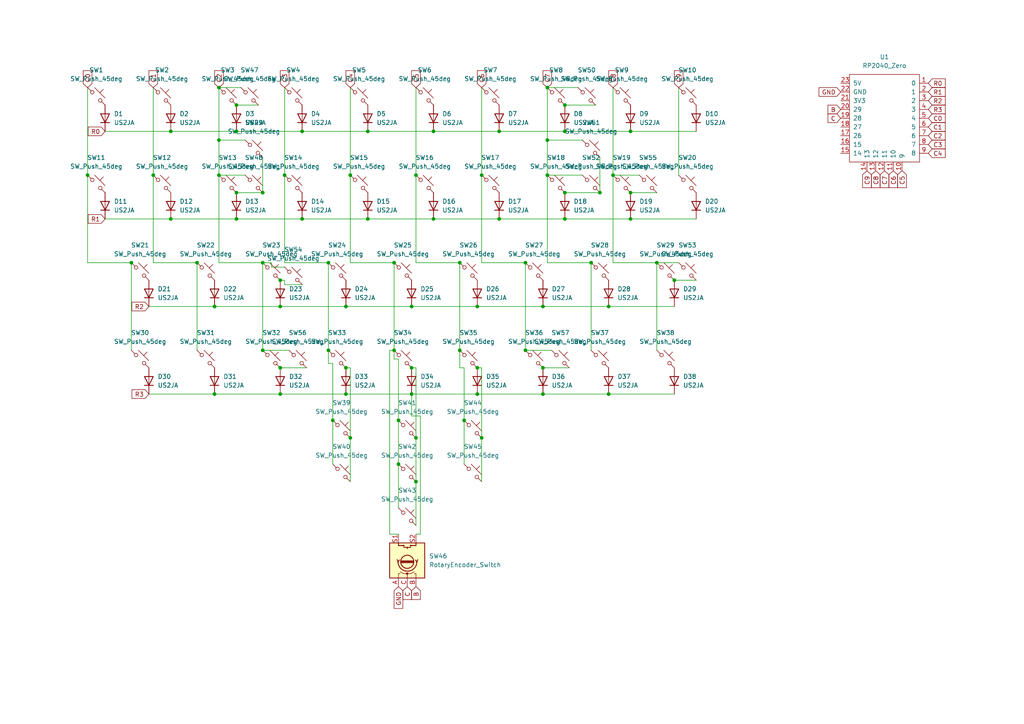
<source format=kicad_sch>
(kicad_sch
	(version 20231120)
	(generator "eeschema")
	(generator_version "8.0")
	(uuid "cace9aa1-4963-4df3-9ec6-7c2091d7deb4")
	(paper "A4")
	(lib_symbols
		(symbol "Device:RotaryEncoder_Switch"
			(pin_names
				(offset 0.254) hide)
			(exclude_from_sim no)
			(in_bom yes)
			(on_board yes)
			(property "Reference" "SW"
				(at 0 6.604 0)
				(effects
					(font
						(size 1.27 1.27)
					)
				)
			)
			(property "Value" "RotaryEncoder_Switch"
				(at 0 -6.604 0)
				(effects
					(font
						(size 1.27 1.27)
					)
				)
			)
			(property "Footprint" ""
				(at -3.81 4.064 0)
				(effects
					(font
						(size 1.27 1.27)
					)
					(hide yes)
				)
			)
			(property "Datasheet" "~"
				(at 0 6.604 0)
				(effects
					(font
						(size 1.27 1.27)
					)
					(hide yes)
				)
			)
			(property "Description" "Rotary encoder, dual channel, incremental quadrate outputs, with switch"
				(at 0 0 0)
				(effects
					(font
						(size 1.27 1.27)
					)
					(hide yes)
				)
			)
			(property "ki_keywords" "rotary switch encoder switch push button"
				(at 0 0 0)
				(effects
					(font
						(size 1.27 1.27)
					)
					(hide yes)
				)
			)
			(property "ki_fp_filters" "RotaryEncoder*Switch*"
				(at 0 0 0)
				(effects
					(font
						(size 1.27 1.27)
					)
					(hide yes)
				)
			)
			(symbol "RotaryEncoder_Switch_0_1"
				(rectangle
					(start -5.08 5.08)
					(end 5.08 -5.08)
					(stroke
						(width 0.254)
						(type default)
					)
					(fill
						(type background)
					)
				)
				(circle
					(center -3.81 0)
					(radius 0.254)
					(stroke
						(width 0)
						(type default)
					)
					(fill
						(type outline)
					)
				)
				(circle
					(center -0.381 0)
					(radius 1.905)
					(stroke
						(width 0.254)
						(type default)
					)
					(fill
						(type none)
					)
				)
				(arc
					(start -0.381 2.667)
					(mid -3.0988 -0.0635)
					(end -0.381 -2.794)
					(stroke
						(width 0.254)
						(type default)
					)
					(fill
						(type none)
					)
				)
				(polyline
					(pts
						(xy -0.635 -1.778) (xy -0.635 1.778)
					)
					(stroke
						(width 0.254)
						(type default)
					)
					(fill
						(type none)
					)
				)
				(polyline
					(pts
						(xy -0.381 -1.778) (xy -0.381 1.778)
					)
					(stroke
						(width 0.254)
						(type default)
					)
					(fill
						(type none)
					)
				)
				(polyline
					(pts
						(xy -0.127 1.778) (xy -0.127 -1.778)
					)
					(stroke
						(width 0.254)
						(type default)
					)
					(fill
						(type none)
					)
				)
				(polyline
					(pts
						(xy 3.81 0) (xy 3.429 0)
					)
					(stroke
						(width 0.254)
						(type default)
					)
					(fill
						(type none)
					)
				)
				(polyline
					(pts
						(xy 3.81 1.016) (xy 3.81 -1.016)
					)
					(stroke
						(width 0.254)
						(type default)
					)
					(fill
						(type none)
					)
				)
				(polyline
					(pts
						(xy -5.08 -2.54) (xy -3.81 -2.54) (xy -3.81 -2.032)
					)
					(stroke
						(width 0)
						(type default)
					)
					(fill
						(type none)
					)
				)
				(polyline
					(pts
						(xy -5.08 2.54) (xy -3.81 2.54) (xy -3.81 2.032)
					)
					(stroke
						(width 0)
						(type default)
					)
					(fill
						(type none)
					)
				)
				(polyline
					(pts
						(xy 0.254 -3.048) (xy -0.508 -2.794) (xy 0.127 -2.413)
					)
					(stroke
						(width 0.254)
						(type default)
					)
					(fill
						(type none)
					)
				)
				(polyline
					(pts
						(xy 0.254 2.921) (xy -0.508 2.667) (xy 0.127 2.286)
					)
					(stroke
						(width 0.254)
						(type default)
					)
					(fill
						(type none)
					)
				)
				(polyline
					(pts
						(xy 5.08 -2.54) (xy 4.318 -2.54) (xy 4.318 -1.016)
					)
					(stroke
						(width 0.254)
						(type default)
					)
					(fill
						(type none)
					)
				)
				(polyline
					(pts
						(xy 5.08 2.54) (xy 4.318 2.54) (xy 4.318 1.016)
					)
					(stroke
						(width 0.254)
						(type default)
					)
					(fill
						(type none)
					)
				)
				(polyline
					(pts
						(xy -5.08 0) (xy -3.81 0) (xy -3.81 -1.016) (xy -3.302 -2.032)
					)
					(stroke
						(width 0)
						(type default)
					)
					(fill
						(type none)
					)
				)
				(polyline
					(pts
						(xy -4.318 0) (xy -3.81 0) (xy -3.81 1.016) (xy -3.302 2.032)
					)
					(stroke
						(width 0)
						(type default)
					)
					(fill
						(type none)
					)
				)
				(circle
					(center 4.318 -1.016)
					(radius 0.127)
					(stroke
						(width 0.254)
						(type default)
					)
					(fill
						(type none)
					)
				)
				(circle
					(center 4.318 1.016)
					(radius 0.127)
					(stroke
						(width 0.254)
						(type default)
					)
					(fill
						(type none)
					)
				)
			)
			(symbol "RotaryEncoder_Switch_1_1"
				(pin passive line
					(at -7.62 2.54 0)
					(length 2.54)
					(name "A"
						(effects
							(font
								(size 1.27 1.27)
							)
						)
					)
					(number "A"
						(effects
							(font
								(size 1.27 1.27)
							)
						)
					)
				)
				(pin passive line
					(at -7.62 -2.54 0)
					(length 2.54)
					(name "B"
						(effects
							(font
								(size 1.27 1.27)
							)
						)
					)
					(number "B"
						(effects
							(font
								(size 1.27 1.27)
							)
						)
					)
				)
				(pin passive line
					(at -7.62 0 0)
					(length 2.54)
					(name "C"
						(effects
							(font
								(size 1.27 1.27)
							)
						)
					)
					(number "C"
						(effects
							(font
								(size 1.27 1.27)
							)
						)
					)
				)
				(pin passive line
					(at 7.62 2.54 180)
					(length 2.54)
					(name "S1"
						(effects
							(font
								(size 1.27 1.27)
							)
						)
					)
					(number "S1"
						(effects
							(font
								(size 1.27 1.27)
							)
						)
					)
				)
				(pin passive line
					(at 7.62 -2.54 180)
					(length 2.54)
					(name "S2"
						(effects
							(font
								(size 1.27 1.27)
							)
						)
					)
					(number "S2"
						(effects
							(font
								(size 1.27 1.27)
							)
						)
					)
				)
			)
		)
		(symbol "Diode:US2JA"
			(pin_numbers hide)
			(pin_names hide)
			(exclude_from_sim no)
			(in_bom yes)
			(on_board yes)
			(property "Reference" "D"
				(at 0 2.54 0)
				(effects
					(font
						(size 1.27 1.27)
					)
				)
			)
			(property "Value" "US2JA"
				(at 0 -2.54 0)
				(effects
					(font
						(size 1.27 1.27)
					)
				)
			)
			(property "Footprint" "Diode_SMD:D_SMA"
				(at 0 -4.445 0)
				(effects
					(font
						(size 1.27 1.27)
					)
					(hide yes)
				)
			)
			(property "Datasheet" "https://www.onsemi.com/pub/Collateral/US2AA-D.PDF"
				(at 0 0 0)
				(effects
					(font
						(size 1.27 1.27)
					)
					(hide yes)
				)
			)
			(property "Description" "600V, 1.5A, General Purpose Rectifier Diode, SMA(DO-214AC)"
				(at 0 0 0)
				(effects
					(font
						(size 1.27 1.27)
					)
					(hide yes)
				)
			)
			(property "Sim.Device" "D"
				(at 0 0 0)
				(effects
					(font
						(size 1.27 1.27)
					)
					(hide yes)
				)
			)
			(property "Sim.Pins" "1=K 2=A"
				(at 0 0 0)
				(effects
					(font
						(size 1.27 1.27)
					)
					(hide yes)
				)
			)
			(property "ki_keywords" "Super Fast"
				(at 0 0 0)
				(effects
					(font
						(size 1.27 1.27)
					)
					(hide yes)
				)
			)
			(property "ki_fp_filters" "D*SMA*"
				(at 0 0 0)
				(effects
					(font
						(size 1.27 1.27)
					)
					(hide yes)
				)
			)
			(symbol "US2JA_0_1"
				(polyline
					(pts
						(xy -1.27 1.27) (xy -1.27 -1.27)
					)
					(stroke
						(width 0.254)
						(type default)
					)
					(fill
						(type none)
					)
				)
				(polyline
					(pts
						(xy 1.27 0) (xy -1.27 0)
					)
					(stroke
						(width 0)
						(type default)
					)
					(fill
						(type none)
					)
				)
				(polyline
					(pts
						(xy 1.27 1.27) (xy 1.27 -1.27) (xy -1.27 0) (xy 1.27 1.27)
					)
					(stroke
						(width 0.254)
						(type default)
					)
					(fill
						(type none)
					)
				)
			)
			(symbol "US2JA_1_1"
				(pin passive line
					(at -3.81 0 0)
					(length 2.54)
					(name "K"
						(effects
							(font
								(size 1.27 1.27)
							)
						)
					)
					(number "1"
						(effects
							(font
								(size 1.27 1.27)
							)
						)
					)
				)
				(pin passive line
					(at 3.81 0 180)
					(length 2.54)
					(name "A"
						(effects
							(font
								(size 1.27 1.27)
							)
						)
					)
					(number "2"
						(effects
							(font
								(size 1.27 1.27)
							)
						)
					)
				)
			)
		)
		(symbol "ScottoKeebs:MCU_RP2040_Zero"
			(pin_names
				(offset 1.016)
			)
			(exclude_from_sim no)
			(in_bom yes)
			(on_board yes)
			(property "Reference" "U"
				(at 0 15.24 0)
				(effects
					(font
						(size 1.27 1.27)
					)
				)
			)
			(property "Value" "RP2040_Zero"
				(at 0 12.7 0)
				(effects
					(font
						(size 1.27 1.27)
					)
				)
			)
			(property "Footprint" "ScottoKeebs_MCU:RP2040_Zero"
				(at -8.89 5.08 0)
				(effects
					(font
						(size 1.27 1.27)
					)
					(hide yes)
				)
			)
			(property "Datasheet" ""
				(at -8.89 5.08 0)
				(effects
					(font
						(size 1.27 1.27)
					)
					(hide yes)
				)
			)
			(property "Description" ""
				(at 0 0 0)
				(effects
					(font
						(size 1.27 1.27)
					)
					(hide yes)
				)
			)
			(symbol "MCU_RP2040_Zero_0_1"
				(rectangle
					(start -10.16 11.43)
					(end 10.16 -13.97)
					(stroke
						(width 0)
						(type default)
					)
					(fill
						(type none)
					)
				)
			)
			(symbol "MCU_RP2040_Zero_1_1"
				(pin bidirectional line
					(at 12.7 8.89 180)
					(length 2.54)
					(name "0"
						(effects
							(font
								(size 1.27 1.27)
							)
						)
					)
					(number "1"
						(effects
							(font
								(size 1.27 1.27)
							)
						)
					)
				)
				(pin bidirectional line
					(at 5.08 -16.51 90)
					(length 2.54)
					(name "9"
						(effects
							(font
								(size 1.27 1.27)
							)
						)
					)
					(number "10"
						(effects
							(font
								(size 1.27 1.27)
							)
						)
					)
				)
				(pin bidirectional line
					(at 2.54 -16.51 90)
					(length 2.54)
					(name "10"
						(effects
							(font
								(size 1.27 1.27)
							)
						)
					)
					(number "11"
						(effects
							(font
								(size 1.27 1.27)
							)
						)
					)
				)
				(pin bidirectional line
					(at 0 -16.51 90)
					(length 2.54)
					(name "11"
						(effects
							(font
								(size 1.27 1.27)
							)
						)
					)
					(number "12"
						(effects
							(font
								(size 1.27 1.27)
							)
						)
					)
				)
				(pin bidirectional line
					(at -2.54 -16.51 90)
					(length 2.54)
					(name "12"
						(effects
							(font
								(size 1.27 1.27)
							)
						)
					)
					(number "13"
						(effects
							(font
								(size 1.27 1.27)
							)
						)
					)
				)
				(pin bidirectional line
					(at -5.08 -16.51 90)
					(length 2.54)
					(name "13"
						(effects
							(font
								(size 1.27 1.27)
							)
						)
					)
					(number "14"
						(effects
							(font
								(size 1.27 1.27)
							)
						)
					)
				)
				(pin bidirectional line
					(at -12.7 -11.43 0)
					(length 2.54)
					(name "14"
						(effects
							(font
								(size 1.27 1.27)
							)
						)
					)
					(number "15"
						(effects
							(font
								(size 1.27 1.27)
							)
						)
					)
				)
				(pin bidirectional line
					(at -12.7 -8.89 0)
					(length 2.54)
					(name "15"
						(effects
							(font
								(size 1.27 1.27)
							)
						)
					)
					(number "16"
						(effects
							(font
								(size 1.27 1.27)
							)
						)
					)
				)
				(pin bidirectional line
					(at -12.7 -6.35 0)
					(length 2.54)
					(name "26"
						(effects
							(font
								(size 1.27 1.27)
							)
						)
					)
					(number "17"
						(effects
							(font
								(size 1.27 1.27)
							)
						)
					)
				)
				(pin bidirectional line
					(at -12.7 -3.81 0)
					(length 2.54)
					(name "27"
						(effects
							(font
								(size 1.27 1.27)
							)
						)
					)
					(number "18"
						(effects
							(font
								(size 1.27 1.27)
							)
						)
					)
				)
				(pin bidirectional line
					(at -12.7 -1.27 0)
					(length 2.54)
					(name "28"
						(effects
							(font
								(size 1.27 1.27)
							)
						)
					)
					(number "19"
						(effects
							(font
								(size 1.27 1.27)
							)
						)
					)
				)
				(pin bidirectional line
					(at 12.7 6.35 180)
					(length 2.54)
					(name "1"
						(effects
							(font
								(size 1.27 1.27)
							)
						)
					)
					(number "2"
						(effects
							(font
								(size 1.27 1.27)
							)
						)
					)
				)
				(pin bidirectional line
					(at -12.7 1.27 0)
					(length 2.54)
					(name "29"
						(effects
							(font
								(size 1.27 1.27)
							)
						)
					)
					(number "20"
						(effects
							(font
								(size 1.27 1.27)
							)
						)
					)
				)
				(pin power_out line
					(at -12.7 3.81 0)
					(length 2.54)
					(name "3V3"
						(effects
							(font
								(size 1.27 1.27)
							)
						)
					)
					(number "21"
						(effects
							(font
								(size 1.27 1.27)
							)
						)
					)
				)
				(pin power_out line
					(at -12.7 6.35 0)
					(length 2.54)
					(name "GND"
						(effects
							(font
								(size 1.27 1.27)
							)
						)
					)
					(number "22"
						(effects
							(font
								(size 1.27 1.27)
							)
						)
					)
				)
				(pin power_out line
					(at -12.7 8.89 0)
					(length 2.54)
					(name "5V"
						(effects
							(font
								(size 1.27 1.27)
							)
						)
					)
					(number "23"
						(effects
							(font
								(size 1.27 1.27)
							)
						)
					)
				)
				(pin bidirectional line
					(at 12.7 3.81 180)
					(length 2.54)
					(name "2"
						(effects
							(font
								(size 1.27 1.27)
							)
						)
					)
					(number "3"
						(effects
							(font
								(size 1.27 1.27)
							)
						)
					)
				)
				(pin bidirectional line
					(at 12.7 1.27 180)
					(length 2.54)
					(name "3"
						(effects
							(font
								(size 1.27 1.27)
							)
						)
					)
					(number "4"
						(effects
							(font
								(size 1.27 1.27)
							)
						)
					)
				)
				(pin bidirectional line
					(at 12.7 -1.27 180)
					(length 2.54)
					(name "4"
						(effects
							(font
								(size 1.27 1.27)
							)
						)
					)
					(number "5"
						(effects
							(font
								(size 1.27 1.27)
							)
						)
					)
				)
				(pin bidirectional line
					(at 12.7 -3.81 180)
					(length 2.54)
					(name "5"
						(effects
							(font
								(size 1.27 1.27)
							)
						)
					)
					(number "6"
						(effects
							(font
								(size 1.27 1.27)
							)
						)
					)
				)
				(pin bidirectional line
					(at 12.7 -6.35 180)
					(length 2.54)
					(name "6"
						(effects
							(font
								(size 1.27 1.27)
							)
						)
					)
					(number "7"
						(effects
							(font
								(size 1.27 1.27)
							)
						)
					)
				)
				(pin bidirectional line
					(at 12.7 -8.89 180)
					(length 2.54)
					(name "7"
						(effects
							(font
								(size 1.27 1.27)
							)
						)
					)
					(number "8"
						(effects
							(font
								(size 1.27 1.27)
							)
						)
					)
				)
				(pin bidirectional line
					(at 12.7 -11.43 180)
					(length 2.54)
					(name "8"
						(effects
							(font
								(size 1.27 1.27)
							)
						)
					)
					(number "9"
						(effects
							(font
								(size 1.27 1.27)
							)
						)
					)
				)
			)
		)
		(symbol "Switch:SW_Push_45deg"
			(pin_numbers hide)
			(pin_names
				(offset 1.016) hide)
			(exclude_from_sim no)
			(in_bom yes)
			(on_board yes)
			(property "Reference" "SW"
				(at 3.048 1.016 0)
				(effects
					(font
						(size 1.27 1.27)
					)
					(justify left)
				)
			)
			(property "Value" "SW_Push_45deg"
				(at 0 -3.81 0)
				(effects
					(font
						(size 1.27 1.27)
					)
				)
			)
			(property "Footprint" ""
				(at 0 0 0)
				(effects
					(font
						(size 1.27 1.27)
					)
					(hide yes)
				)
			)
			(property "Datasheet" "~"
				(at 0 0 0)
				(effects
					(font
						(size 1.27 1.27)
					)
					(hide yes)
				)
			)
			(property "Description" "Push button switch, normally open, two pins, 45° tilted"
				(at 0 0 0)
				(effects
					(font
						(size 1.27 1.27)
					)
					(hide yes)
				)
			)
			(property "ki_keywords" "switch normally-open pushbutton push-button"
				(at 0 0 0)
				(effects
					(font
						(size 1.27 1.27)
					)
					(hide yes)
				)
			)
			(symbol "SW_Push_45deg_0_1"
				(circle
					(center -1.1684 1.1684)
					(radius 0.508)
					(stroke
						(width 0)
						(type default)
					)
					(fill
						(type none)
					)
				)
				(polyline
					(pts
						(xy -0.508 2.54) (xy 2.54 -0.508)
					)
					(stroke
						(width 0)
						(type default)
					)
					(fill
						(type none)
					)
				)
				(polyline
					(pts
						(xy 1.016 1.016) (xy 2.032 2.032)
					)
					(stroke
						(width 0)
						(type default)
					)
					(fill
						(type none)
					)
				)
				(polyline
					(pts
						(xy -2.54 2.54) (xy -1.524 1.524) (xy -1.524 1.524)
					)
					(stroke
						(width 0)
						(type default)
					)
					(fill
						(type none)
					)
				)
				(polyline
					(pts
						(xy 1.524 -1.524) (xy 2.54 -2.54) (xy 2.54 -2.54) (xy 2.54 -2.54)
					)
					(stroke
						(width 0)
						(type default)
					)
					(fill
						(type none)
					)
				)
				(circle
					(center 1.143 -1.1938)
					(radius 0.508)
					(stroke
						(width 0)
						(type default)
					)
					(fill
						(type none)
					)
				)
				(pin passive line
					(at -2.54 2.54 0)
					(length 0)
					(name "1"
						(effects
							(font
								(size 1.27 1.27)
							)
						)
					)
					(number "1"
						(effects
							(font
								(size 1.27 1.27)
							)
						)
					)
				)
				(pin passive line
					(at 2.54 -2.54 180)
					(length 0)
					(name "2"
						(effects
							(font
								(size 1.27 1.27)
							)
						)
					)
					(number "2"
						(effects
							(font
								(size 1.27 1.27)
							)
						)
					)
				)
			)
		)
	)
	(junction
		(at 68.58 30.48)
		(diameter 0)
		(color 0 0 0 0)
		(uuid "029d6a14-d12d-44ce-a693-5311c2d333b2")
	)
	(junction
		(at 81.28 106.68)
		(diameter 0)
		(color 0 0 0 0)
		(uuid "0428bb15-8798-4ac3-8c7f-1883738f35bc")
	)
	(junction
		(at 157.48 88.9)
		(diameter 0)
		(color 0 0 0 0)
		(uuid "072b7b07-a6d5-469c-aa63-770e981fbfc4")
	)
	(junction
		(at 158.75 50.8)
		(diameter 0)
		(color 0 0 0 0)
		(uuid "07be31e7-0984-4b94-8916-97b5c19aee94")
	)
	(junction
		(at 114.3 101.6)
		(diameter 0)
		(color 0 0 0 0)
		(uuid "0b022af5-5ba7-4995-b7f8-61f5bc1ef2fe")
	)
	(junction
		(at 100.33 114.3)
		(diameter 0)
		(color 0 0 0 0)
		(uuid "0ec944d0-1375-4f25-b591-8f99d18f2b2a")
	)
	(junction
		(at 163.83 38.1)
		(diameter 0)
		(color 0 0 0 0)
		(uuid "15994c76-3e35-4d52-9320-2b44b5d732dd")
	)
	(junction
		(at 100.33 88.9)
		(diameter 0)
		(color 0 0 0 0)
		(uuid "1a8ed284-1f19-474c-ac30-6777c437b845")
	)
	(junction
		(at 144.78 38.1)
		(diameter 0)
		(color 0 0 0 0)
		(uuid "1a9ad4b0-49ab-4b06-a0bb-b90ca833ae9c")
	)
	(junction
		(at 120.65 139.7)
		(diameter 0)
		(color 0 0 0 0)
		(uuid "1ab5b026-a2fb-440d-9afc-41a1dcb76828")
	)
	(junction
		(at 96.52 121.92)
		(diameter 0)
		(color 0 0 0 0)
		(uuid "1c1286e2-255a-478c-8c7c-0e148e47db9d")
	)
	(junction
		(at 68.58 38.1)
		(diameter 0)
		(color 0 0 0 0)
		(uuid "1cd2ec40-e533-4bee-8261-4914dd304f84")
	)
	(junction
		(at 133.35 101.6)
		(diameter 0)
		(color 0 0 0 0)
		(uuid "25b3e233-3ad1-46ea-9c46-357729955841")
	)
	(junction
		(at 190.5 76.2)
		(diameter 0)
		(color 0 0 0 0)
		(uuid "262089fc-1068-45e3-80c2-ff36116451ac")
	)
	(junction
		(at 139.7 127)
		(diameter 0)
		(color 0 0 0 0)
		(uuid "2873ab34-5ff5-448a-8b67-a13fb2028283")
	)
	(junction
		(at 171.45 76.2)
		(diameter 0)
		(color 0 0 0 0)
		(uuid "296e3ddb-0eeb-4de3-a65b-88ca0e40c928")
	)
	(junction
		(at 106.68 63.5)
		(diameter 0)
		(color 0 0 0 0)
		(uuid "2cb7557b-9233-45eb-bac2-df1dd6234dbb")
	)
	(junction
		(at 49.53 63.5)
		(diameter 0)
		(color 0 0 0 0)
		(uuid "2d43f9b6-7bd9-4962-963b-b4fd9c5f8878")
	)
	(junction
		(at 144.78 63.5)
		(diameter 0)
		(color 0 0 0 0)
		(uuid "309e8fc6-8046-40d1-bf09-8be34e7d6430")
	)
	(junction
		(at 76.2 55.88)
		(diameter 0)
		(color 0 0 0 0)
		(uuid "30f4ecd1-8205-4bad-935c-24d9ea70b4cb")
	)
	(junction
		(at 95.25 76.2)
		(diameter 0)
		(color 0 0 0 0)
		(uuid "310661ee-06dd-4c3d-bb3a-d15ba5653006")
	)
	(junction
		(at 152.4 101.6)
		(diameter 0)
		(color 0 0 0 0)
		(uuid "3375676e-46b4-4f35-af0f-b656478e4b3b")
	)
	(junction
		(at 81.28 81.28)
		(diameter 0)
		(color 0 0 0 0)
		(uuid "352618d0-99eb-4c25-b90b-9815f371574e")
	)
	(junction
		(at 87.63 63.5)
		(diameter 0)
		(color 0 0 0 0)
		(uuid "3528112c-67f8-48e5-939f-0c608ae4534b")
	)
	(junction
		(at 133.35 76.2)
		(diameter 0)
		(color 0 0 0 0)
		(uuid "37f0ecc2-e4d5-4b1f-b72f-af8e18f1bf18")
	)
	(junction
		(at 68.58 63.5)
		(diameter 0)
		(color 0 0 0 0)
		(uuid "38b99af1-85df-4011-9536-c9ce5b3a506a")
	)
	(junction
		(at 152.4 76.2)
		(diameter 0)
		(color 0 0 0 0)
		(uuid "3b09accf-0cdf-406c-8609-eca94ca67fa7")
	)
	(junction
		(at 125.73 63.5)
		(diameter 0)
		(color 0 0 0 0)
		(uuid "3c9b9256-05fa-4e18-afc5-e621ece0dcb2")
	)
	(junction
		(at 119.38 88.9)
		(diameter 0)
		(color 0 0 0 0)
		(uuid "41c8d16b-1d96-47bd-9f48-f9744147fba4")
	)
	(junction
		(at 158.75 40.64)
		(diameter 0)
		(color 0 0 0 0)
		(uuid "4c89a9d8-fa2a-4643-ae57-a0dd22811c19")
	)
	(junction
		(at 62.23 114.3)
		(diameter 0)
		(color 0 0 0 0)
		(uuid "4ce9eac6-9f46-41cc-8504-9b2c16d0bd1b")
	)
	(junction
		(at 157.48 114.3)
		(diameter 0)
		(color 0 0 0 0)
		(uuid "4e37c298-2956-4816-881f-83848424fb02")
	)
	(junction
		(at 82.55 50.8)
		(diameter 0)
		(color 0 0 0 0)
		(uuid "4ee23552-1ace-43c6-b588-dde64c4d9367")
	)
	(junction
		(at 176.53 114.3)
		(diameter 0)
		(color 0 0 0 0)
		(uuid "4f623e28-c552-41a1-add1-0bdc71f6d92c")
	)
	(junction
		(at 163.83 30.48)
		(diameter 0)
		(color 0 0 0 0)
		(uuid "52eaa10c-1a70-4b23-91e6-945dd9e43089")
	)
	(junction
		(at 158.75 25.4)
		(diameter 0)
		(color 0 0 0 0)
		(uuid "551dcce6-b350-462e-a6f1-233ccdc297a0")
	)
	(junction
		(at 176.53 88.9)
		(diameter 0)
		(color 0 0 0 0)
		(uuid "57d32160-34f0-48fd-98de-743c4fca3f13")
	)
	(junction
		(at 119.38 106.68)
		(diameter 0)
		(color 0 0 0 0)
		(uuid "5979ca93-ea90-4042-9de0-d8337cd536ea")
	)
	(junction
		(at 182.88 63.5)
		(diameter 0)
		(color 0 0 0 0)
		(uuid "5c319697-f52c-4da4-abda-4a7bd8a86a77")
	)
	(junction
		(at 138.43 88.9)
		(diameter 0)
		(color 0 0 0 0)
		(uuid "5cd44c01-4020-45ea-8b0c-bd73eea8bf96")
	)
	(junction
		(at 182.88 38.1)
		(diameter 0)
		(color 0 0 0 0)
		(uuid "5d133ce7-939f-430f-bbcc-e6f7ef06c45c")
	)
	(junction
		(at 138.43 106.68)
		(diameter 0)
		(color 0 0 0 0)
		(uuid "5fc3c2b8-c526-4791-88d1-9932cea7d994")
	)
	(junction
		(at 157.48 106.68)
		(diameter 0)
		(color 0 0 0 0)
		(uuid "69b006f7-e104-4e52-804a-f7273861c20a")
	)
	(junction
		(at 195.58 81.28)
		(diameter 0)
		(color 0 0 0 0)
		(uuid "6bbc1ba6-bd5a-4760-b723-247131eadacc")
	)
	(junction
		(at 119.38 114.3)
		(diameter 0)
		(color 0 0 0 0)
		(uuid "6dd41669-a174-4f46-81e6-03e685f63420")
	)
	(junction
		(at 163.83 63.5)
		(diameter 0)
		(color 0 0 0 0)
		(uuid "7036e12f-fed6-4a43-8980-6bf28021df26")
	)
	(junction
		(at 81.28 88.9)
		(diameter 0)
		(color 0 0 0 0)
		(uuid "7149d29b-ad5a-4b50-b529-8b54f9a58643")
	)
	(junction
		(at 87.63 38.1)
		(diameter 0)
		(color 0 0 0 0)
		(uuid "73f63fed-3d46-4a25-ae7f-039670daad76")
	)
	(junction
		(at 44.45 50.8)
		(diameter 0)
		(color 0 0 0 0)
		(uuid "7f4ea53f-a353-41d5-abb8-b9abb4a24d88")
	)
	(junction
		(at 120.65 50.8)
		(diameter 0)
		(color 0 0 0 0)
		(uuid "81c4d5ec-ee08-4061-aa30-7b63ba48d71c")
	)
	(junction
		(at 115.57 134.62)
		(diameter 0)
		(color 0 0 0 0)
		(uuid "81e6c09f-9a90-451d-8951-43e6ed06a56b")
	)
	(junction
		(at 63.5 25.4)
		(diameter 0)
		(color 0 0 0 0)
		(uuid "81ff977f-d71e-4990-9669-8f464e907e00")
	)
	(junction
		(at 114.3 76.2)
		(diameter 0)
		(color 0 0 0 0)
		(uuid "825a2047-185b-42fb-95f2-0d0f62911189")
	)
	(junction
		(at 76.2 76.2)
		(diameter 0)
		(color 0 0 0 0)
		(uuid "8260dec1-0091-4780-9a79-9d2e15bd6797")
	)
	(junction
		(at 182.88 55.88)
		(diameter 0)
		(color 0 0 0 0)
		(uuid "8352a14e-e339-4971-9393-da7aa71940e2")
	)
	(junction
		(at 81.28 114.3)
		(diameter 0)
		(color 0 0 0 0)
		(uuid "84857264-2164-4c20-bc54-b650ca61e9d0")
	)
	(junction
		(at 163.83 55.88)
		(diameter 0)
		(color 0 0 0 0)
		(uuid "939aa5ec-b608-4990-859e-c1d3523e2703")
	)
	(junction
		(at 173.99 55.88)
		(diameter 0)
		(color 0 0 0 0)
		(uuid "9aec5769-1894-45b0-aa41-71ea8517400d")
	)
	(junction
		(at 101.6 127)
		(diameter 0)
		(color 0 0 0 0)
		(uuid "a25a1715-2e93-467d-8355-6fd7a49e3b99")
	)
	(junction
		(at 68.58 55.88)
		(diameter 0)
		(color 0 0 0 0)
		(uuid "a2d00355-ee61-4645-a540-7eb1d7ff43d3")
	)
	(junction
		(at 49.53 38.1)
		(diameter 0)
		(color 0 0 0 0)
		(uuid "a452cc20-12cc-489b-a4d0-f47b7b9abbe9")
	)
	(junction
		(at 63.5 50.8)
		(diameter 0)
		(color 0 0 0 0)
		(uuid "a63188d3-c6db-46f9-88e5-3482f04e4d33")
	)
	(junction
		(at 139.7 50.8)
		(diameter 0)
		(color 0 0 0 0)
		(uuid "abafc275-2c03-4d65-ac69-741d725f0113")
	)
	(junction
		(at 63.5 40.64)
		(diameter 0)
		(color 0 0 0 0)
		(uuid "abff8850-255b-4ea5-86f0-05a0bf4d09a3")
	)
	(junction
		(at 57.15 76.2)
		(diameter 0)
		(color 0 0 0 0)
		(uuid "ac288740-4ce3-43c8-b408-a3dbc22f362d")
	)
	(junction
		(at 177.8 50.8)
		(diameter 0)
		(color 0 0 0 0)
		(uuid "b019cfef-dd11-4a20-ab6f-9bdee91cf771")
	)
	(junction
		(at 115.57 121.92)
		(diameter 0)
		(color 0 0 0 0)
		(uuid "baa8c881-2043-43ee-be87-cf3a1e63e5cf")
	)
	(junction
		(at 100.33 106.68)
		(diameter 0)
		(color 0 0 0 0)
		(uuid "c07fd89e-7dcf-4f17-95a6-8c270f336133")
	)
	(junction
		(at 95.25 101.6)
		(diameter 0)
		(color 0 0 0 0)
		(uuid "c8847e82-9979-4b43-b1e3-f7d521d61962")
	)
	(junction
		(at 62.23 88.9)
		(diameter 0)
		(color 0 0 0 0)
		(uuid "c9d18024-5aba-4e57-9776-d3d27c70f6a1")
	)
	(junction
		(at 76.2 101.6)
		(diameter 0)
		(color 0 0 0 0)
		(uuid "ce1128a4-3465-41bd-80c2-bea17f579053")
	)
	(junction
		(at 125.73 38.1)
		(diameter 0)
		(color 0 0 0 0)
		(uuid "d5292d8a-32ea-4940-b96e-897cea9d0380")
	)
	(junction
		(at 120.65 127)
		(diameter 0)
		(color 0 0 0 0)
		(uuid "d6261378-60db-4f6e-8460-07602277ec5c")
	)
	(junction
		(at 38.1 76.2)
		(diameter 0)
		(color 0 0 0 0)
		(uuid "de8b8b5d-0c97-4fc7-9eb6-0faf7b52cacf")
	)
	(junction
		(at 25.4 50.8)
		(diameter 0)
		(color 0 0 0 0)
		(uuid "e2f57e1f-418c-4366-bd40-1e1286d98e05")
	)
	(junction
		(at 138.43 114.3)
		(diameter 0)
		(color 0 0 0 0)
		(uuid "ecdbe0e1-761d-47d7-9946-eccd6de5d049")
	)
	(junction
		(at 101.6 50.8)
		(diameter 0)
		(color 0 0 0 0)
		(uuid "efb04252-a956-4519-96c2-eb2a65b5f2b7")
	)
	(junction
		(at 134.62 121.92)
		(diameter 0)
		(color 0 0 0 0)
		(uuid "f2ca01bf-d310-44b8-84d1-82712c9bbff5")
	)
	(junction
		(at 106.68 38.1)
		(diameter 0)
		(color 0 0 0 0)
		(uuid "f8ec1f0b-ff50-4368-a9b5-8222f5b7a759")
	)
	(wire
		(pts
			(xy 114.3 101.6) (xy 114.3 76.2)
		)
		(stroke
			(width 0)
			(type default)
		)
		(uuid "01ff9fc6-4a48-4b6c-a6db-f3cbadef4d70")
	)
	(wire
		(pts
			(xy 182.88 38.1) (xy 201.93 38.1)
		)
		(stroke
			(width 0)
			(type default)
		)
		(uuid "03147ac6-5edd-4fc1-a4ed-246b4babc12d")
	)
	(wire
		(pts
			(xy 95.25 76.2) (xy 95.25 101.6)
		)
		(stroke
			(width 0)
			(type default)
		)
		(uuid "053ae760-744c-46c3-9310-7278260e0916")
	)
	(wire
		(pts
			(xy 63.5 25.4) (xy 63.5 40.64)
		)
		(stroke
			(width 0)
			(type default)
		)
		(uuid "06e88526-7972-40db-9157-1f535eb4b66a")
	)
	(wire
		(pts
			(xy 196.85 25.4) (xy 196.85 50.8)
		)
		(stroke
			(width 0)
			(type default)
		)
		(uuid "096a104f-1221-430a-9682-521de61080ba")
	)
	(wire
		(pts
			(xy 120.65 127) (xy 120.65 106.68)
		)
		(stroke
			(width 0)
			(type default)
		)
		(uuid "105e252a-21b6-4cef-9668-1a27f701df92")
	)
	(wire
		(pts
			(xy 87.63 63.5) (xy 106.68 63.5)
		)
		(stroke
			(width 0)
			(type default)
		)
		(uuid "126cdaa1-0b0e-4d3e-8cd5-9524ed96d368")
	)
	(wire
		(pts
			(xy 25.4 76.2) (xy 38.1 76.2)
		)
		(stroke
			(width 0)
			(type default)
		)
		(uuid "12e824ea-f45f-4abf-8e1a-9f997e263fe1")
	)
	(wire
		(pts
			(xy 114.3 101.6) (xy 114.3 104.14)
		)
		(stroke
			(width 0)
			(type default)
		)
		(uuid "142dde84-98f4-494d-888c-bb8bb61914a1")
	)
	(wire
		(pts
			(xy 177.8 50.8) (xy 185.42 50.8)
		)
		(stroke
			(width 0)
			(type default)
		)
		(uuid "1510096d-b847-45f6-8394-b217d0b413e6")
	)
	(wire
		(pts
			(xy 100.33 106.68) (xy 101.6 106.68)
		)
		(stroke
			(width 0)
			(type default)
		)
		(uuid "1534c3e8-a1f8-43b6-b195-278232c067af")
	)
	(wire
		(pts
			(xy 115.57 104.14) (xy 114.3 104.14)
		)
		(stroke
			(width 0)
			(type default)
		)
		(uuid "154ffa3c-dd38-4291-8d4d-7427ac761106")
	)
	(wire
		(pts
			(xy 115.57 134.62) (xy 115.57 121.92)
		)
		(stroke
			(width 0)
			(type default)
		)
		(uuid "15b2df7e-1485-4fa7-8ab7-23763e3b5699")
	)
	(wire
		(pts
			(xy 30.48 38.1) (xy 49.53 38.1)
		)
		(stroke
			(width 0)
			(type default)
		)
		(uuid "182ef50f-26d1-49dc-a232-33be523d40dd")
	)
	(wire
		(pts
			(xy 76.2 76.2) (xy 76.2 101.6)
		)
		(stroke
			(width 0)
			(type default)
		)
		(uuid "18bd5b72-288e-44ca-96a7-155f460647fe")
	)
	(wire
		(pts
			(xy 62.23 114.3) (xy 81.28 114.3)
		)
		(stroke
			(width 0)
			(type default)
		)
		(uuid "19399c41-6259-45ea-80e9-5676ef0359fa")
	)
	(wire
		(pts
			(xy 139.7 25.4) (xy 139.7 50.8)
		)
		(stroke
			(width 0)
			(type default)
		)
		(uuid "198c081f-b2be-4fde-89ca-d8abd06fdc38")
	)
	(wire
		(pts
			(xy 57.15 76.2) (xy 57.15 101.6)
		)
		(stroke
			(width 0)
			(type default)
		)
		(uuid "2045c96e-eceb-42b5-9c7b-3dd6c3671174")
	)
	(wire
		(pts
			(xy 158.75 76.2) (xy 158.75 50.8)
		)
		(stroke
			(width 0)
			(type default)
		)
		(uuid "21161184-421b-4749-8bc8-c81321508bc8")
	)
	(wire
		(pts
			(xy 68.58 30.48) (xy 74.93 30.48)
		)
		(stroke
			(width 0)
			(type default)
		)
		(uuid "22b4d8e8-27dc-47e8-9f7e-911a8436410b")
	)
	(wire
		(pts
			(xy 63.5 40.64) (xy 71.12 40.64)
		)
		(stroke
			(width 0)
			(type default)
		)
		(uuid "269e22ef-ad3f-4744-a006-c3c057136fc6")
	)
	(wire
		(pts
			(xy 106.68 38.1) (xy 125.73 38.1)
		)
		(stroke
			(width 0)
			(type default)
		)
		(uuid "26fe41de-afdd-4ca9-9059-71cb9bc217e1")
	)
	(wire
		(pts
			(xy 119.38 114.3) (xy 138.43 114.3)
		)
		(stroke
			(width 0)
			(type default)
		)
		(uuid "2863b3a7-74d9-4827-952b-97bd43dde221")
	)
	(wire
		(pts
			(xy 78.74 77.47) (xy 78.74 76.2)
		)
		(stroke
			(width 0)
			(type default)
		)
		(uuid "289b0af3-3a72-4e92-b9fb-7c556036cce9")
	)
	(wire
		(pts
			(xy 68.58 38.1) (xy 87.63 38.1)
		)
		(stroke
			(width 0)
			(type default)
		)
		(uuid "29dcb6bb-43e5-430b-b4bf-45a39bedaf31")
	)
	(wire
		(pts
			(xy 121.92 120.65) (xy 121.92 154.94)
		)
		(stroke
			(width 0)
			(type default)
		)
		(uuid "2c4972e1-a98e-4954-a30d-15d80c6b828a")
	)
	(wire
		(pts
			(xy 133.35 106.68) (xy 133.35 101.6)
		)
		(stroke
			(width 0)
			(type default)
		)
		(uuid "2c81b097-9ea0-41c1-b79d-298b732e2316")
	)
	(wire
		(pts
			(xy 76.2 45.72) (xy 76.2 55.88)
		)
		(stroke
			(width 0)
			(type default)
		)
		(uuid "2f7990cd-1810-44ec-b493-228fea9a13cd")
	)
	(wire
		(pts
			(xy 177.8 76.2) (xy 190.5 76.2)
		)
		(stroke
			(width 0)
			(type default)
		)
		(uuid "302d3ec3-fe18-40b4-94a8-3254b83557c2")
	)
	(wire
		(pts
			(xy 63.5 40.64) (xy 63.5 50.8)
		)
		(stroke
			(width 0)
			(type default)
		)
		(uuid "30f03cae-2fd7-47c0-96bf-e93750c3d5b0")
	)
	(wire
		(pts
			(xy 177.8 25.4) (xy 177.8 50.8)
		)
		(stroke
			(width 0)
			(type default)
		)
		(uuid "3219cb04-a53f-4b46-a4ca-1d799828f350")
	)
	(wire
		(pts
			(xy 96.52 105.41) (xy 95.25 105.41)
		)
		(stroke
			(width 0)
			(type default)
		)
		(uuid "3936c56e-292a-4a05-a245-7946e4251787")
	)
	(wire
		(pts
			(xy 82.55 77.47) (xy 78.74 77.47)
		)
		(stroke
			(width 0)
			(type default)
		)
		(uuid "3bbaeb52-c1a2-4dcd-bfe0-3ac4a8302974")
	)
	(wire
		(pts
			(xy 158.75 25.4) (xy 167.64 25.4)
		)
		(stroke
			(width 0)
			(type default)
		)
		(uuid "3bcfc820-6d72-445e-87bb-4a1c7757de93")
	)
	(wire
		(pts
			(xy 78.74 76.2) (xy 76.2 76.2)
		)
		(stroke
			(width 0)
			(type default)
		)
		(uuid "3ebd4734-88aa-44a4-b9ce-d126e3115cf4")
	)
	(wire
		(pts
			(xy 163.83 38.1) (xy 182.88 38.1)
		)
		(stroke
			(width 0)
			(type default)
		)
		(uuid "3eebb3ea-2f06-4d11-b700-5a8d0496e5dd")
	)
	(wire
		(pts
			(xy 139.7 127) (xy 139.7 106.68)
		)
		(stroke
			(width 0)
			(type default)
		)
		(uuid "400ddc75-11e6-4945-b3c3-c56a52505d07")
	)
	(wire
		(pts
			(xy 173.99 45.72) (xy 173.99 55.88)
		)
		(stroke
			(width 0)
			(type default)
		)
		(uuid "44e51ad3-bda0-40e5-9f0c-30570bb151c8")
	)
	(wire
		(pts
			(xy 100.33 88.9) (xy 119.38 88.9)
		)
		(stroke
			(width 0)
			(type default)
		)
		(uuid "45fd3525-4082-478a-9cb3-967abc3ce6dd")
	)
	(wire
		(pts
			(xy 152.4 76.2) (xy 152.4 101.6)
		)
		(stroke
			(width 0)
			(type default)
		)
		(uuid "4bcfe087-a8fc-46d3-96d5-585b4323476a")
	)
	(wire
		(pts
			(xy 139.7 50.8) (xy 139.7 76.2)
		)
		(stroke
			(width 0)
			(type default)
		)
		(uuid "4c1efc81-8ffb-4a9f-858a-f44f72c569e3")
	)
	(wire
		(pts
			(xy 113.03 154.94) (xy 115.57 154.94)
		)
		(stroke
			(width 0)
			(type default)
		)
		(uuid "4c5e9831-735b-46b6-bdc8-7de8dbc6b0ad")
	)
	(wire
		(pts
			(xy 63.5 76.2) (xy 76.2 76.2)
		)
		(stroke
			(width 0)
			(type default)
		)
		(uuid "50a2bb1b-fec6-4f2d-aeb4-17284a5521c3")
	)
	(wire
		(pts
			(xy 133.35 76.2) (xy 120.65 76.2)
		)
		(stroke
			(width 0)
			(type default)
		)
		(uuid "510da3b2-50d9-4798-b7fb-f49d54865255")
	)
	(wire
		(pts
			(xy 82.55 76.2) (xy 82.55 50.8)
		)
		(stroke
			(width 0)
			(type default)
		)
		(uuid "524e691d-fabe-460c-adad-80563d1f56eb")
	)
	(wire
		(pts
			(xy 125.73 38.1) (xy 144.78 38.1)
		)
		(stroke
			(width 0)
			(type default)
		)
		(uuid "53b7397e-274e-4ae9-95e9-5b1add1cba0b")
	)
	(wire
		(pts
			(xy 30.48 63.5) (xy 49.53 63.5)
		)
		(stroke
			(width 0)
			(type default)
		)
		(uuid "5799ee02-b04c-40c6-af16-6f1aad7e21de")
	)
	(wire
		(pts
			(xy 120.65 50.8) (xy 120.65 25.4)
		)
		(stroke
			(width 0)
			(type default)
		)
		(uuid "5a81e911-c018-4209-95f9-28b3562acaca")
	)
	(wire
		(pts
			(xy 25.4 25.4) (xy 25.4 50.8)
		)
		(stroke
			(width 0)
			(type default)
		)
		(uuid "5acde1a7-7b80-46b8-a275-0ba3525d1aff")
	)
	(wire
		(pts
			(xy 106.68 63.5) (xy 125.73 63.5)
		)
		(stroke
			(width 0)
			(type default)
		)
		(uuid "5c2dc865-aa58-491a-8369-83c0f25eab12")
	)
	(wire
		(pts
			(xy 115.57 121.92) (xy 115.57 104.14)
		)
		(stroke
			(width 0)
			(type default)
		)
		(uuid "5c8952e3-c7db-4bdf-9a2a-22675c3b6f02")
	)
	(wire
		(pts
			(xy 176.53 114.3) (xy 195.58 114.3)
		)
		(stroke
			(width 0)
			(type default)
		)
		(uuid "5d9c6bf9-17bc-4e3d-ab80-47b1588833e9")
	)
	(wire
		(pts
			(xy 81.28 88.9) (xy 100.33 88.9)
		)
		(stroke
			(width 0)
			(type default)
		)
		(uuid "5fb69c09-9528-4833-b860-c1a9085bd955")
	)
	(wire
		(pts
			(xy 63.5 25.4) (xy 69.85 25.4)
		)
		(stroke
			(width 0)
			(type default)
		)
		(uuid "60ed0743-4f99-4d21-bc13-1519ef86bdf4")
	)
	(wire
		(pts
			(xy 120.65 152.4) (xy 120.65 139.7)
		)
		(stroke
			(width 0)
			(type default)
		)
		(uuid "63dcdc5c-6ab3-4f13-b51e-c559eaca2b7d")
	)
	(wire
		(pts
			(xy 63.5 50.8) (xy 71.12 50.8)
		)
		(stroke
			(width 0)
			(type default)
		)
		(uuid "66dbddcd-e75b-4d03-9561-38331b89b0f9")
	)
	(wire
		(pts
			(xy 139.7 139.7) (xy 139.7 127)
		)
		(stroke
			(width 0)
			(type default)
		)
		(uuid "67127336-87a6-4352-97b7-cb0cb726af8a")
	)
	(wire
		(pts
			(xy 190.5 76.2) (xy 190.5 101.6)
		)
		(stroke
			(width 0)
			(type default)
		)
		(uuid "69e3306e-bcb5-4750-8bb8-2c46250c28a1")
	)
	(wire
		(pts
			(xy 163.83 30.48) (xy 172.72 30.48)
		)
		(stroke
			(width 0)
			(type default)
		)
		(uuid "6e3be347-5eb6-4265-89f8-c6c6600a6e06")
	)
	(wire
		(pts
			(xy 138.43 114.3) (xy 157.48 114.3)
		)
		(stroke
			(width 0)
			(type default)
		)
		(uuid "6ef415f5-5192-443f-b838-a754052d16de")
	)
	(wire
		(pts
			(xy 87.63 82.55) (xy 82.55 82.55)
		)
		(stroke
			(width 0)
			(type default)
		)
		(uuid "6f9230c9-3fd8-433d-b1dc-d9c50c1eb166")
	)
	(wire
		(pts
			(xy 49.53 38.1) (xy 68.58 38.1)
		)
		(stroke
			(width 0)
			(type default)
		)
		(uuid "7a3a8c07-2f54-407f-a962-1ec8ead3dd65")
	)
	(wire
		(pts
			(xy 76.2 101.6) (xy 83.82 101.6)
		)
		(stroke
			(width 0)
			(type default)
		)
		(uuid "7b31a2d9-aadf-40a2-9b1c-83941d3ce5db")
	)
	(wire
		(pts
			(xy 44.45 50.8) (xy 44.45 25.4)
		)
		(stroke
			(width 0)
			(type default)
		)
		(uuid "7d20b625-7d5b-4957-b595-bdf135a15630")
	)
	(wire
		(pts
			(xy 43.18 88.9) (xy 62.23 88.9)
		)
		(stroke
			(width 0)
			(type default)
		)
		(uuid "7f9cfcc2-c4ec-4b84-848c-72be44da8a5f")
	)
	(wire
		(pts
			(xy 113.03 101.6) (xy 113.03 154.94)
		)
		(stroke
			(width 0)
			(type default)
		)
		(uuid "80373a90-0670-4f5f-bb3c-d031c69b5cbb")
	)
	(wire
		(pts
			(xy 82.55 81.28) (xy 81.28 81.28)
		)
		(stroke
			(width 0)
			(type default)
		)
		(uuid "8118defc-f2c7-4978-953d-894e0fd07ea5")
	)
	(wire
		(pts
			(xy 134.62 134.62) (xy 134.62 121.92)
		)
		(stroke
			(width 0)
			(type default)
		)
		(uuid "81827145-7efc-4e37-84f5-aba4025f6777")
	)
	(wire
		(pts
			(xy 138.43 88.9) (xy 157.48 88.9)
		)
		(stroke
			(width 0)
			(type default)
		)
		(uuid "81d63ee2-4895-4b32-b608-423c7be7183e")
	)
	(wire
		(pts
			(xy 62.23 88.9) (xy 81.28 88.9)
		)
		(stroke
			(width 0)
			(type default)
		)
		(uuid "861a089f-4534-459b-9185-49f575d9a166")
	)
	(wire
		(pts
			(xy 81.28 114.3) (xy 100.33 114.3)
		)
		(stroke
			(width 0)
			(type default)
		)
		(uuid "8791ae40-355d-43b7-8a92-ad08901af9e3")
	)
	(wire
		(pts
			(xy 121.92 154.94) (xy 120.65 154.94)
		)
		(stroke
			(width 0)
			(type default)
		)
		(uuid "87b8f2c9-4488-4440-90d9-8b8d03bcd313")
	)
	(wire
		(pts
			(xy 182.88 63.5) (xy 201.93 63.5)
		)
		(stroke
			(width 0)
			(type default)
		)
		(uuid "8849e00e-33c8-4198-bda8-16a1f9afd4ff")
	)
	(wire
		(pts
			(xy 114.3 101.6) (xy 113.03 101.6)
		)
		(stroke
			(width 0)
			(type default)
		)
		(uuid "88ef4f43-c5f6-4b32-a37a-2ea8417070c5")
	)
	(wire
		(pts
			(xy 38.1 76.2) (xy 38.1 101.6)
		)
		(stroke
			(width 0)
			(type default)
		)
		(uuid "8bd0e45c-00cb-4439-8969-c23a415082c1")
	)
	(wire
		(pts
			(xy 95.25 76.2) (xy 82.55 76.2)
		)
		(stroke
			(width 0)
			(type default)
		)
		(uuid "8e006cc3-5ac0-4110-ac46-301de444b872")
	)
	(wire
		(pts
			(xy 171.45 76.2) (xy 171.45 101.6)
		)
		(stroke
			(width 0)
			(type default)
		)
		(uuid "8f562383-c5e2-4c45-994d-d0cf299b97e6")
	)
	(wire
		(pts
			(xy 139.7 106.68) (xy 138.43 106.68)
		)
		(stroke
			(width 0)
			(type default)
		)
		(uuid "9325d777-2d38-4a6d-b8ee-e1b7e54ea765")
	)
	(wire
		(pts
			(xy 182.88 55.88) (xy 190.5 55.88)
		)
		(stroke
			(width 0)
			(type default)
		)
		(uuid "93f37937-7777-4d71-bfd1-0d63416b5576")
	)
	(wire
		(pts
			(xy 144.78 38.1) (xy 163.83 38.1)
		)
		(stroke
			(width 0)
			(type default)
		)
		(uuid "947274ee-062d-47f4-b3f9-eda3d3c8c2db")
	)
	(wire
		(pts
			(xy 96.52 121.92) (xy 96.52 105.41)
		)
		(stroke
			(width 0)
			(type default)
		)
		(uuid "94c35ace-0e41-4f54-a49c-d2deb89f7c9e")
	)
	(wire
		(pts
			(xy 49.53 63.5) (xy 68.58 63.5)
		)
		(stroke
			(width 0)
			(type default)
		)
		(uuid "9878258c-d11c-4d01-b95a-781bab2505c2")
	)
	(wire
		(pts
			(xy 95.25 105.41) (xy 95.25 101.6)
		)
		(stroke
			(width 0)
			(type default)
		)
		(uuid "9a4989e8-1237-4c40-93f2-949177d7ffdd")
	)
	(wire
		(pts
			(xy 177.8 50.8) (xy 177.8 76.2)
		)
		(stroke
			(width 0)
			(type default)
		)
		(uuid "9dcdcfdd-8dfd-4a41-8613-2aeb1a510aa6")
	)
	(wire
		(pts
			(xy 158.75 40.64) (xy 158.75 25.4)
		)
		(stroke
			(width 0)
			(type default)
		)
		(uuid "a21f7254-5cc5-4839-ba94-ffc63b22584a")
	)
	(wire
		(pts
			(xy 115.57 147.32) (xy 115.57 134.62)
		)
		(stroke
			(width 0)
			(type default)
		)
		(uuid "a5c41238-a588-45c8-8833-b8df14c26a2b")
	)
	(wire
		(pts
			(xy 133.35 101.6) (xy 133.35 76.2)
		)
		(stroke
			(width 0)
			(type default)
		)
		(uuid "a6167e64-0756-4fda-bde7-0c2e91b1674c")
	)
	(wire
		(pts
			(xy 163.83 63.5) (xy 182.88 63.5)
		)
		(stroke
			(width 0)
			(type default)
		)
		(uuid "a6434c20-1124-4b26-b3ac-f99d85f5aa98")
	)
	(wire
		(pts
			(xy 43.18 114.3) (xy 62.23 114.3)
		)
		(stroke
			(width 0)
			(type default)
		)
		(uuid "a69dc86a-6b2b-45e6-8e92-27828535b714")
	)
	(wire
		(pts
			(xy 158.75 40.64) (xy 168.91 40.64)
		)
		(stroke
			(width 0)
			(type default)
		)
		(uuid "aaad3d1f-0b3e-4d36-8666-6954e3536e7f")
	)
	(wire
		(pts
			(xy 81.28 106.68) (xy 88.9 106.68)
		)
		(stroke
			(width 0)
			(type default)
		)
		(uuid "ab765707-46ec-4278-9690-1ea3b61600b4")
	)
	(wire
		(pts
			(xy 158.75 50.8) (xy 158.75 40.64)
		)
		(stroke
			(width 0)
			(type default)
		)
		(uuid "ac709700-4633-418c-89c5-b954208f66d8")
	)
	(wire
		(pts
			(xy 82.55 50.8) (xy 82.55 25.4)
		)
		(stroke
			(width 0)
			(type default)
		)
		(uuid "adb73ac8-64f5-4a29-81f0-2a8ef866148c")
	)
	(wire
		(pts
			(xy 157.48 114.3) (xy 176.53 114.3)
		)
		(stroke
			(width 0)
			(type default)
		)
		(uuid "af183167-5b83-4f39-91d3-e378fd1f66d3")
	)
	(wire
		(pts
			(xy 157.48 106.68) (xy 165.1 106.68)
		)
		(stroke
			(width 0)
			(type default)
		)
		(uuid "b5ed84ea-b875-407f-a436-cb5e41c87078")
	)
	(wire
		(pts
			(xy 158.75 50.8) (xy 168.91 50.8)
		)
		(stroke
			(width 0)
			(type default)
		)
		(uuid "b7ae97a3-cbee-48e2-968a-afce5940d5a0")
	)
	(wire
		(pts
			(xy 139.7 76.2) (xy 152.4 76.2)
		)
		(stroke
			(width 0)
			(type default)
		)
		(uuid "bc5a846d-a78f-484f-bd56-647ded948503")
	)
	(wire
		(pts
			(xy 152.4 101.6) (xy 160.02 101.6)
		)
		(stroke
			(width 0)
			(type default)
		)
		(uuid "c0984a99-8254-4ee4-af1a-ddab4ba964e7")
	)
	(wire
		(pts
			(xy 119.38 120.65) (xy 121.92 120.65)
		)
		(stroke
			(width 0)
			(type default)
		)
		(uuid "c1d01947-a7fb-4743-973f-f137922e0f35")
	)
	(wire
		(pts
			(xy 176.53 88.9) (xy 195.58 88.9)
		)
		(stroke
			(width 0)
			(type default)
		)
		(uuid "c1f9f987-fc2f-43b2-b10c-b2dd511eddf9")
	)
	(wire
		(pts
			(xy 87.63 38.1) (xy 106.68 38.1)
		)
		(stroke
			(width 0)
			(type default)
		)
		(uuid "c2ad928b-17c1-4671-98bb-a9d38498a6df")
	)
	(wire
		(pts
			(xy 114.3 76.2) (xy 101.6 76.2)
		)
		(stroke
			(width 0)
			(type default)
		)
		(uuid "c9a270ea-d6b4-4725-8e1d-7dbef7771b0b")
	)
	(wire
		(pts
			(xy 68.58 63.5) (xy 87.63 63.5)
		)
		(stroke
			(width 0)
			(type default)
		)
		(uuid "cd7210ca-305b-4feb-9237-3b778a4f1a89")
	)
	(wire
		(pts
			(xy 101.6 139.7) (xy 101.6 127)
		)
		(stroke
			(width 0)
			(type default)
		)
		(uuid "d0f8c2e4-43f5-4356-aba4-0550de09645b")
	)
	(wire
		(pts
			(xy 120.65 106.68) (xy 119.38 106.68)
		)
		(stroke
			(width 0)
			(type default)
		)
		(uuid "d2920804-de3d-4930-9055-f6a7da6eede7")
	)
	(wire
		(pts
			(xy 120.65 139.7) (xy 120.65 127)
		)
		(stroke
			(width 0)
			(type default)
		)
		(uuid "d3cfd1ef-239b-461e-aa16-c788bfbaa7c6")
	)
	(wire
		(pts
			(xy 96.52 134.62) (xy 96.52 121.92)
		)
		(stroke
			(width 0)
			(type default)
		)
		(uuid "d62ee6ef-3759-41f9-87f2-fc4da95e31fd")
	)
	(wire
		(pts
			(xy 119.38 114.3) (xy 119.38 120.65)
		)
		(stroke
			(width 0)
			(type default)
		)
		(uuid "d641043a-1f6e-42d1-9be8-75f58559977f")
	)
	(wire
		(pts
			(xy 163.83 55.88) (xy 173.99 55.88)
		)
		(stroke
			(width 0)
			(type default)
		)
		(uuid "d7d17680-c0d5-4bc4-a696-04f9f2b97317")
	)
	(wire
		(pts
			(xy 125.73 63.5) (xy 144.78 63.5)
		)
		(stroke
			(width 0)
			(type default)
		)
		(uuid "d93c186b-8e81-4b9f-aa2e-6f610cde8283")
	)
	(wire
		(pts
			(xy 134.62 121.92) (xy 134.62 106.68)
		)
		(stroke
			(width 0)
			(type default)
		)
		(uuid "d9e25b27-767d-4612-82ab-204362c0fcb9")
	)
	(wire
		(pts
			(xy 44.45 76.2) (xy 44.45 50.8)
		)
		(stroke
			(width 0)
			(type default)
		)
		(uuid "da963067-24c3-4ed1-a58e-6aefe16ea17c")
	)
	(wire
		(pts
			(xy 144.78 63.5) (xy 163.83 63.5)
		)
		(stroke
			(width 0)
			(type default)
		)
		(uuid "dd78fafe-f8f1-4bbb-820f-307d42c929ee")
	)
	(wire
		(pts
			(xy 134.62 106.68) (xy 133.35 106.68)
		)
		(stroke
			(width 0)
			(type default)
		)
		(uuid "de444f6f-5944-4d33-b26a-dfd8fae51ec9")
	)
	(wire
		(pts
			(xy 120.65 76.2) (xy 120.65 50.8)
		)
		(stroke
			(width 0)
			(type default)
		)
		(uuid "e0191ff1-969c-4388-9657-f1c3bbd06fa9")
	)
	(wire
		(pts
			(xy 157.48 88.9) (xy 176.53 88.9)
		)
		(stroke
			(width 0)
			(type default)
		)
		(uuid "e353eb17-9827-41ec-b325-d0a6c7a3182d")
	)
	(wire
		(pts
			(xy 101.6 127) (xy 101.6 106.68)
		)
		(stroke
			(width 0)
			(type default)
		)
		(uuid "e60731b1-c753-4525-a4eb-57666f509c5a")
	)
	(wire
		(pts
			(xy 195.58 81.28) (xy 201.93 81.28)
		)
		(stroke
			(width 0)
			(type default)
		)
		(uuid "e63dc018-0a1b-4777-a841-43d7234e990a")
	)
	(wire
		(pts
			(xy 68.58 55.88) (xy 76.2 55.88)
		)
		(stroke
			(width 0)
			(type default)
		)
		(uuid "e81851ee-16f6-4829-8343-2895deb32505")
	)
	(wire
		(pts
			(xy 63.5 50.8) (xy 63.5 76.2)
		)
		(stroke
			(width 0)
			(type default)
		)
		(uuid "e9198b4c-c79e-4ae5-afc8-84d0fb490f19")
	)
	(wire
		(pts
			(xy 171.45 76.2) (xy 158.75 76.2)
		)
		(stroke
			(width 0)
			(type default)
		)
		(uuid "ee5292ea-ff48-4edf-a9c1-2bdcea39c159")
	)
	(wire
		(pts
			(xy 190.5 76.2) (xy 196.85 76.2)
		)
		(stroke
			(width 0)
			(type default)
		)
		(uuid "eff6ef97-2886-49f3-8a3e-10564f461d2b")
	)
	(wire
		(pts
			(xy 25.4 50.8) (xy 25.4 76.2)
		)
		(stroke
			(width 0)
			(type default)
		)
		(uuid "f24df019-3a70-47f8-874b-dadcc92f3da0")
	)
	(wire
		(pts
			(xy 82.55 82.55) (xy 82.55 81.28)
		)
		(stroke
			(width 0)
			(type default)
		)
		(uuid "f370836a-4900-422d-9343-e2faecd90c9a")
	)
	(wire
		(pts
			(xy 100.33 114.3) (xy 119.38 114.3)
		)
		(stroke
			(width 0)
			(type default)
		)
		(uuid "f37ab408-0a67-466a-9c78-37f68c2d8241")
	)
	(wire
		(pts
			(xy 101.6 76.2) (xy 101.6 50.8)
		)
		(stroke
			(width 0)
			(type default)
		)
		(uuid "fabeb696-32f5-4824-b77f-99de93a3da68")
	)
	(wire
		(pts
			(xy 57.15 76.2) (xy 44.45 76.2)
		)
		(stroke
			(width 0)
			(type default)
		)
		(uuid "fb1ed757-9a98-4459-85c5-c9767df02123")
	)
	(wire
		(pts
			(xy 101.6 50.8) (xy 101.6 25.4)
		)
		(stroke
			(width 0)
			(type default)
		)
		(uuid "fd495d58-ab44-4d2c-a2bb-b0755156d0b8")
	)
	(wire
		(pts
			(xy 119.38 88.9) (xy 138.43 88.9)
		)
		(stroke
			(width 0)
			(type default)
		)
		(uuid "fff5c30b-a94d-4f43-b66d-0edb46c51f57")
	)
	(global_label "C2"
		(shape input)
		(at 63.5 25.4 90)
		(fields_autoplaced yes)
		(effects
			(font
				(size 1.27 1.27)
			)
			(justify left)
		)
		(uuid "0171f8be-57d8-41f5-a6b3-ad2c3d77166a")
		(property "Intersheetrefs" "${INTERSHEET_REFS}"
			(at 63.5 19.9353 90)
			(effects
				(font
					(size 1.27 1.27)
				)
				(justify left)
				(hide yes)
			)
		)
	)
	(global_label "R2"
		(shape input)
		(at 269.24 29.21 0)
		(fields_autoplaced yes)
		(effects
			(font
				(size 1.27 1.27)
			)
			(justify left)
		)
		(uuid "0a42f382-063e-4eda-ab5b-64238d98b2c9")
		(property "Intersheetrefs" "${INTERSHEET_REFS}"
			(at 274.7047 29.21 0)
			(effects
				(font
					(size 1.27 1.27)
				)
				(justify left)
				(hide yes)
			)
		)
	)
	(global_label "C6"
		(shape input)
		(at 139.7 25.4 90)
		(fields_autoplaced yes)
		(effects
			(font
				(size 1.27 1.27)
			)
			(justify left)
		)
		(uuid "134ab8f9-1f3b-4b61-bf57-6b5840eb5ff8")
		(property "Intersheetrefs" "${INTERSHEET_REFS}"
			(at 139.7 19.9353 90)
			(effects
				(font
					(size 1.27 1.27)
				)
				(justify left)
				(hide yes)
			)
		)
	)
	(global_label "R0"
		(shape input)
		(at 269.24 24.13 0)
		(fields_autoplaced yes)
		(effects
			(font
				(size 1.27 1.27)
			)
			(justify left)
		)
		(uuid "15cf8b5b-8016-4a75-94af-9a8ad3b4a6fd")
		(property "Intersheetrefs" "${INTERSHEET_REFS}"
			(at 274.7047 24.13 0)
			(effects
				(font
					(size 1.27 1.27)
				)
				(justify left)
				(hide yes)
			)
		)
	)
	(global_label "R3"
		(shape input)
		(at 43.18 114.3 180)
		(fields_autoplaced yes)
		(effects
			(font
				(size 1.27 1.27)
			)
			(justify right)
		)
		(uuid "16eb51e2-e7c4-44a8-a05b-8d18ac07427c")
		(property "Intersheetrefs" "${INTERSHEET_REFS}"
			(at 37.7153 114.3 0)
			(effects
				(font
					(size 1.27 1.27)
				)
				(justify right)
				(hide yes)
			)
		)
	)
	(global_label "R2"
		(shape input)
		(at 43.18 88.9 180)
		(fields_autoplaced yes)
		(effects
			(font
				(size 1.27 1.27)
			)
			(justify right)
		)
		(uuid "2a1d544f-b0ef-43d5-975b-3d34bb9eef64")
		(property "Intersheetrefs" "${INTERSHEET_REFS}"
			(at 37.7153 88.9 0)
			(effects
				(font
					(size 1.27 1.27)
				)
				(justify right)
				(hide yes)
			)
		)
	)
	(global_label "C6"
		(shape input)
		(at 259.08 49.53 270)
		(fields_autoplaced yes)
		(effects
			(font
				(size 1.27 1.27)
			)
			(justify right)
		)
		(uuid "2e74459b-67d6-4be9-9173-643fd29d6e27")
		(property "Intersheetrefs" "${INTERSHEET_REFS}"
			(at 259.08 54.9947 90)
			(effects
				(font
					(size 1.27 1.27)
				)
				(justify right)
				(hide yes)
			)
		)
	)
	(global_label "R0"
		(shape input)
		(at 30.48 38.1 180)
		(fields_autoplaced yes)
		(effects
			(font
				(size 1.27 1.27)
			)
			(justify right)
		)
		(uuid "353652c7-8e6f-4935-b8a7-2b17d539b826")
		(property "Intersheetrefs" "${INTERSHEET_REFS}"
			(at 25.0153 38.1 0)
			(effects
				(font
					(size 1.27 1.27)
				)
				(justify right)
				(hide yes)
			)
		)
	)
	(global_label "C9"
		(shape input)
		(at 251.46 49.53 270)
		(fields_autoplaced yes)
		(effects
			(font
				(size 1.27 1.27)
			)
			(justify right)
		)
		(uuid "47616f55-1d9f-4137-a23d-260b63cb64e4")
		(property "Intersheetrefs" "${INTERSHEET_REFS}"
			(at 251.46 54.9947 90)
			(effects
				(font
					(size 1.27 1.27)
				)
				(justify right)
				(hide yes)
			)
		)
	)
	(global_label "B"
		(shape input)
		(at 243.84 31.75 180)
		(fields_autoplaced yes)
		(effects
			(font
				(size 1.27 1.27)
			)
			(justify right)
		)
		(uuid "527332de-4642-4e00-9250-7c184b46983f")
		(property "Intersheetrefs" "${INTERSHEET_REFS}"
			(at 239.5848 31.75 0)
			(effects
				(font
					(size 1.27 1.27)
				)
				(justify right)
				(hide yes)
			)
		)
	)
	(global_label "C8"
		(shape input)
		(at 254 49.53 270)
		(fields_autoplaced yes)
		(effects
			(font
				(size 1.27 1.27)
			)
			(justify right)
		)
		(uuid "53576ba2-c560-4574-8fb8-5bf6add5e5f3")
		(property "Intersheetrefs" "${INTERSHEET_REFS}"
			(at 254 54.9947 90)
			(effects
				(font
					(size 1.27 1.27)
				)
				(justify right)
				(hide yes)
			)
		)
	)
	(global_label "C2"
		(shape input)
		(at 269.24 39.37 0)
		(fields_autoplaced yes)
		(effects
			(font
				(size 1.27 1.27)
			)
			(justify left)
		)
		(uuid "54ca0f8a-5646-47e1-803c-a6e15dad26a2")
		(property "Intersheetrefs" "${INTERSHEET_REFS}"
			(at 274.7047 39.37 0)
			(effects
				(font
					(size 1.27 1.27)
				)
				(justify left)
				(hide yes)
			)
		)
	)
	(global_label "C3"
		(shape input)
		(at 269.24 41.91 0)
		(fields_autoplaced yes)
		(effects
			(font
				(size 1.27 1.27)
			)
			(justify left)
		)
		(uuid "54e86aad-4688-49a5-add2-0ab4d0919a4e")
		(property "Intersheetrefs" "${INTERSHEET_REFS}"
			(at 274.7047 41.91 0)
			(effects
				(font
					(size 1.27 1.27)
				)
				(justify left)
				(hide yes)
			)
		)
	)
	(global_label "C"
		(shape input)
		(at 118.11 170.18 270)
		(fields_autoplaced yes)
		(effects
			(font
				(size 1.27 1.27)
			)
			(justify right)
		)
		(uuid "5c56e1f3-3e3b-4aef-ab66-09b86956b4f0")
		(property "Intersheetrefs" "${INTERSHEET_REFS}"
			(at 118.11 174.4352 90)
			(effects
				(font
					(size 1.27 1.27)
				)
				(justify right)
				(hide yes)
			)
		)
	)
	(global_label "C3"
		(shape input)
		(at 82.55 25.4 90)
		(fields_autoplaced yes)
		(effects
			(font
				(size 1.27 1.27)
			)
			(justify left)
		)
		(uuid "64eaeee3-a655-4dc6-928b-a12c4e961828")
		(property "Intersheetrefs" "${INTERSHEET_REFS}"
			(at 82.55 19.9353 90)
			(effects
				(font
					(size 1.27 1.27)
				)
				(justify left)
				(hide yes)
			)
		)
	)
	(global_label "C4"
		(shape input)
		(at 269.24 44.45 0)
		(fields_autoplaced yes)
		(effects
			(font
				(size 1.27 1.27)
			)
			(justify left)
		)
		(uuid "66bff5ea-f002-4c6a-8f7f-e4b6300cbda0")
		(property "Intersheetrefs" "${INTERSHEET_REFS}"
			(at 274.7047 44.45 0)
			(effects
				(font
					(size 1.27 1.27)
				)
				(justify left)
				(hide yes)
			)
		)
	)
	(global_label "B"
		(shape input)
		(at 120.65 170.18 270)
		(fields_autoplaced yes)
		(effects
			(font
				(size 1.27 1.27)
			)
			(justify right)
		)
		(uuid "6b91f025-dfe8-4294-87e3-0b425d54c1ad")
		(property "Intersheetrefs" "${INTERSHEET_REFS}"
			(at 120.65 174.4352 90)
			(effects
				(font
					(size 1.27 1.27)
				)
				(justify right)
				(hide yes)
			)
		)
	)
	(global_label "C4"
		(shape input)
		(at 101.6 25.4 90)
		(fields_autoplaced yes)
		(effects
			(font
				(size 1.27 1.27)
			)
			(justify left)
		)
		(uuid "6ee6728d-d7d3-42a3-a6ec-8e52b7603237")
		(property "Intersheetrefs" "${INTERSHEET_REFS}"
			(at 101.6 19.9353 90)
			(effects
				(font
					(size 1.27 1.27)
				)
				(justify left)
				(hide yes)
			)
		)
	)
	(global_label "C8"
		(shape input)
		(at 177.8 25.4 90)
		(fields_autoplaced yes)
		(effects
			(font
				(size 1.27 1.27)
			)
			(justify left)
		)
		(uuid "799bafe1-94a1-4818-a17d-9db91bbc60c5")
		(property "Intersheetrefs" "${INTERSHEET_REFS}"
			(at 177.8 19.9353 90)
			(effects
				(font
					(size 1.27 1.27)
				)
				(justify left)
				(hide yes)
			)
		)
	)
	(global_label "C5"
		(shape input)
		(at 261.62 49.53 270)
		(fields_autoplaced yes)
		(effects
			(font
				(size 1.27 1.27)
			)
			(justify right)
		)
		(uuid "7fbddbcc-ba16-4d28-bc29-784cf50f5fc5")
		(property "Intersheetrefs" "${INTERSHEET_REFS}"
			(at 261.62 54.9947 90)
			(effects
				(font
					(size 1.27 1.27)
				)
				(justify right)
				(hide yes)
			)
		)
	)
	(global_label "R1"
		(shape input)
		(at 269.24 26.67 0)
		(fields_autoplaced yes)
		(effects
			(font
				(size 1.27 1.27)
			)
			(justify left)
		)
		(uuid "8c8dbebc-a88f-425a-be74-9ee8a8969cac")
		(property "Intersheetrefs" "${INTERSHEET_REFS}"
			(at 274.7047 26.67 0)
			(effects
				(font
					(size 1.27 1.27)
				)
				(justify left)
				(hide yes)
			)
		)
	)
	(global_label "C7"
		(shape input)
		(at 158.75 25.4 90)
		(fields_autoplaced yes)
		(effects
			(font
				(size 1.27 1.27)
			)
			(justify left)
		)
		(uuid "9763a17f-a245-47ab-ab5b-ed9a859823f8")
		(property "Intersheetrefs" "${INTERSHEET_REFS}"
			(at 158.75 19.9353 90)
			(effects
				(font
					(size 1.27 1.27)
				)
				(justify left)
				(hide yes)
			)
		)
	)
	(global_label "C1"
		(shape input)
		(at 269.24 36.83 0)
		(fields_autoplaced yes)
		(effects
			(font
				(size 1.27 1.27)
			)
			(justify left)
		)
		(uuid "9a5fa3d4-432e-4b0f-a7fe-ed9cf22fc6e7")
		(property "Intersheetrefs" "${INTERSHEET_REFS}"
			(at 274.7047 36.83 0)
			(effects
				(font
					(size 1.27 1.27)
				)
				(justify left)
				(hide yes)
			)
		)
	)
	(global_label "R3"
		(shape input)
		(at 269.24 31.75 0)
		(fields_autoplaced yes)
		(effects
			(font
				(size 1.27 1.27)
			)
			(justify left)
		)
		(uuid "aa447749-2278-4b38-a98a-da917ddb2c09")
		(property "Intersheetrefs" "${INTERSHEET_REFS}"
			(at 274.7047 31.75 0)
			(effects
				(font
					(size 1.27 1.27)
				)
				(justify left)
				(hide yes)
			)
		)
	)
	(global_label "C0"
		(shape input)
		(at 269.24 34.29 0)
		(fields_autoplaced yes)
		(effects
			(font
				(size 1.27 1.27)
			)
			(justify left)
		)
		(uuid "acc28c6a-11ac-4ffd-8c8a-e627073434bb")
		(property "Intersheetrefs" "${INTERSHEET_REFS}"
			(at 274.7047 34.29 0)
			(effects
				(font
					(size 1.27 1.27)
				)
				(justify left)
				(hide yes)
			)
		)
	)
	(global_label "GND"
		(shape input)
		(at 115.57 170.18 270)
		(fields_autoplaced yes)
		(effects
			(font
				(size 1.27 1.27)
			)
			(justify right)
		)
		(uuid "b2c426cf-ce56-4620-95ee-773402438e3d")
		(property "Intersheetrefs" "${INTERSHEET_REFS}"
			(at 115.57 177.0357 90)
			(effects
				(font
					(size 1.27 1.27)
				)
				(justify right)
				(hide yes)
			)
		)
	)
	(global_label "C7"
		(shape input)
		(at 256.54 49.53 270)
		(fields_autoplaced yes)
		(effects
			(font
				(size 1.27 1.27)
			)
			(justify right)
		)
		(uuid "cdbb9024-cf6a-4317-b873-b3a589b95b32")
		(property "Intersheetrefs" "${INTERSHEET_REFS}"
			(at 256.54 54.9947 90)
			(effects
				(font
					(size 1.27 1.27)
				)
				(justify right)
				(hide yes)
			)
		)
	)
	(global_label "C1"
		(shape input)
		(at 44.45 25.4 90)
		(fields_autoplaced yes)
		(effects
			(font
				(size 1.27 1.27)
			)
			(justify left)
		)
		(uuid "d02bf615-8e51-498d-828c-285abfccbd40")
		(property "Intersheetrefs" "${INTERSHEET_REFS}"
			(at 44.45 19.9353 90)
			(effects
				(font
					(size 1.27 1.27)
				)
				(justify left)
				(hide yes)
			)
		)
	)
	(global_label "C5"
		(shape input)
		(at 120.65 25.4 90)
		(fields_autoplaced yes)
		(effects
			(font
				(size 1.27 1.27)
			)
			(justify left)
		)
		(uuid "d27a9a0e-6642-41ad-b41b-e73ebe4f9655")
		(property "Intersheetrefs" "${INTERSHEET_REFS}"
			(at 120.65 19.9353 90)
			(effects
				(font
					(size 1.27 1.27)
				)
				(justify left)
				(hide yes)
			)
		)
	)
	(global_label "R1"
		(shape input)
		(at 30.48 63.5 180)
		(fields_autoplaced yes)
		(effects
			(font
				(size 1.27 1.27)
			)
			(justify right)
		)
		(uuid "dbc3430e-3347-4ca3-a343-23475ba02649")
		(property "Intersheetrefs" "${INTERSHEET_REFS}"
			(at 25.0153 63.5 0)
			(effects
				(font
					(size 1.27 1.27)
				)
				(justify right)
				(hide yes)
			)
		)
	)
	(global_label "GND"
		(shape input)
		(at 243.84 26.67 180)
		(fields_autoplaced yes)
		(effects
			(font
				(size 1.27 1.27)
			)
			(justify right)
		)
		(uuid "e6b9c01d-50b8-44d1-8f80-1f0b74565ea5")
		(property "Intersheetrefs" "${INTERSHEET_REFS}"
			(at 236.9843 26.67 0)
			(effects
				(font
					(size 1.27 1.27)
				)
				(justify right)
				(hide yes)
			)
		)
	)
	(global_label "C9"
		(shape input)
		(at 196.85 25.4 90)
		(fields_autoplaced yes)
		(effects
			(font
				(size 1.27 1.27)
			)
			(justify left)
		)
		(uuid "ea1303fd-b471-48ad-bc8d-5d63e4c3a550")
		(property "Intersheetrefs" "${INTERSHEET_REFS}"
			(at 196.85 19.9353 90)
			(effects
				(font
					(size 1.27 1.27)
				)
				(justify left)
				(hide yes)
			)
		)
	)
	(global_label "C"
		(shape input)
		(at 243.84 34.29 180)
		(fields_autoplaced yes)
		(effects
			(font
				(size 1.27 1.27)
			)
			(justify right)
		)
		(uuid "f0e5c634-91e2-4a41-bc89-5657d29ba23c")
		(property "Intersheetrefs" "${INTERSHEET_REFS}"
			(at 239.5848 34.29 0)
			(effects
				(font
					(size 1.27 1.27)
				)
				(justify right)
				(hide yes)
			)
		)
	)
	(global_label "C0"
		(shape input)
		(at 25.4 25.4 90)
		(fields_autoplaced yes)
		(effects
			(font
				(size 1.27 1.27)
			)
			(justify left)
		)
		(uuid "fe872992-8a00-4fd4-a218-f059d8fe3f0c")
		(property "Intersheetrefs" "${INTERSHEET_REFS}"
			(at 25.4 19.9353 90)
			(effects
				(font
					(size 1.27 1.27)
				)
				(justify left)
				(hide yes)
			)
		)
	)
	(symbol
		(lib_id "Switch:SW_Push_45deg")
		(at 99.06 124.46 0)
		(unit 1)
		(exclude_from_sim no)
		(in_bom yes)
		(on_board yes)
		(dnp no)
		(fields_autoplaced yes)
		(uuid "0056c756-294c-430a-840b-2d270182e13d")
		(property "Reference" "SW39"
			(at 99.06 116.84 0)
			(effects
				(font
					(size 1.27 1.27)
				)
			)
		)
		(property "Value" "SW_Push_45deg"
			(at 99.06 119.38 0)
			(effects
				(font
					(size 1.27 1.27)
				)
			)
		)
		(property "Footprint" "ScottoKeebs_MX:MX_PCB_1.75u"
			(at 99.06 124.46 0)
			(effects
				(font
					(size 1.27 1.27)
				)
				(hide yes)
			)
		)
		(property "Datasheet" "~"
			(at 99.06 124.46 0)
			(effects
				(font
					(size 1.27 1.27)
				)
				(hide yes)
			)
		)
		(property "Description" "Push button switch, normally open, two pins, 45° tilted"
			(at 99.06 124.46 0)
			(effects
				(font
					(size 1.27 1.27)
				)
				(hide yes)
			)
		)
		(pin "1"
			(uuid "30b24b08-6cc5-406d-a0bd-41e3899653bc")
		)
		(pin "2"
			(uuid "47b4928f-ce23-4699-b560-f9dfe6f93e3d")
		)
		(instances
			(project "stroke"
				(path "/cace9aa1-4963-4df3-9ec6-7c2091d7deb4"
					(reference "SW39")
					(unit 1)
				)
			)
		)
	)
	(symbol
		(lib_id "Diode:US2JA")
		(at 87.63 59.69 90)
		(unit 1)
		(exclude_from_sim no)
		(in_bom yes)
		(on_board yes)
		(dnp no)
		(fields_autoplaced yes)
		(uuid "05c792e4-d74c-4344-a2fd-dffe876fe75a")
		(property "Reference" "D14"
			(at 90.17 58.4199 90)
			(effects
				(font
					(size 1.27 1.27)
				)
				(justify right)
			)
		)
		(property "Value" "US2JA"
			(at 90.17 60.9599 90)
			(effects
				(font
					(size 1.27 1.27)
				)
				(justify right)
			)
		)
		(property "Footprint" "ScottoKeebs_Components:Diode_SOD-123"
			(at 92.075 59.69 0)
			(effects
				(font
					(size 1.27 1.27)
				)
				(hide yes)
			)
		)
		(property "Datasheet" "https://www.onsemi.com/pub/Collateral/US2AA-D.PDF"
			(at 87.63 59.69 0)
			(effects
				(font
					(size 1.27 1.27)
				)
				(hide yes)
			)
		)
		(property "Description" "600V, 1.5A, General Purpose Rectifier Diode, SMA(DO-214AC)"
			(at 87.63 59.69 0)
			(effects
				(font
					(size 1.27 1.27)
				)
				(hide yes)
			)
		)
		(property "Sim.Device" "D"
			(at 87.63 59.69 0)
			(effects
				(font
					(size 1.27 1.27)
				)
				(hide yes)
			)
		)
		(property "Sim.Pins" "1=K 2=A"
			(at 87.63 59.69 0)
			(effects
				(font
					(size 1.27 1.27)
				)
				(hide yes)
			)
		)
		(pin "2"
			(uuid "84304b86-c4fd-4413-901f-64ce416c8919")
		)
		(pin "1"
			(uuid "215cbcbf-2bc5-4a05-9441-d27e3ef2a091")
		)
		(instances
			(project "stroke"
				(path "/cace9aa1-4963-4df3-9ec6-7c2091d7deb4"
					(reference "D14")
					(unit 1)
				)
			)
		)
	)
	(symbol
		(lib_id "Switch:SW_Push_45deg")
		(at 180.34 27.94 0)
		(unit 1)
		(exclude_from_sim no)
		(in_bom yes)
		(on_board yes)
		(dnp no)
		(fields_autoplaced yes)
		(uuid "062097ac-d345-4ce9-b8d7-3cc82bb32de9")
		(property "Reference" "SW9"
			(at 180.34 20.32 0)
			(effects
				(font
					(size 1.27 1.27)
				)
			)
		)
		(property "Value" "SW_Push_45deg"
			(at 180.34 22.86 0)
			(effects
				(font
					(size 1.27 1.27)
				)
			)
		)
		(property "Footprint" "ScottoKeebs_MX:MX_PCB_1.00u"
			(at 180.34 27.94 0)
			(effects
				(font
					(size 1.27 1.27)
				)
				(hide yes)
			)
		)
		(property "Datasheet" "~"
			(at 180.34 27.94 0)
			(effects
				(font
					(size 1.27 1.27)
				)
				(hide yes)
			)
		)
		(property "Description" "Push button switch, normally open, two pins, 45° tilted"
			(at 180.34 27.94 0)
			(effects
				(font
					(size 1.27 1.27)
				)
				(hide yes)
			)
		)
		(pin "1"
			(uuid "20058f22-8e47-4db6-a3d7-eeea6a9e447f")
		)
		(pin "2"
			(uuid "53beaa98-cbe4-418e-944a-a3655a6f86af")
		)
		(instances
			(project "stroke"
				(path "/cace9aa1-4963-4df3-9ec6-7c2091d7deb4"
					(reference "SW9")
					(unit 1)
				)
			)
		)
	)
	(symbol
		(lib_id "Switch:SW_Push_45deg")
		(at 118.11 149.86 0)
		(unit 1)
		(exclude_from_sim no)
		(in_bom yes)
		(on_board yes)
		(dnp no)
		(fields_autoplaced yes)
		(uuid "0860ace8-663f-489e-8ed2-b0f5aceadc3b")
		(property "Reference" "SW43"
			(at 118.11 142.24 0)
			(effects
				(font
					(size 1.27 1.27)
				)
			)
		)
		(property "Value" "SW_Push_45deg"
			(at 118.11 144.78 0)
			(effects
				(font
					(size 1.27 1.27)
				)
			)
		)
		(property "Footprint" "ScottoKeebs_MX:MX_PCB_1.00u"
			(at 118.11 149.86 0)
			(effects
				(font
					(size 1.27 1.27)
				)
				(hide yes)
			)
		)
		(property "Datasheet" "~"
			(at 118.11 149.86 0)
			(effects
				(font
					(size 1.27 1.27)
				)
				(hide yes)
			)
		)
		(property "Description" "Push button switch, normally open, two pins, 45° tilted"
			(at 118.11 149.86 0)
			(effects
				(font
					(size 1.27 1.27)
				)
				(hide yes)
			)
		)
		(pin "1"
			(uuid "d14a8526-4a3b-4068-91d9-93732d50f7bb")
		)
		(pin "2"
			(uuid "f8657f58-cbe8-40cb-aa02-b4516615464b")
		)
		(instances
			(project "stroke"
				(path "/cace9aa1-4963-4df3-9ec6-7c2091d7deb4"
					(reference "SW43")
					(unit 1)
				)
			)
		)
	)
	(symbol
		(lib_id "Diode:US2JA")
		(at 176.53 85.09 90)
		(unit 1)
		(exclude_from_sim no)
		(in_bom yes)
		(on_board yes)
		(dnp no)
		(fields_autoplaced yes)
		(uuid "159da820-4b79-4802-8809-1256c97018f6")
		(property "Reference" "D28"
			(at 179.07 83.8199 90)
			(effects
				(font
					(size 1.27 1.27)
				)
				(justify right)
			)
		)
		(property "Value" "US2JA"
			(at 179.07 86.3599 90)
			(effects
				(font
					(size 1.27 1.27)
				)
				(justify right)
			)
		)
		(property "Footprint" "ScottoKeebs_Components:Diode_SOD-123"
			(at 180.975 85.09 0)
			(effects
				(font
					(size 1.27 1.27)
				)
				(hide yes)
			)
		)
		(property "Datasheet" "https://www.onsemi.com/pub/Collateral/US2AA-D.PDF"
			(at 176.53 85.09 0)
			(effects
				(font
					(size 1.27 1.27)
				)
				(hide yes)
			)
		)
		(property "Description" "600V, 1.5A, General Purpose Rectifier Diode, SMA(DO-214AC)"
			(at 176.53 85.09 0)
			(effects
				(font
					(size 1.27 1.27)
				)
				(hide yes)
			)
		)
		(property "Sim.Device" "D"
			(at 176.53 85.09 0)
			(effects
				(font
					(size 1.27 1.27)
				)
				(hide yes)
			)
		)
		(property "Sim.Pins" "1=K 2=A"
			(at 176.53 85.09 0)
			(effects
				(font
					(size 1.27 1.27)
				)
				(hide yes)
			)
		)
		(pin "2"
			(uuid "da115dd5-dc48-4808-acb9-25ce9f9b66a9")
		)
		(pin "1"
			(uuid "24224a07-44d8-4bac-8568-441dfad777f1")
		)
		(instances
			(project "stroke"
				(path "/cace9aa1-4963-4df3-9ec6-7c2091d7deb4"
					(reference "D28")
					(unit 1)
				)
			)
		)
	)
	(symbol
		(lib_id "Switch:SW_Push_45deg")
		(at 86.36 104.14 0)
		(unit 1)
		(exclude_from_sim no)
		(in_bom yes)
		(on_board yes)
		(dnp no)
		(fields_autoplaced yes)
		(uuid "15fb0c65-45f9-4fdc-b973-53dd9dbe6f49")
		(property "Reference" "SW56"
			(at 86.36 96.52 0)
			(effects
				(font
					(size 1.27 1.27)
				)
			)
		)
		(property "Value" "SW_Push_45deg"
			(at 86.36 99.06 0)
			(effects
				(font
					(size 1.27 1.27)
				)
			)
		)
		(property "Footprint" "ScottoKeebs_MX:MX_PCB_1.25u_90deg"
			(at 86.36 104.14 0)
			(effects
				(font
					(size 1.27 1.27)
				)
				(hide yes)
			)
		)
		(property "Datasheet" "~"
			(at 86.36 104.14 0)
			(effects
				(font
					(size 1.27 1.27)
				)
				(hide yes)
			)
		)
		(property "Description" "Push button switch, normally open, two pins, 45° tilted"
			(at 86.36 104.14 0)
			(effects
				(font
					(size 1.27 1.27)
				)
				(hide yes)
			)
		)
		(pin "1"
			(uuid "b978248e-c8c8-40c4-b5b9-b470a4444868")
		)
		(pin "2"
			(uuid "b55efb97-6cc0-4989-848f-f8374e0e2ca1")
		)
		(instances
			(project "stroke"
				(path "/cace9aa1-4963-4df3-9ec6-7c2091d7deb4"
					(reference "SW56")
					(unit 1)
				)
			)
		)
	)
	(symbol
		(lib_id "Switch:SW_Push_45deg")
		(at 78.74 78.74 0)
		(unit 1)
		(exclude_from_sim no)
		(in_bom yes)
		(on_board yes)
		(dnp no)
		(fields_autoplaced yes)
		(uuid "17ab872a-7200-4e49-b87e-56ba8b50cec8")
		(property "Reference" "SW23"
			(at 78.74 71.12 0)
			(effects
				(font
					(size 1.27 1.27)
				)
			)
		)
		(property "Value" "SW_Push_45deg"
			(at 78.74 73.66 0)
			(effects
				(font
					(size 1.27 1.27)
				)
			)
		)
		(property "Footprint" "ScottoKeebs_MX:MX_PCB_1.00u"
			(at 78.74 78.74 0)
			(effects
				(font
					(size 1.27 1.27)
				)
				(hide yes)
			)
		)
		(property "Datasheet" "~"
			(at 78.74 78.74 0)
			(effects
				(font
					(size 1.27 1.27)
				)
				(hide yes)
			)
		)
		(property "Description" "Push button switch, normally open, two pins, 45° tilted"
			(at 78.74 78.74 0)
			(effects
				(font
					(size 1.27 1.27)
				)
				(hide yes)
			)
		)
		(pin "1"
			(uuid "8faccd22-4e5b-4828-a4f7-fc1c54ec90d4")
		)
		(pin "2"
			(uuid "c300027b-89dd-46de-88d8-0e66b1c04ab7")
		)
		(instances
			(project "stroke"
				(path "/cace9aa1-4963-4df3-9ec6-7c2091d7deb4"
					(reference "SW23")
					(unit 1)
				)
			)
		)
	)
	(symbol
		(lib_id "Diode:US2JA")
		(at 43.18 110.49 90)
		(unit 1)
		(exclude_from_sim no)
		(in_bom yes)
		(on_board yes)
		(dnp no)
		(uuid "1aabbf44-1a11-48ff-ba33-994c249cb556")
		(property "Reference" "D30"
			(at 45.72 109.2199 90)
			(effects
				(font
					(size 1.27 1.27)
				)
				(justify right)
			)
		)
		(property "Value" "US2JA"
			(at 45.72 111.7599 90)
			(effects
				(font
					(size 1.27 1.27)
				)
				(justify right)
			)
		)
		(property "Footprint" "ScottoKeebs_Components:Diode_SOD-123"
			(at 47.625 110.49 0)
			(effects
				(font
					(size 1.27 1.27)
				)
				(hide yes)
			)
		)
		(property "Datasheet" "https://www.onsemi.com/pub/Collateral/US2AA-D.PDF"
			(at 43.18 110.49 0)
			(effects
				(font
					(size 1.27 1.27)
				)
				(hide yes)
			)
		)
		(property "Description" "600V, 1.5A, General Purpose Rectifier Diode, SMA(DO-214AC)"
			(at 43.18 110.49 0)
			(effects
				(font
					(size 1.27 1.27)
				)
				(hide yes)
			)
		)
		(property "Sim.Device" "D"
			(at 43.18 110.49 0)
			(effects
				(font
					(size 1.27 1.27)
				)
				(hide yes)
			)
		)
		(property "Sim.Pins" "1=K 2=A"
			(at 43.18 110.49 0)
			(effects
				(font
					(size 1.27 1.27)
				)
				(hide yes)
			)
		)
		(pin "2"
			(uuid "18383efe-3711-46ee-9e14-240ebfce2502")
		)
		(pin "1"
			(uuid "71d09f76-8eb0-4db6-b819-225da9cca57e")
		)
		(instances
			(project "stroke"
				(path "/cace9aa1-4963-4df3-9ec6-7c2091d7deb4"
					(reference "D30")
					(unit 1)
				)
			)
		)
	)
	(symbol
		(lib_id "Switch:SW_Push_45deg")
		(at 66.04 27.94 0)
		(unit 1)
		(exclude_from_sim no)
		(in_bom yes)
		(on_board yes)
		(dnp no)
		(fields_autoplaced yes)
		(uuid "1ad4f07a-c247-4aa9-bc56-b9f6b914d2f0")
		(property "Reference" "SW3"
			(at 66.04 20.32 0)
			(effects
				(font
					(size 1.27 1.27)
				)
			)
		)
		(property "Value" "SW_Push_45deg"
			(at 66.04 22.86 0)
			(effects
				(font
					(size 1.27 1.27)
				)
			)
		)
		(property "Footprint" "ScottoKeebs_MX:MX_PCB_1.00u"
			(at 66.04 27.94 0)
			(effects
				(font
					(size 1.27 1.27)
				)
				(hide yes)
			)
		)
		(property "Datasheet" "~"
			(at 66.04 27.94 0)
			(effects
				(font
					(size 1.27 1.27)
				)
				(hide yes)
			)
		)
		(property "Description" "Push button switch, normally open, two pins, 45° tilted"
			(at 66.04 27.94 0)
			(effects
				(font
					(size 1.27 1.27)
				)
				(hide yes)
			)
		)
		(pin "1"
			(uuid "d828e748-f983-4ac5-98b7-65040cfbafba")
		)
		(pin "2"
			(uuid "d627e77b-4b6b-4b55-8a14-2231a091cf7a")
		)
		(instances
			(project "stroke"
				(path "/cace9aa1-4963-4df3-9ec6-7c2091d7deb4"
					(reference "SW3")
					(unit 1)
				)
			)
		)
	)
	(symbol
		(lib_id "Diode:US2JA")
		(at 68.58 59.69 90)
		(unit 1)
		(exclude_from_sim no)
		(in_bom yes)
		(on_board yes)
		(dnp no)
		(fields_autoplaced yes)
		(uuid "1bf6eaa2-5f61-4f4b-83f4-1472e6c19cd5")
		(property "Reference" "D13"
			(at 71.12 58.4199 90)
			(effects
				(font
					(size 1.27 1.27)
				)
				(justify right)
			)
		)
		(property "Value" "US2JA"
			(at 71.12 60.9599 90)
			(effects
				(font
					(size 1.27 1.27)
				)
				(justify right)
			)
		)
		(property "Footprint" "ScottoKeebs_Components:Diode_SOD-123"
			(at 73.025 59.69 0)
			(effects
				(font
					(size 1.27 1.27)
				)
				(hide yes)
			)
		)
		(property "Datasheet" "https://www.onsemi.com/pub/Collateral/US2AA-D.PDF"
			(at 68.58 59.69 0)
			(effects
				(font
					(size 1.27 1.27)
				)
				(hide yes)
			)
		)
		(property "Description" "600V, 1.5A, General Purpose Rectifier Diode, SMA(DO-214AC)"
			(at 68.58 59.69 0)
			(effects
				(font
					(size 1.27 1.27)
				)
				(hide yes)
			)
		)
		(property "Sim.Device" "D"
			(at 68.58 59.69 0)
			(effects
				(font
					(size 1.27 1.27)
				)
				(hide yes)
			)
		)
		(property "Sim.Pins" "1=K 2=A"
			(at 68.58 59.69 0)
			(effects
				(font
					(size 1.27 1.27)
				)
				(hide yes)
			)
		)
		(pin "2"
			(uuid "ee0c67c6-c7ae-44ba-97a8-2667e16ceb26")
		)
		(pin "1"
			(uuid "d48a3941-e857-4420-b55b-8fa8c0e6c36c")
		)
		(instances
			(project "stroke"
				(path "/cace9aa1-4963-4df3-9ec6-7c2091d7deb4"
					(reference "D13")
					(unit 1)
				)
			)
		)
	)
	(symbol
		(lib_id "Diode:US2JA")
		(at 176.53 110.49 90)
		(unit 1)
		(exclude_from_sim no)
		(in_bom yes)
		(on_board yes)
		(dnp no)
		(fields_autoplaced yes)
		(uuid "25296062-c140-4404-9915-3b17cb6cbdc3")
		(property "Reference" "D37"
			(at 179.07 109.2199 90)
			(effects
				(font
					(size 1.27 1.27)
				)
				(justify right)
			)
		)
		(property "Value" "US2JA"
			(at 179.07 111.7599 90)
			(effects
				(font
					(size 1.27 1.27)
				)
				(justify right)
			)
		)
		(property "Footprint" "ScottoKeebs_Components:Diode_SOD-123"
			(at 180.975 110.49 0)
			(effects
				(font
					(size 1.27 1.27)
				)
				(hide yes)
			)
		)
		(property "Datasheet" "https://www.onsemi.com/pub/Collateral/US2AA-D.PDF"
			(at 176.53 110.49 0)
			(effects
				(font
					(size 1.27 1.27)
				)
				(hide yes)
			)
		)
		(property "Description" "600V, 1.5A, General Purpose Rectifier Diode, SMA(DO-214AC)"
			(at 176.53 110.49 0)
			(effects
				(font
					(size 1.27 1.27)
				)
				(hide yes)
			)
		)
		(property "Sim.Device" "D"
			(at 176.53 110.49 0)
			(effects
				(font
					(size 1.27 1.27)
				)
				(hide yes)
			)
		)
		(property "Sim.Pins" "1=K 2=A"
			(at 176.53 110.49 0)
			(effects
				(font
					(size 1.27 1.27)
				)
				(hide yes)
			)
		)
		(pin "2"
			(uuid "b2a654fa-404f-4852-877d-c50bec050c2e")
		)
		(pin "1"
			(uuid "baf7092c-a4c4-4e27-9737-ed97281cbc0b")
		)
		(instances
			(project "stroke"
				(path "/cace9aa1-4963-4df3-9ec6-7c2091d7deb4"
					(reference "D37")
					(unit 1)
				)
			)
		)
	)
	(symbol
		(lib_id "Diode:US2JA")
		(at 138.43 110.49 90)
		(unit 1)
		(exclude_from_sim no)
		(in_bom yes)
		(on_board yes)
		(dnp no)
		(fields_autoplaced yes)
		(uuid "255751c1-7bee-446f-83ff-08b9a7996787")
		(property "Reference" "D35"
			(at 140.97 109.2199 90)
			(effects
				(font
					(size 1.27 1.27)
				)
				(justify right)
			)
		)
		(property "Value" "US2JA"
			(at 140.97 111.7599 90)
			(effects
				(font
					(size 1.27 1.27)
				)
				(justify right)
			)
		)
		(property "Footprint" "ScottoKeebs_Components:Diode_SOD-123"
			(at 142.875 110.49 0)
			(effects
				(font
					(size 1.27 1.27)
				)
				(hide yes)
			)
		)
		(property "Datasheet" "https://www.onsemi.com/pub/Collateral/US2AA-D.PDF"
			(at 138.43 110.49 0)
			(effects
				(font
					(size 1.27 1.27)
				)
				(hide yes)
			)
		)
		(property "Description" "600V, 1.5A, General Purpose Rectifier Diode, SMA(DO-214AC)"
			(at 138.43 110.49 0)
			(effects
				(font
					(size 1.27 1.27)
				)
				(hide yes)
			)
		)
		(property "Sim.Device" "D"
			(at 138.43 110.49 0)
			(effects
				(font
					(size 1.27 1.27)
				)
				(hide yes)
			)
		)
		(property "Sim.Pins" "1=K 2=A"
			(at 138.43 110.49 0)
			(effects
				(font
					(size 1.27 1.27)
				)
				(hide yes)
			)
		)
		(pin "2"
			(uuid "b5bd315d-b419-45a7-9412-2a0881440e98")
		)
		(pin "1"
			(uuid "835910fe-39a1-44c2-93ce-437eaf0b0364")
		)
		(instances
			(project "stroke"
				(path "/cace9aa1-4963-4df3-9ec6-7c2091d7deb4"
					(reference "D35")
					(unit 1)
				)
			)
		)
	)
	(symbol
		(lib_id "Diode:US2JA")
		(at 163.83 34.29 90)
		(unit 1)
		(exclude_from_sim no)
		(in_bom yes)
		(on_board yes)
		(dnp no)
		(fields_autoplaced yes)
		(uuid "2987465f-523e-48b2-9c2e-951495ff383f")
		(property "Reference" "D8"
			(at 166.37 33.0199 90)
			(effects
				(font
					(size 1.27 1.27)
				)
				(justify right)
			)
		)
		(property "Value" "US2JA"
			(at 166.37 35.5599 90)
			(effects
				(font
					(size 1.27 1.27)
				)
				(justify right)
			)
		)
		(property "Footprint" "ScottoKeebs_Components:Diode_SOD-123"
			(at 168.275 34.29 0)
			(effects
				(font
					(size 1.27 1.27)
				)
				(hide yes)
			)
		)
		(property "Datasheet" "https://www.onsemi.com/pub/Collateral/US2AA-D.PDF"
			(at 163.83 34.29 0)
			(effects
				(font
					(size 1.27 1.27)
				)
				(hide yes)
			)
		)
		(property "Description" "600V, 1.5A, General Purpose Rectifier Diode, SMA(DO-214AC)"
			(at 163.83 34.29 0)
			(effects
				(font
					(size 1.27 1.27)
				)
				(hide yes)
			)
		)
		(property "Sim.Device" "D"
			(at 163.83 34.29 0)
			(effects
				(font
					(size 1.27 1.27)
				)
				(hide yes)
			)
		)
		(property "Sim.Pins" "1=K 2=A"
			(at 163.83 34.29 0)
			(effects
				(font
					(size 1.27 1.27)
				)
				(hide yes)
			)
		)
		(pin "2"
			(uuid "8e5fd69c-b1dc-4193-b4a5-eba07a0744a6")
		)
		(pin "1"
			(uuid "17b70746-8800-4015-8326-0ac87d94f6a3")
		)
		(instances
			(project "stroke"
				(path "/cace9aa1-4963-4df3-9ec6-7c2091d7deb4"
					(reference "D8")
					(unit 1)
				)
			)
		)
	)
	(symbol
		(lib_id "Switch:SW_Push_45deg")
		(at 123.19 27.94 0)
		(unit 1)
		(exclude_from_sim no)
		(in_bom yes)
		(on_board yes)
		(dnp no)
		(fields_autoplaced yes)
		(uuid "2ab3ff98-a521-4099-a0f7-ef8d9c0a00f5")
		(property "Reference" "SW6"
			(at 123.19 20.32 0)
			(effects
				(font
					(size 1.27 1.27)
				)
			)
		)
		(property "Value" "SW_Push_45deg"
			(at 123.19 22.86 0)
			(effects
				(font
					(size 1.27 1.27)
				)
			)
		)
		(property "Footprint" "ScottoKeebs_MX:MX_PCB_1.00u"
			(at 123.19 27.94 0)
			(effects
				(font
					(size 1.27 1.27)
				)
				(hide yes)
			)
		)
		(property "Datasheet" "~"
			(at 123.19 27.94 0)
			(effects
				(font
					(size 1.27 1.27)
				)
				(hide yes)
			)
		)
		(property "Description" "Push button switch, normally open, two pins, 45° tilted"
			(at 123.19 27.94 0)
			(effects
				(font
					(size 1.27 1.27)
				)
				(hide yes)
			)
		)
		(pin "1"
			(uuid "c8af79e6-8d4f-4749-ada3-11addbc286bc")
		)
		(pin "2"
			(uuid "4636864a-0d3f-4138-9d92-4478558d836f")
		)
		(instances
			(project "stroke"
				(path "/cace9aa1-4963-4df3-9ec6-7c2091d7deb4"
					(reference "SW6")
					(unit 1)
				)
			)
		)
	)
	(symbol
		(lib_id "Switch:SW_Push_45deg")
		(at 171.45 43.18 0)
		(unit 1)
		(exclude_from_sim no)
		(in_bom yes)
		(on_board yes)
		(dnp no)
		(fields_autoplaced yes)
		(uuid "2bd59b1b-5502-44e5-afb5-5555069b5874")
		(property "Reference" "SW51"
			(at 171.45 35.56 0)
			(effects
				(font
					(size 1.27 1.27)
				)
			)
		)
		(property "Value" "SW_Push_45deg"
			(at 171.45 38.1 0)
			(effects
				(font
					(size 1.27 1.27)
				)
			)
		)
		(property "Footprint" "ScottoKeebs_MX:MX_PCB_ISOEnter"
			(at 171.45 43.18 0)
			(effects
				(font
					(size 1.27 1.27)
				)
				(hide yes)
			)
		)
		(property "Datasheet" "~"
			(at 171.45 43.18 0)
			(effects
				(font
					(size 1.27 1.27)
				)
				(hide yes)
			)
		)
		(property "Description" "Push button switch, normally open, two pins, 45° tilted"
			(at 171.45 43.18 0)
			(effects
				(font
					(size 1.27 1.27)
				)
				(hide yes)
			)
		)
		(pin "1"
			(uuid "16dbd6ff-79ae-42e1-9d11-f601211f2cb1")
		)
		(pin "2"
			(uuid "2f9cb2b1-dc6d-4c36-a1d0-d9db23890fe1")
		)
		(instances
			(project "stroke"
				(path "/cace9aa1-4963-4df3-9ec6-7c2091d7deb4"
					(reference "SW51")
					(unit 1)
				)
			)
		)
	)
	(symbol
		(lib_id "Switch:SW_Push_45deg")
		(at 27.94 27.94 0)
		(unit 1)
		(exclude_from_sim no)
		(in_bom yes)
		(on_board yes)
		(dnp no)
		(fields_autoplaced yes)
		(uuid "2d88ae6c-ad31-4810-a0ff-61aa8440fa1e")
		(property "Reference" "SW1"
			(at 27.94 20.32 0)
			(effects
				(font
					(size 1.27 1.27)
				)
			)
		)
		(property "Value" "SW_Push_45deg"
			(at 27.94 22.86 0)
			(effects
				(font
					(size 1.27 1.27)
				)
			)
		)
		(property "Footprint" "ScottoKeebs_MX:MX_PCB_1.00u"
			(at 27.94 27.94 0)
			(effects
				(font
					(size 1.27 1.27)
				)
				(hide yes)
			)
		)
		(property "Datasheet" "~"
			(at 27.94 27.94 0)
			(effects
				(font
					(size 1.27 1.27)
				)
				(hide yes)
			)
		)
		(property "Description" "Push button switch, normally open, two pins, 45° tilted"
			(at 27.94 27.94 0)
			(effects
				(font
					(size 1.27 1.27)
				)
				(hide yes)
			)
		)
		(pin "1"
			(uuid "a6a65a72-0a99-4b33-95b2-5e0e9617daca")
		)
		(pin "2"
			(uuid "25f5f3c2-b8ed-4ac6-bc7f-6bef2fb6e212")
		)
		(instances
			(project "stroke"
				(path "/cace9aa1-4963-4df3-9ec6-7c2091d7deb4"
					(reference "SW1")
					(unit 1)
				)
			)
		)
	)
	(symbol
		(lib_id "Switch:SW_Push_45deg")
		(at 180.34 53.34 0)
		(unit 1)
		(exclude_from_sim no)
		(in_bom yes)
		(on_board yes)
		(dnp no)
		(fields_autoplaced yes)
		(uuid "315c3ac4-2d31-4029-ab2a-d15a88782f8a")
		(property "Reference" "SW19"
			(at 180.34 45.72 0)
			(effects
				(font
					(size 1.27 1.27)
				)
			)
		)
		(property "Value" "SW_Push_45deg"
			(at 180.34 48.26 0)
			(effects
				(font
					(size 1.27 1.27)
				)
			)
		)
		(property "Footprint" "ScottoKeebs_MX:MX_PCB_1.00u"
			(at 180.34 53.34 0)
			(effects
				(font
					(size 1.27 1.27)
				)
				(hide yes)
			)
		)
		(property "Datasheet" "~"
			(at 180.34 53.34 0)
			(effects
				(font
					(size 1.27 1.27)
				)
				(hide yes)
			)
		)
		(property "Description" "Push button switch, normally open, two pins, 45° tilted"
			(at 180.34 53.34 0)
			(effects
				(font
					(size 1.27 1.27)
				)
				(hide yes)
			)
		)
		(pin "1"
			(uuid "2da02b6e-f73f-4ce7-9240-cd16415bdd15")
		)
		(pin "2"
			(uuid "a39aa173-72e6-4931-a8b6-70878293a21d")
		)
		(instances
			(project "stroke"
				(path "/cace9aa1-4963-4df3-9ec6-7c2091d7deb4"
					(reference "SW19")
					(unit 1)
				)
			)
		)
	)
	(symbol
		(lib_id "Diode:US2JA")
		(at 201.93 34.29 90)
		(unit 1)
		(exclude_from_sim no)
		(in_bom yes)
		(on_board yes)
		(dnp no)
		(fields_autoplaced yes)
		(uuid "3366c5f1-711c-498b-8244-b0380aaab867")
		(property "Reference" "D10"
			(at 204.47 33.0199 90)
			(effects
				(font
					(size 1.27 1.27)
				)
				(justify right)
			)
		)
		(property "Value" "US2JA"
			(at 204.47 35.5599 90)
			(effects
				(font
					(size 1.27 1.27)
				)
				(justify right)
			)
		)
		(property "Footprint" "ScottoKeebs_Components:Diode_SOD-123"
			(at 206.375 34.29 0)
			(effects
				(font
					(size 1.27 1.27)
				)
				(hide yes)
			)
		)
		(property "Datasheet" "https://www.onsemi.com/pub/Collateral/US2AA-D.PDF"
			(at 201.93 34.29 0)
			(effects
				(font
					(size 1.27 1.27)
				)
				(hide yes)
			)
		)
		(property "Description" "600V, 1.5A, General Purpose Rectifier Diode, SMA(DO-214AC)"
			(at 201.93 34.29 0)
			(effects
				(font
					(size 1.27 1.27)
				)
				(hide yes)
			)
		)
		(property "Sim.Device" "D"
			(at 201.93 34.29 0)
			(effects
				(font
					(size 1.27 1.27)
				)
				(hide yes)
			)
		)
		(property "Sim.Pins" "1=K 2=A"
			(at 201.93 34.29 0)
			(effects
				(font
					(size 1.27 1.27)
				)
				(hide yes)
			)
		)
		(pin "2"
			(uuid "665427a2-dff9-4957-9e6a-8a92aaadc0da")
		)
		(pin "1"
			(uuid "08108a2e-6d97-45bd-ab26-aef60e1a67a7")
		)
		(instances
			(project "stroke"
				(path "/cace9aa1-4963-4df3-9ec6-7c2091d7deb4"
					(reference "D10")
					(unit 1)
				)
			)
		)
	)
	(symbol
		(lib_id "Switch:SW_Push_45deg")
		(at 173.99 104.14 0)
		(unit 1)
		(exclude_from_sim no)
		(in_bom yes)
		(on_board yes)
		(dnp no)
		(fields_autoplaced yes)
		(uuid "34211571-d865-44ed-915a-59ba305ef339")
		(property "Reference" "SW37"
			(at 173.99 96.52 0)
			(effects
				(font
					(size 1.27 1.27)
				)
			)
		)
		(property "Value" "SW_Push_45deg"
			(at 173.99 99.06 0)
			(effects
				(font
					(size 1.27 1.27)
				)
			)
		)
		(property "Footprint" "ScottoKeebs_MX:MX_PCB_1.00u"
			(at 173.99 104.14 0)
			(effects
				(font
					(size 1.27 1.27)
				)
				(hide yes)
			)
		)
		(property "Datasheet" "~"
			(at 173.99 104.14 0)
			(effects
				(font
					(size 1.27 1.27)
				)
				(hide yes)
			)
		)
		(property "Description" "Push button switch, normally open, two pins, 45° tilted"
			(at 173.99 104.14 0)
			(effects
				(font
					(size 1.27 1.27)
				)
				(hide yes)
			)
		)
		(pin "1"
			(uuid "1e225a58-e85d-426c-b4e7-613483f02910")
		)
		(pin "2"
			(uuid "5c109045-40b3-4ead-9123-c606721e85ad")
		)
		(instances
			(project "stroke"
				(path "/cace9aa1-4963-4df3-9ec6-7c2091d7deb4"
					(reference "SW37")
					(unit 1)
				)
			)
		)
	)
	(symbol
		(lib_id "Switch:SW_Push_45deg")
		(at 27.94 53.34 0)
		(unit 1)
		(exclude_from_sim no)
		(in_bom yes)
		(on_board yes)
		(dnp no)
		(fields_autoplaced yes)
		(uuid "36d12636-1d16-4e90-8a81-fdaa51502745")
		(property "Reference" "SW11"
			(at 27.94 45.72 0)
			(effects
				(font
					(size 1.27 1.27)
				)
			)
		)
		(property "Value" "SW_Push_45deg"
			(at 27.94 48.26 0)
			(effects
				(font
					(size 1.27 1.27)
				)
			)
		)
		(property "Footprint" "ScottoKeebs_MX:MX_PCB_1.25u"
			(at 27.94 53.34 0)
			(effects
				(font
					(size 1.27 1.27)
				)
				(hide yes)
			)
		)
		(property "Datasheet" "~"
			(at 27.94 53.34 0)
			(effects
				(font
					(size 1.27 1.27)
				)
				(hide yes)
			)
		)
		(property "Description" "Push button switch, normally open, two pins, 45° tilted"
			(at 27.94 53.34 0)
			(effects
				(font
					(size 1.27 1.27)
				)
				(hide yes)
			)
		)
		(pin "1"
			(uuid "fb94c6b8-1a5f-4625-a84d-721956ac47ba")
		)
		(pin "2"
			(uuid "f0210207-a312-4c7d-a0c5-0ba4144148e4")
		)
		(instances
			(project "stroke"
				(path "/cace9aa1-4963-4df3-9ec6-7c2091d7deb4"
					(reference "SW11")
					(unit 1)
				)
			)
		)
	)
	(symbol
		(lib_id "Switch:SW_Push_45deg")
		(at 170.18 27.94 0)
		(unit 1)
		(exclude_from_sim no)
		(in_bom yes)
		(on_board yes)
		(dnp no)
		(fields_autoplaced yes)
		(uuid "37d6cac2-6db1-465e-a481-d423ef696610")
		(property "Reference" "SW50"
			(at 170.18 20.32 0)
			(effects
				(font
					(size 1.27 1.27)
				)
			)
		)
		(property "Value" "SW_Push_45deg"
			(at 170.18 22.86 0)
			(effects
				(font
					(size 1.27 1.27)
				)
			)
		)
		(property "Footprint" "ScottoKeebs_MX:MX_PCB_1.50u"
			(at 170.18 27.94 0)
			(effects
				(font
					(size 1.27 1.27)
				)
				(hide yes)
			)
		)
		(property "Datasheet" "~"
			(at 170.18 27.94 0)
			(effects
				(font
					(size 1.27 1.27)
				)
				(hide yes)
			)
		)
		(property "Description" "Push button switch, normally open, two pins, 45° tilted"
			(at 170.18 27.94 0)
			(effects
				(font
					(size 1.27 1.27)
				)
				(hide yes)
			)
		)
		(pin "1"
			(uuid "e6bd6a29-de19-4f21-9fca-da43a50608be")
		)
		(pin "2"
			(uuid "2dcc0b27-8769-4b47-98ca-1ae1d00a74c1")
		)
		(instances
			(project "stroke"
				(path "/cace9aa1-4963-4df3-9ec6-7c2091d7deb4"
					(reference "SW50")
					(unit 1)
				)
			)
		)
	)
	(symbol
		(lib_id "Diode:US2JA")
		(at 125.73 59.69 90)
		(unit 1)
		(exclude_from_sim no)
		(in_bom yes)
		(on_board yes)
		(dnp no)
		(fields_autoplaced yes)
		(uuid "3a0427ec-da93-426d-a8b7-605dee7d4c75")
		(property "Reference" "D16"
			(at 128.27 58.4199 90)
			(effects
				(font
					(size 1.27 1.27)
				)
				(justify right)
			)
		)
		(property "Value" "US2JA"
			(at 128.27 60.9599 90)
			(effects
				(font
					(size 1.27 1.27)
				)
				(justify right)
			)
		)
		(property "Footprint" "ScottoKeebs_Components:Diode_SOD-123"
			(at 130.175 59.69 0)
			(effects
				(font
					(size 1.27 1.27)
				)
				(hide yes)
			)
		)
		(property "Datasheet" "https://www.onsemi.com/pub/Collateral/US2AA-D.PDF"
			(at 125.73 59.69 0)
			(effects
				(font
					(size 1.27 1.27)
				)
				(hide yes)
			)
		)
		(property "Description" "600V, 1.5A, General Purpose Rectifier Diode, SMA(DO-214AC)"
			(at 125.73 59.69 0)
			(effects
				(font
					(size 1.27 1.27)
				)
				(hide yes)
			)
		)
		(property "Sim.Device" "D"
			(at 125.73 59.69 0)
			(effects
				(font
					(size 1.27 1.27)
				)
				(hide yes)
			)
		)
		(property "Sim.Pins" "1=K 2=A"
			(at 125.73 59.69 0)
			(effects
				(font
					(size 1.27 1.27)
				)
				(hide yes)
			)
		)
		(pin "2"
			(uuid "2d516782-98a8-43db-a69a-36809b808945")
		)
		(pin "1"
			(uuid "de5ce88e-06e3-40e7-a386-dffa33faa598")
		)
		(instances
			(project "stroke"
				(path "/cace9aa1-4963-4df3-9ec6-7c2091d7deb4"
					(reference "D16")
					(unit 1)
				)
			)
		)
	)
	(symbol
		(lib_id "Diode:US2JA")
		(at 100.33 85.09 90)
		(unit 1)
		(exclude_from_sim no)
		(in_bom yes)
		(on_board yes)
		(dnp no)
		(fields_autoplaced yes)
		(uuid "3be5507a-a7e5-495f-8744-a96e86697304")
		(property "Reference" "D24"
			(at 102.87 83.8199 90)
			(effects
				(font
					(size 1.27 1.27)
				)
				(justify right)
			)
		)
		(property "Value" "US2JA"
			(at 102.87 86.3599 90)
			(effects
				(font
					(size 1.27 1.27)
				)
				(justify right)
			)
		)
		(property "Footprint" "ScottoKeebs_Components:Diode_SOD-123"
			(at 104.775 85.09 0)
			(effects
				(font
					(size 1.27 1.27)
				)
				(hide yes)
			)
		)
		(property "Datasheet" "https://www.onsemi.com/pub/Collateral/US2AA-D.PDF"
			(at 100.33 85.09 0)
			(effects
				(font
					(size 1.27 1.27)
				)
				(hide yes)
			)
		)
		(property "Description" "600V, 1.5A, General Purpose Rectifier Diode, SMA(DO-214AC)"
			(at 100.33 85.09 0)
			(effects
				(font
					(size 1.27 1.27)
				)
				(hide yes)
			)
		)
		(property "Sim.Device" "D"
			(at 100.33 85.09 0)
			(effects
				(font
					(size 1.27 1.27)
				)
				(hide yes)
			)
		)
		(property "Sim.Pins" "1=K 2=A"
			(at 100.33 85.09 0)
			(effects
				(font
					(size 1.27 1.27)
				)
				(hide yes)
			)
		)
		(pin "2"
			(uuid "f7a0705f-ba98-4f27-b43f-76a6e2f551ed")
		)
		(pin "1"
			(uuid "1403e213-1a2a-4550-9943-3e144eea3c64")
		)
		(instances
			(project "stroke"
				(path "/cace9aa1-4963-4df3-9ec6-7c2091d7deb4"
					(reference "D24")
					(unit 1)
				)
			)
		)
	)
	(symbol
		(lib_id "Diode:US2JA")
		(at 195.58 110.49 90)
		(unit 1)
		(exclude_from_sim no)
		(in_bom yes)
		(on_board yes)
		(dnp no)
		(fields_autoplaced yes)
		(uuid "3bf7e90f-606e-4687-98bd-5b4529a2d524")
		(property "Reference" "D38"
			(at 198.12 109.2199 90)
			(effects
				(font
					(size 1.27 1.27)
				)
				(justify right)
			)
		)
		(property "Value" "US2JA"
			(at 198.12 111.7599 90)
			(effects
				(font
					(size 1.27 1.27)
				)
				(justify right)
			)
		)
		(property "Footprint" "ScottoKeebs_Components:Diode_SOD-123"
			(at 200.025 110.49 0)
			(effects
				(font
					(size 1.27 1.27)
				)
				(hide yes)
			)
		)
		(property "Datasheet" "https://www.onsemi.com/pub/Collateral/US2AA-D.PDF"
			(at 195.58 110.49 0)
			(effects
				(font
					(size 1.27 1.27)
				)
				(hide yes)
			)
		)
		(property "Description" "600V, 1.5A, General Purpose Rectifier Diode, SMA(DO-214AC)"
			(at 195.58 110.49 0)
			(effects
				(font
					(size 1.27 1.27)
				)
				(hide yes)
			)
		)
		(property "Sim.Device" "D"
			(at 195.58 110.49 0)
			(effects
				(font
					(size 1.27 1.27)
				)
				(hide yes)
			)
		)
		(property "Sim.Pins" "1=K 2=A"
			(at 195.58 110.49 0)
			(effects
				(font
					(size 1.27 1.27)
				)
				(hide yes)
			)
		)
		(pin "2"
			(uuid "949595c5-1345-44bc-8aaf-8c689b791027")
		)
		(pin "1"
			(uuid "d2a1c192-5de8-4f9e-8493-ef0bdbf7d3c3")
		)
		(instances
			(project "stroke"
				(path "/cace9aa1-4963-4df3-9ec6-7c2091d7deb4"
					(reference "D38")
					(unit 1)
				)
			)
		)
	)
	(symbol
		(lib_id "Switch:SW_Push_45deg")
		(at 142.24 53.34 0)
		(unit 1)
		(exclude_from_sim no)
		(in_bom yes)
		(on_board yes)
		(dnp no)
		(fields_autoplaced yes)
		(uuid "3fd5d903-fe7e-457c-97fe-aab1116ebbd5")
		(property "Reference" "SW17"
			(at 142.24 45.72 0)
			(effects
				(font
					(size 1.27 1.27)
				)
			)
		)
		(property "Value" "SW_Push_45deg"
			(at 142.24 48.26 0)
			(effects
				(font
					(size 1.27 1.27)
				)
			)
		)
		(property "Footprint" "ScottoKeebs_MX:MX_PCB_1.00u"
			(at 142.24 53.34 0)
			(effects
				(font
					(size 1.27 1.27)
				)
				(hide yes)
			)
		)
		(property "Datasheet" "~"
			(at 142.24 53.34 0)
			(effects
				(font
					(size 1.27 1.27)
				)
				(hide yes)
			)
		)
		(property "Description" "Push button switch, normally open, two pins, 45° tilted"
			(at 142.24 53.34 0)
			(effects
				(font
					(size 1.27 1.27)
				)
				(hide yes)
			)
		)
		(pin "1"
			(uuid "7d66ee0b-4509-41db-be3f-179b1612cf41")
		)
		(pin "2"
			(uuid "4f8b648b-a6cb-46a3-a487-a1748139efe7")
		)
		(instances
			(project "stroke"
				(path "/cace9aa1-4963-4df3-9ec6-7c2091d7deb4"
					(reference "SW17")
					(unit 1)
				)
			)
		)
	)
	(symbol
		(lib_id "Diode:US2JA")
		(at 100.33 110.49 90)
		(unit 1)
		(exclude_from_sim no)
		(in_bom yes)
		(on_board yes)
		(dnp no)
		(fields_autoplaced yes)
		(uuid "3ff6cb9c-730c-43f6-95bd-eb414b4a79af")
		(property "Reference" "D33"
			(at 102.87 109.2199 90)
			(effects
				(font
					(size 1.27 1.27)
				)
				(justify right)
			)
		)
		(property "Value" "US2JA"
			(at 102.87 111.7599 90)
			(effects
				(font
					(size 1.27 1.27)
				)
				(justify right)
			)
		)
		(property "Footprint" "ScottoKeebs_Components:Diode_SOD-123"
			(at 104.775 110.49 0)
			(effects
				(font
					(size 1.27 1.27)
				)
				(hide yes)
			)
		)
		(property "Datasheet" "https://www.onsemi.com/pub/Collateral/US2AA-D.PDF"
			(at 100.33 110.49 0)
			(effects
				(font
					(size 1.27 1.27)
				)
				(hide yes)
			)
		)
		(property "Description" "600V, 1.5A, General Purpose Rectifier Diode, SMA(DO-214AC)"
			(at 100.33 110.49 0)
			(effects
				(font
					(size 1.27 1.27)
				)
				(hide yes)
			)
		)
		(property "Sim.Device" "D"
			(at 100.33 110.49 0)
			(effects
				(font
					(size 1.27 1.27)
				)
				(hide yes)
			)
		)
		(property "Sim.Pins" "1=K 2=A"
			(at 100.33 110.49 0)
			(effects
				(font
					(size 1.27 1.27)
				)
				(hide yes)
			)
		)
		(pin "2"
			(uuid "348e6655-4fb3-4274-8435-145f7e5d4710")
		)
		(pin "1"
			(uuid "5169981c-d8f4-4005-bc30-55c30fc443ce")
		)
		(instances
			(project "stroke"
				(path "/cace9aa1-4963-4df3-9ec6-7c2091d7deb4"
					(reference "D33")
					(unit 1)
				)
			)
		)
	)
	(symbol
		(lib_id "Switch:SW_Push_45deg")
		(at 154.94 104.14 0)
		(unit 1)
		(exclude_from_sim no)
		(in_bom yes)
		(on_board yes)
		(dnp no)
		(fields_autoplaced yes)
		(uuid "48334174-b24d-498f-839a-4099582145fd")
		(property "Reference" "SW36"
			(at 154.94 96.52 0)
			(effects
				(font
					(size 1.27 1.27)
				)
			)
		)
		(property "Value" "SW_Push_45deg"
			(at 154.94 99.06 0)
			(effects
				(font
					(size 1.27 1.27)
				)
			)
		)
		(property "Footprint" "ScottoKeebs_MX:MX_PCB_1.00u"
			(at 154.94 104.14 0)
			(effects
				(font
					(size 1.27 1.27)
				)
				(hide yes)
			)
		)
		(property "Datasheet" "~"
			(at 154.94 104.14 0)
			(effects
				(font
					(size 1.27 1.27)
				)
				(hide yes)
			)
		)
		(property "Description" "Push button switch, normally open, two pins, 45° tilted"
			(at 154.94 104.14 0)
			(effects
				(font
					(size 1.27 1.27)
				)
				(hide yes)
			)
		)
		(pin "1"
			(uuid "bc890198-ad45-46ee-be95-0bfb9aaa2627")
		)
		(pin "2"
			(uuid "e3bc84c4-4489-4d91-8ca9-92f7a3500854")
		)
		(instances
			(project "stroke"
				(path "/cace9aa1-4963-4df3-9ec6-7c2091d7deb4"
					(reference "SW36")
					(unit 1)
				)
			)
		)
	)
	(symbol
		(lib_id "Switch:SW_Push_45deg")
		(at 97.79 104.14 0)
		(unit 1)
		(exclude_from_sim no)
		(in_bom yes)
		(on_board yes)
		(dnp no)
		(fields_autoplaced yes)
		(uuid "48406b9b-c90d-4426-87a4-d4b51c900e21")
		(property "Reference" "SW33"
			(at 97.79 96.52 0)
			(effects
				(font
					(size 1.27 1.27)
				)
			)
		)
		(property "Value" "SW_Push_45deg"
			(at 97.79 99.06 0)
			(effects
				(font
					(size 1.27 1.27)
				)
			)
		)
		(property "Footprint" "ScottoKeebs_MX:MX_PCB_2.75u"
			(at 97.79 104.14 0)
			(effects
				(font
					(size 1.27 1.27)
				)
				(hide yes)
			)
		)
		(property "Datasheet" "~"
			(at 97.79 104.14 0)
			(effects
				(font
					(size 1.27 1.27)
				)
				(hide yes)
			)
		)
		(property "Description" "Push button switch, normally open, two pins, 45° tilted"
			(at 97.79 104.14 0)
			(effects
				(font
					(size 1.27 1.27)
				)
				(hide yes)
			)
		)
		(pin "1"
			(uuid "30afdb10-17a5-4498-b5aa-d616ffdb0f82")
		)
		(pin "2"
			(uuid "8b5880c0-09c1-4682-b867-083ba89c6428")
		)
		(instances
			(project "stroke"
				(path "/cace9aa1-4963-4df3-9ec6-7c2091d7deb4"
					(reference "SW33")
					(unit 1)
				)
			)
		)
	)
	(symbol
		(lib_id "Diode:US2JA")
		(at 81.28 110.49 90)
		(unit 1)
		(exclude_from_sim no)
		(in_bom yes)
		(on_board yes)
		(dnp no)
		(fields_autoplaced yes)
		(uuid "4af13395-0ccc-4b4e-9eee-0ccdf00874de")
		(property "Reference" "D32"
			(at 83.82 109.2199 90)
			(effects
				(font
					(size 1.27 1.27)
				)
				(justify right)
			)
		)
		(property "Value" "US2JA"
			(at 83.82 111.7599 90)
			(effects
				(font
					(size 1.27 1.27)
				)
				(justify right)
			)
		)
		(property "Footprint" "ScottoKeebs_Components:Diode_SOD-123"
			(at 85.725 110.49 0)
			(effects
				(font
					(size 1.27 1.27)
				)
				(hide yes)
			)
		)
		(property "Datasheet" "https://www.onsemi.com/pub/Collateral/US2AA-D.PDF"
			(at 81.28 110.49 0)
			(effects
				(font
					(size 1.27 1.27)
				)
				(hide yes)
			)
		)
		(property "Description" "600V, 1.5A, General Purpose Rectifier Diode, SMA(DO-214AC)"
			(at 81.28 110.49 0)
			(effects
				(font
					(size 1.27 1.27)
				)
				(hide yes)
			)
		)
		(property "Sim.Device" "D"
			(at 81.28 110.49 0)
			(effects
				(font
					(size 1.27 1.27)
				)
				(hide yes)
			)
		)
		(property "Sim.Pins" "1=K 2=A"
			(at 81.28 110.49 0)
			(effects
				(font
					(size 1.27 1.27)
				)
				(hide yes)
			)
		)
		(pin "2"
			(uuid "ab4fdb65-99ba-4f42-b91c-cf7f8b316d53")
		)
		(pin "1"
			(uuid "5bb0fac3-8f5d-4426-90fa-1909fe6638ed")
		)
		(instances
			(project "stroke"
				(path "/cace9aa1-4963-4df3-9ec6-7c2091d7deb4"
					(reference "D32")
					(unit 1)
				)
			)
		)
	)
	(symbol
		(lib_id "Diode:US2JA")
		(at 201.93 59.69 90)
		(unit 1)
		(exclude_from_sim no)
		(in_bom yes)
		(on_board yes)
		(dnp no)
		(fields_autoplaced yes)
		(uuid "4e894407-0147-46df-90f6-f3a81a91b457")
		(property "Reference" "D20"
			(at 204.47 58.4199 90)
			(effects
				(font
					(size 1.27 1.27)
				)
				(justify right)
			)
		)
		(property "Value" "US2JA"
			(at 204.47 60.9599 90)
			(effects
				(font
					(size 1.27 1.27)
				)
				(justify right)
			)
		)
		(property "Footprint" "ScottoKeebs_Components:Diode_SOD-123"
			(at 206.375 59.69 0)
			(effects
				(font
					(size 1.27 1.27)
				)
				(hide yes)
			)
		)
		(property "Datasheet" "https://www.onsemi.com/pub/Collateral/US2AA-D.PDF"
			(at 201.93 59.69 0)
			(effects
				(font
					(size 1.27 1.27)
				)
				(hide yes)
			)
		)
		(property "Description" "600V, 1.5A, General Purpose Rectifier Diode, SMA(DO-214AC)"
			(at 201.93 59.69 0)
			(effects
				(font
					(size 1.27 1.27)
				)
				(hide yes)
			)
		)
		(property "Sim.Device" "D"
			(at 201.93 59.69 0)
			(effects
				(font
					(size 1.27 1.27)
				)
				(hide yes)
			)
		)
		(property "Sim.Pins" "1=K 2=A"
			(at 201.93 59.69 0)
			(effects
				(font
					(size 1.27 1.27)
				)
				(hide yes)
			)
		)
		(pin "2"
			(uuid "69b6b9f1-27a8-49f5-9f9c-6e9ad456a787")
		)
		(pin "1"
			(uuid "06346d85-0a46-4566-941c-ad430860217a")
		)
		(instances
			(project "stroke"
				(path "/cace9aa1-4963-4df3-9ec6-7c2091d7deb4"
					(reference "D20")
					(unit 1)
				)
			)
		)
	)
	(symbol
		(lib_id "Switch:SW_Push_45deg")
		(at 116.84 104.14 0)
		(unit 1)
		(exclude_from_sim no)
		(in_bom yes)
		(on_board yes)
		(dnp no)
		(fields_autoplaced yes)
		(uuid "502e0ae4-1e9a-484b-8955-5a15ac80a134")
		(property "Reference" "SW34"
			(at 116.84 96.52 0)
			(effects
				(font
					(size 1.27 1.27)
				)
			)
		)
		(property "Value" "SW_Push_45deg"
			(at 116.84 99.06 0)
			(effects
				(font
					(size 1.27 1.27)
				)
			)
		)
		(property "Footprint" "ScottoKeebs_MX:MX_PCB_2.00u"
			(at 116.84 104.14 0)
			(effects
				(font
					(size 1.27 1.27)
				)
				(hide yes)
			)
		)
		(property "Datasheet" "~"
			(at 116.84 104.14 0)
			(effects
				(font
					(size 1.27 1.27)
				)
				(hide yes)
			)
		)
		(property "Description" "Push button switch, normally open, two pins, 45° tilted"
			(at 116.84 104.14 0)
			(effects
				(font
					(size 1.27 1.27)
				)
				(hide yes)
			)
		)
		(pin "1"
			(uuid "5f6aedc2-043e-4622-8f18-95f26a0d932c")
		)
		(pin "2"
			(uuid "2816a06f-56f9-4812-9d3d-db2747236fb9")
		)
		(instances
			(project "stroke"
				(path "/cace9aa1-4963-4df3-9ec6-7c2091d7deb4"
					(reference "SW34")
					(unit 1)
				)
			)
		)
	)
	(symbol
		(lib_id "Switch:SW_Push_45deg")
		(at 72.39 27.94 0)
		(unit 1)
		(exclude_from_sim no)
		(in_bom yes)
		(on_board yes)
		(dnp no)
		(fields_autoplaced yes)
		(uuid "506da7af-3c28-4e00-ae3f-fee8390f5070")
		(property "Reference" "SW47"
			(at 72.39 20.32 0)
			(effects
				(font
					(size 1.27 1.27)
				)
			)
		)
		(property "Value" "SW_Push_45deg"
			(at 72.39 22.86 0)
			(effects
				(font
					(size 1.27 1.27)
				)
			)
		)
		(property "Footprint" "ScottoKeebs_MX:MX_PCB_1.50u"
			(at 72.39 27.94 0)
			(effects
				(font
					(size 1.27 1.27)
				)
				(hide yes)
			)
		)
		(property "Datasheet" "~"
			(at 72.39 27.94 0)
			(effects
				(font
					(size 1.27 1.27)
				)
				(hide yes)
			)
		)
		(property "Description" "Push button switch, normally open, two pins, 45° tilted"
			(at 72.39 27.94 0)
			(effects
				(font
					(size 1.27 1.27)
				)
				(hide yes)
			)
		)
		(pin "1"
			(uuid "ad3aedff-6fa4-4797-a20f-eb23e8cf82b4")
		)
		(pin "2"
			(uuid "4fcf698d-6e56-45c4-b2bb-26545167189e")
		)
		(instances
			(project "stroke"
				(path "/cace9aa1-4963-4df3-9ec6-7c2091d7deb4"
					(reference "SW47")
					(unit 1)
				)
			)
		)
	)
	(symbol
		(lib_id "Diode:US2JA")
		(at 157.48 110.49 90)
		(unit 1)
		(exclude_from_sim no)
		(in_bom yes)
		(on_board yes)
		(dnp no)
		(fields_autoplaced yes)
		(uuid "52f8ba0e-972e-435a-a974-1f4727805367")
		(property "Reference" "D36"
			(at 160.02 109.2199 90)
			(effects
				(font
					(size 1.27 1.27)
				)
				(justify right)
			)
		)
		(property "Value" "US2JA"
			(at 160.02 111.7599 90)
			(effects
				(font
					(size 1.27 1.27)
				)
				(justify right)
			)
		)
		(property "Footprint" "ScottoKeebs_Components:Diode_SOD-123"
			(at 161.925 110.49 0)
			(effects
				(font
					(size 1.27 1.27)
				)
				(hide yes)
			)
		)
		(property "Datasheet" "https://www.onsemi.com/pub/Collateral/US2AA-D.PDF"
			(at 157.48 110.49 0)
			(effects
				(font
					(size 1.27 1.27)
				)
				(hide yes)
			)
		)
		(property "Description" "600V, 1.5A, General Purpose Rectifier Diode, SMA(DO-214AC)"
			(at 157.48 110.49 0)
			(effects
				(font
					(size 1.27 1.27)
				)
				(hide yes)
			)
		)
		(property "Sim.Device" "D"
			(at 157.48 110.49 0)
			(effects
				(font
					(size 1.27 1.27)
				)
				(hide yes)
			)
		)
		(property "Sim.Pins" "1=K 2=A"
			(at 157.48 110.49 0)
			(effects
				(font
					(size 1.27 1.27)
				)
				(hide yes)
			)
		)
		(pin "2"
			(uuid "ddb7f313-5efe-4f22-9aa8-254b0fa88135")
		)
		(pin "1"
			(uuid "0dcc73b2-b247-4eb5-bd92-18a9a2eb548e")
		)
		(instances
			(project "stroke"
				(path "/cace9aa1-4963-4df3-9ec6-7c2091d7deb4"
					(reference "D36")
					(unit 1)
				)
			)
		)
	)
	(symbol
		(lib_id "Switch:SW_Push_45deg")
		(at 46.99 53.34 0)
		(unit 1)
		(exclude_from_sim no)
		(in_bom yes)
		(on_board yes)
		(dnp no)
		(fields_autoplaced yes)
		(uuid "532063ea-6939-4b7d-aa6d-2d1fdfdaa5e4")
		(property "Reference" "SW12"
			(at 46.99 45.72 0)
			(effects
				(font
					(size 1.27 1.27)
				)
			)
		)
		(property "Value" "SW_Push_45deg"
			(at 46.99 48.26 0)
			(effects
				(font
					(size 1.27 1.27)
				)
			)
		)
		(property "Footprint" "ScottoKeebs_MX:MX_PCB_1.00u"
			(at 46.99 53.34 0)
			(effects
				(font
					(size 1.27 1.27)
				)
				(hide yes)
			)
		)
		(property "Datasheet" "~"
			(at 46.99 53.34 0)
			(effects
				(font
					(size 1.27 1.27)
				)
				(hide yes)
			)
		)
		(property "Description" "Push button switch, normally open, two pins, 45° tilted"
			(at 46.99 53.34 0)
			(effects
				(font
					(size 1.27 1.27)
				)
				(hide yes)
			)
		)
		(pin "1"
			(uuid "cac4534c-4801-4985-a17c-b83351903866")
		)
		(pin "2"
			(uuid "e48be719-4cff-4cc5-ae0d-8c920bf41e5d")
		)
		(instances
			(project "stroke"
				(path "/cace9aa1-4963-4df3-9ec6-7c2091d7deb4"
					(reference "SW12")
					(unit 1)
				)
			)
		)
	)
	(symbol
		(lib_id "Switch:SW_Push_45deg")
		(at 199.39 27.94 0)
		(unit 1)
		(exclude_from_sim no)
		(in_bom yes)
		(on_board yes)
		(dnp no)
		(fields_autoplaced yes)
		(uuid "53c20ad9-3b9b-4442-8e50-42e8f8cfe714")
		(property "Reference" "SW10"
			(at 199.39 20.32 0)
			(effects
				(font
					(size 1.27 1.27)
				)
			)
		)
		(property "Value" "SW_Push_45deg"
			(at 199.39 22.86 0)
			(effects
				(font
					(size 1.27 1.27)
				)
			)
		)
		(property "Footprint" "ScottoKeebs_MX:MX_PCB_1.25u"
			(at 199.39 27.94 0)
			(effects
				(font
					(size 1.27 1.27)
				)
				(hide yes)
			)
		)
		(property "Datasheet" "~"
			(at 199.39 27.94 0)
			(effects
				(font
					(size 1.27 1.27)
				)
				(hide yes)
			)
		)
		(property "Description" "Push button switch, normally open, two pins, 45° tilted"
			(at 199.39 27.94 0)
			(effects
				(font
					(size 1.27 1.27)
				)
				(hide yes)
			)
		)
		(pin "1"
			(uuid "02f2e81a-8f2f-46c0-9e30-5ed87c0926b2")
		)
		(pin "2"
			(uuid "9dae0c29-1dc5-48a0-8b68-27feee8a61a8")
		)
		(instances
			(project "stroke"
				(path "/cace9aa1-4963-4df3-9ec6-7c2091d7deb4"
					(reference "SW10")
					(unit 1)
				)
			)
		)
	)
	(symbol
		(lib_id "Diode:US2JA")
		(at 30.48 59.69 90)
		(unit 1)
		(exclude_from_sim no)
		(in_bom yes)
		(on_board yes)
		(dnp no)
		(uuid "53e817ab-13ce-4083-9d37-a8df85b38a74")
		(property "Reference" "D11"
			(at 33.02 58.4199 90)
			(effects
				(font
					(size 1.27 1.27)
				)
				(justify right)
			)
		)
		(property "Value" "US2JA"
			(at 33.02 60.9599 90)
			(effects
				(font
					(size 1.27 1.27)
				)
				(justify right)
			)
		)
		(property "Footprint" "ScottoKeebs_Components:Diode_SOD-123"
			(at 34.925 59.69 0)
			(effects
				(font
					(size 1.27 1.27)
				)
				(hide yes)
			)
		)
		(property "Datasheet" "https://www.onsemi.com/pub/Collateral/US2AA-D.PDF"
			(at 30.48 59.69 0)
			(effects
				(font
					(size 1.27 1.27)
				)
				(hide yes)
			)
		)
		(property "Description" "600V, 1.5A, General Purpose Rectifier Diode, SMA(DO-214AC)"
			(at 30.48 59.69 0)
			(effects
				(font
					(size 1.27 1.27)
				)
				(hide yes)
			)
		)
		(property "Sim.Device" "D"
			(at 30.48 59.69 0)
			(effects
				(font
					(size 1.27 1.27)
				)
				(hide yes)
			)
		)
		(property "Sim.Pins" "1=K 2=A"
			(at 30.48 59.69 0)
			(effects
				(font
					(size 1.27 1.27)
				)
				(hide yes)
			)
		)
		(pin "2"
			(uuid "e758b9fa-2adf-4309-bf9c-456168d3a29a")
		)
		(pin "1"
			(uuid "889e9088-fd34-4bef-9c1b-71ffd7de9430")
		)
		(instances
			(project "stroke"
				(path "/cace9aa1-4963-4df3-9ec6-7c2091d7deb4"
					(reference "D11")
					(unit 1)
				)
			)
		)
	)
	(symbol
		(lib_id "Switch:SW_Push_45deg")
		(at 161.29 27.94 0)
		(unit 1)
		(exclude_from_sim no)
		(in_bom yes)
		(on_board yes)
		(dnp no)
		(fields_autoplaced yes)
		(uuid "64b45bc9-ce81-4c9a-b198-746b7d33e7e0")
		(property "Reference" "SW8"
			(at 161.29 20.32 0)
			(effects
				(font
					(size 1.27 1.27)
				)
			)
		)
		(property "Value" "SW_Push_45deg"
			(at 161.29 22.86 0)
			(effects
				(font
					(size 1.27 1.27)
				)
			)
		)
		(property "Footprint" "ScottoKeebs_MX:MX_PCB_1.00u"
			(at 161.29 27.94 0)
			(effects
				(font
					(size 1.27 1.27)
				)
				(hide yes)
			)
		)
		(property "Datasheet" "~"
			(at 161.29 27.94 0)
			(effects
				(font
					(size 1.27 1.27)
				)
				(hide yes)
			)
		)
		(property "Description" "Push button switch, normally open, two pins, 45° tilted"
			(at 161.29 27.94 0)
			(effects
				(font
					(size 1.27 1.27)
				)
				(hide yes)
			)
		)
		(pin "1"
			(uuid "f02bbe81-fd8e-4d02-b05a-fc969d66fd2b")
		)
		(pin "2"
			(uuid "c4db997c-8f55-4b23-bf2c-fa45bffe173b")
		)
		(instances
			(project "stroke"
				(path "/cace9aa1-4963-4df3-9ec6-7c2091d7deb4"
					(reference "SW8")
					(unit 1)
				)
			)
		)
	)
	(symbol
		(lib_id "Switch:SW_Push_45deg")
		(at 123.19 53.34 0)
		(unit 1)
		(exclude_from_sim no)
		(in_bom yes)
		(on_board yes)
		(dnp no)
		(fields_autoplaced yes)
		(uuid "668380b3-f0d4-4b33-b9d6-e1a9b119aefd")
		(property "Reference" "SW16"
			(at 123.19 45.72 0)
			(effects
				(font
					(size 1.27 1.27)
				)
			)
		)
		(property "Value" "SW_Push_45deg"
			(at 123.19 48.26 0)
			(effects
				(font
					(size 1.27 1.27)
				)
			)
		)
		(property "Footprint" "ScottoKeebs_MX:MX_PCB_1.00u"
			(at 123.19 53.34 0)
			(effects
				(font
					(size 1.27 1.27)
				)
				(hide yes)
			)
		)
		(property "Datasheet" "~"
			(at 123.19 53.34 0)
			(effects
				(font
					(size 1.27 1.27)
				)
				(hide yes)
			)
		)
		(property "Description" "Push button switch, normally open, two pins, 45° tilted"
			(at 123.19 53.34 0)
			(effects
				(font
					(size 1.27 1.27)
				)
				(hide yes)
			)
		)
		(pin "1"
			(uuid "1b1ee91a-5126-4999-9d8c-0005dfc31f3b")
		)
		(pin "2"
			(uuid "6446239f-6214-4edc-bb0f-d4528ddf0cb4")
		)
		(instances
			(project "stroke"
				(path "/cace9aa1-4963-4df3-9ec6-7c2091d7deb4"
					(reference "SW16")
					(unit 1)
				)
			)
		)
	)
	(symbol
		(lib_id "Switch:SW_Push_45deg")
		(at 118.11 124.46 0)
		(unit 1)
		(exclude_from_sim no)
		(in_bom yes)
		(on_board yes)
		(dnp no)
		(fields_autoplaced yes)
		(uuid "67d4f021-a3e2-44bf-9a3c-78795cc0c05b")
		(property "Reference" "SW41"
			(at 118.11 116.84 0)
			(effects
				(font
					(size 1.27 1.27)
				)
			)
		)
		(property "Value" "SW_Push_45deg"
			(at 118.11 119.38 0)
			(effects
				(font
					(size 1.27 1.27)
				)
			)
		)
		(property "Footprint" "ScottoKeebs_MX:MX_PCB_1.00u"
			(at 118.11 124.46 0)
			(effects
				(font
					(size 1.27 1.27)
				)
				(hide yes)
			)
		)
		(property "Datasheet" "~"
			(at 118.11 124.46 0)
			(effects
				(font
					(size 1.27 1.27)
				)
				(hide yes)
			)
		)
		(property "Description" "Push button switch, normally open, two pins, 45° tilted"
			(at 118.11 124.46 0)
			(effects
				(font
					(size 1.27 1.27)
				)
				(hide yes)
			)
		)
		(pin "1"
			(uuid "bbdcc7e9-8fd3-478b-85cd-cdab173a1bac")
		)
		(pin "2"
			(uuid "54167575-fbd8-433f-a5a7-0241500ca653")
		)
		(instances
			(project "stroke"
				(path "/cace9aa1-4963-4df3-9ec6-7c2091d7deb4"
					(reference "SW41")
					(unit 1)
				)
			)
		)
	)
	(symbol
		(lib_id "Switch:SW_Push_45deg")
		(at 137.16 137.16 0)
		(unit 1)
		(exclude_from_sim no)
		(in_bom yes)
		(on_board yes)
		(dnp no)
		(fields_autoplaced yes)
		(uuid "691466da-d685-4e0e-8111-42797d12830b")
		(property "Reference" "SW45"
			(at 137.16 129.54 0)
			(effects
				(font
					(size 1.27 1.27)
				)
			)
		)
		(property "Value" "SW_Push_45deg"
			(at 137.16 132.08 0)
			(effects
				(font
					(size 1.27 1.27)
				)
			)
		)
		(property "Footprint" "ScottoKeebs_MX:MX_PCB_2.25u"
			(at 137.16 137.16 0)
			(effects
				(font
					(size 1.27 1.27)
				)
				(hide yes)
			)
		)
		(property "Datasheet" "~"
			(at 137.16 137.16 0)
			(effects
				(font
					(size 1.27 1.27)
				)
				(hide yes)
			)
		)
		(property "Description" "Push button switch, normally open, two pins, 45° tilted"
			(at 137.16 137.16 0)
			(effects
				(font
					(size 1.27 1.27)
				)
				(hide yes)
			)
		)
		(pin "1"
			(uuid "3b0a4dc6-86c1-4b97-bad3-518e26dcb761")
		)
		(pin "2"
			(uuid "bba6d31b-0ed9-48a2-8635-5e84f96f067f")
		)
		(instances
			(project "stroke"
				(path "/cace9aa1-4963-4df3-9ec6-7c2091d7deb4"
					(reference "SW45")
					(unit 1)
				)
			)
		)
	)
	(symbol
		(lib_id "Diode:US2JA")
		(at 144.78 59.69 90)
		(unit 1)
		(exclude_from_sim no)
		(in_bom yes)
		(on_board yes)
		(dnp no)
		(fields_autoplaced yes)
		(uuid "69f8c2a4-bd42-4c5e-8d1c-f99c192ba3c8")
		(property "Reference" "D17"
			(at 147.32 58.4199 90)
			(effects
				(font
					(size 1.27 1.27)
				)
				(justify right)
			)
		)
		(property "Value" "US2JA"
			(at 147.32 60.9599 90)
			(effects
				(font
					(size 1.27 1.27)
				)
				(justify right)
			)
		)
		(property "Footprint" "ScottoKeebs_Components:Diode_SOD-123"
			(at 149.225 59.69 0)
			(effects
				(font
					(size 1.27 1.27)
				)
				(hide yes)
			)
		)
		(property "Datasheet" "https://www.onsemi.com/pub/Collateral/US2AA-D.PDF"
			(at 144.78 59.69 0)
			(effects
				(font
					(size 1.27 1.27)
				)
				(hide yes)
			)
		)
		(property "Description" "600V, 1.5A, General Purpose Rectifier Diode, SMA(DO-214AC)"
			(at 144.78 59.69 0)
			(effects
				(font
					(size 1.27 1.27)
				)
				(hide yes)
			)
		)
		(property "Sim.Device" "D"
			(at 144.78 59.69 0)
			(effects
				(font
					(size 1.27 1.27)
				)
				(hide yes)
			)
		)
		(property "Sim.Pins" "1=K 2=A"
			(at 144.78 59.69 0)
			(effects
				(font
					(size 1.27 1.27)
				)
				(hide yes)
			)
		)
		(pin "2"
			(uuid "46036b0c-e99a-4517-b1df-e0f4f9fb0590")
		)
		(pin "1"
			(uuid "84f46202-f77d-4d4d-b545-e1caca585d2f")
		)
		(instances
			(project "stroke"
				(path "/cace9aa1-4963-4df3-9ec6-7c2091d7deb4"
					(reference "D17")
					(unit 1)
				)
			)
		)
	)
	(symbol
		(lib_id "Diode:US2JA")
		(at 106.68 59.69 90)
		(unit 1)
		(exclude_from_sim no)
		(in_bom yes)
		(on_board yes)
		(dnp no)
		(fields_autoplaced yes)
		(uuid "6a7f8cc2-0440-4379-bdf3-d46d3413faaa")
		(property "Reference" "D15"
			(at 109.22 58.4199 90)
			(effects
				(font
					(size 1.27 1.27)
				)
				(justify right)
			)
		)
		(property "Value" "US2JA"
			(at 109.22 60.9599 90)
			(effects
				(font
					(size 1.27 1.27)
				)
				(justify right)
			)
		)
		(property "Footprint" "ScottoKeebs_Components:Diode_SOD-123"
			(at 111.125 59.69 0)
			(effects
				(font
					(size 1.27 1.27)
				)
				(hide yes)
			)
		)
		(property "Datasheet" "https://www.onsemi.com/pub/Collateral/US2AA-D.PDF"
			(at 106.68 59.69 0)
			(effects
				(font
					(size 1.27 1.27)
				)
				(hide yes)
			)
		)
		(property "Description" "600V, 1.5A, General Purpose Rectifier Diode, SMA(DO-214AC)"
			(at 106.68 59.69 0)
			(effects
				(font
					(size 1.27 1.27)
				)
				(hide yes)
			)
		)
		(property "Sim.Device" "D"
			(at 106.68 59.69 0)
			(effects
				(font
					(size 1.27 1.27)
				)
				(hide yes)
			)
		)
		(property "Sim.Pins" "1=K 2=A"
			(at 106.68 59.69 0)
			(effects
				(font
					(size 1.27 1.27)
				)
				(hide yes)
			)
		)
		(pin "2"
			(uuid "4dca3cfb-e472-4627-b993-6a2cdade72c5")
		)
		(pin "1"
			(uuid "27eec693-291e-4ecd-a17d-35632c840fdc")
		)
		(instances
			(project "stroke"
				(path "/cace9aa1-4963-4df3-9ec6-7c2091d7deb4"
					(reference "D15")
					(unit 1)
				)
			)
		)
	)
	(symbol
		(lib_id "Switch:SW_Push_45deg")
		(at 78.74 104.14 0)
		(unit 1)
		(exclude_from_sim no)
		(in_bom yes)
		(on_board yes)
		(dnp no)
		(fields_autoplaced yes)
		(uuid "6c2cb46f-b365-4590-911c-60d3c068e86c")
		(property "Reference" "SW32"
			(at 78.74 96.52 0)
			(effects
				(font
					(size 1.27 1.27)
				)
			)
		)
		(property "Value" "SW_Push_45deg"
			(at 78.74 99.06 0)
			(effects
				(font
					(size 1.27 1.27)
				)
			)
		)
		(property "Footprint" "ScottoKeebs_MX:MX_PCB_1.00u"
			(at 78.74 104.14 0)
			(effects
				(font
					(size 1.27 1.27)
				)
				(hide yes)
			)
		)
		(property "Datasheet" "~"
			(at 78.74 104.14 0)
			(effects
				(font
					(size 1.27 1.27)
				)
				(hide yes)
			)
		)
		(property "Description" "Push button switch, normally open, two pins, 45° tilted"
			(at 78.74 104.14 0)
			(effects
				(font
					(size 1.27 1.27)
				)
				(hide yes)
			)
		)
		(pin "1"
			(uuid "c716094d-6d75-4333-9c9f-6ce0e2f90be5")
		)
		(pin "2"
			(uuid "d7b288cb-4fda-4736-9943-83baf6825be6")
		)
		(instances
			(project "stroke"
				(path "/cace9aa1-4963-4df3-9ec6-7c2091d7deb4"
					(reference "SW32")
					(unit 1)
				)
			)
		)
	)
	(symbol
		(lib_id "Diode:US2JA")
		(at 62.23 85.09 90)
		(unit 1)
		(exclude_from_sim no)
		(in_bom yes)
		(on_board yes)
		(dnp no)
		(fields_autoplaced yes)
		(uuid "6fc03363-6c66-4d61-a230-aab2dcedf197")
		(property "Reference" "D22"
			(at 64.77 83.8199 90)
			(effects
				(font
					(size 1.27 1.27)
				)
				(justify right)
			)
		)
		(property "Value" "US2JA"
			(at 64.77 86.3599 90)
			(effects
				(font
					(size 1.27 1.27)
				)
				(justify right)
			)
		)
		(property "Footprint" "ScottoKeebs_Components:Diode_SOD-123"
			(at 66.675 85.09 0)
			(effects
				(font
					(size 1.27 1.27)
				)
				(hide yes)
			)
		)
		(property "Datasheet" "https://www.onsemi.com/pub/Collateral/US2AA-D.PDF"
			(at 62.23 85.09 0)
			(effects
				(font
					(size 1.27 1.27)
				)
				(hide yes)
			)
		)
		(property "Description" "600V, 1.5A, General Purpose Rectifier Diode, SMA(DO-214AC)"
			(at 62.23 85.09 0)
			(effects
				(font
					(size 1.27 1.27)
				)
				(hide yes)
			)
		)
		(property "Sim.Device" "D"
			(at 62.23 85.09 0)
			(effects
				(font
					(size 1.27 1.27)
				)
				(hide yes)
			)
		)
		(property "Sim.Pins" "1=K 2=A"
			(at 62.23 85.09 0)
			(effects
				(font
					(size 1.27 1.27)
				)
				(hide yes)
			)
		)
		(pin "2"
			(uuid "d2c8bae7-4836-4dc8-b7d7-b00d8ce02a84")
		)
		(pin "1"
			(uuid "9126aa0d-6257-4a43-bf69-e07de26572b8")
		)
		(instances
			(project "stroke"
				(path "/cace9aa1-4963-4df3-9ec6-7c2091d7deb4"
					(reference "D22")
					(unit 1)
				)
			)
		)
	)
	(symbol
		(lib_id "Switch:SW_Push_45deg")
		(at 73.66 43.18 0)
		(unit 1)
		(exclude_from_sim no)
		(in_bom yes)
		(on_board yes)
		(dnp no)
		(fields_autoplaced yes)
		(uuid "71f820df-f236-4b32-b7d6-106c3673e930")
		(property "Reference" "SW49"
			(at 73.66 35.56 0)
			(effects
				(font
					(size 1.27 1.27)
				)
			)
		)
		(property "Value" "SW_Push_45deg"
			(at 73.66 38.1 0)
			(effects
				(font
					(size 1.27 1.27)
				)
			)
		)
		(property "Footprint" "ScottoKeebs_MX:MX_PCB_ISOEnter"
			(at 73.66 43.18 0)
			(effects
				(font
					(size 1.27 1.27)
				)
				(hide yes)
			)
		)
		(property "Datasheet" "~"
			(at 73.66 43.18 0)
			(effects
				(font
					(size 1.27 1.27)
				)
				(hide yes)
			)
		)
		(property "Description" "Push button switch, normally open, two pins, 45° tilted"
			(at 73.66 43.18 0)
			(effects
				(font
					(size 1.27 1.27)
				)
				(hide yes)
			)
		)
		(pin "1"
			(uuid "da017e72-55a2-410c-ab64-c6034c9d1e2c")
		)
		(pin "2"
			(uuid "5e16656a-5611-4721-af18-cd8ff85033da")
		)
		(instances
			(project "stroke"
				(path "/cace9aa1-4963-4df3-9ec6-7c2091d7deb4"
					(reference "SW49")
					(unit 1)
				)
			)
		)
	)
	(symbol
		(lib_id "Switch:SW_Push_45deg")
		(at 85.09 80.01 0)
		(unit 1)
		(exclude_from_sim no)
		(in_bom yes)
		(on_board yes)
		(dnp no)
		(fields_autoplaced yes)
		(uuid "73e32153-bff2-42a2-98f9-5d72a3152d06")
		(property "Reference" "SW54"
			(at 85.09 72.39 0)
			(effects
				(font
					(size 1.27 1.27)
				)
			)
		)
		(property "Value" "SW_Push_45deg"
			(at 85.09 74.93 0)
			(effects
				(font
					(size 1.27 1.27)
				)
			)
		)
		(property "Footprint" "ScottoKeebs_MX:MX_PCB_1.25u_90deg"
			(at 85.09 80.01 0)
			(effects
				(font
					(size 1.27 1.27)
				)
				(hide yes)
			)
		)
		(property "Datasheet" "~"
			(at 85.09 80.01 0)
			(effects
				(font
					(size 1.27 1.27)
				)
				(hide yes)
			)
		)
		(property "Description" "Push button switch, normally open, two pins, 45° tilted"
			(at 85.09 80.01 0)
			(effects
				(font
					(size 1.27 1.27)
				)
				(hide yes)
			)
		)
		(pin "1"
			(uuid "fe89e62e-0e38-422e-be3c-76b026c66284")
		)
		(pin "2"
			(uuid "2c351df8-9dbd-48af-837e-fde71218213c")
		)
		(instances
			(project "stroke"
				(path "/cace9aa1-4963-4df3-9ec6-7c2091d7deb4"
					(reference "SW54")
					(unit 1)
				)
			)
		)
	)
	(symbol
		(lib_id "Diode:US2JA")
		(at 182.88 59.69 90)
		(unit 1)
		(exclude_from_sim no)
		(in_bom yes)
		(on_board yes)
		(dnp no)
		(fields_autoplaced yes)
		(uuid "7ac2f82f-50e9-44d5-a4d9-48b0329ecbfd")
		(property "Reference" "D19"
			(at 185.42 58.4199 90)
			(effects
				(font
					(size 1.27 1.27)
				)
				(justify right)
			)
		)
		(property "Value" "US2JA"
			(at 185.42 60.9599 90)
			(effects
				(font
					(size 1.27 1.27)
				)
				(justify right)
			)
		)
		(property "Footprint" "ScottoKeebs_Components:Diode_SOD-123"
			(at 187.325 59.69 0)
			(effects
				(font
					(size 1.27 1.27)
				)
				(hide yes)
			)
		)
		(property "Datasheet" "https://www.onsemi.com/pub/Collateral/US2AA-D.PDF"
			(at 182.88 59.69 0)
			(effects
				(font
					(size 1.27 1.27)
				)
				(hide yes)
			)
		)
		(property "Description" "600V, 1.5A, General Purpose Rectifier Diode, SMA(DO-214AC)"
			(at 182.88 59.69 0)
			(effects
				(font
					(size 1.27 1.27)
				)
				(hide yes)
			)
		)
		(property "Sim.Device" "D"
			(at 182.88 59.69 0)
			(effects
				(font
					(size 1.27 1.27)
				)
				(hide yes)
			)
		)
		(property "Sim.Pins" "1=K 2=A"
			(at 182.88 59.69 0)
			(effects
				(font
					(size 1.27 1.27)
				)
				(hide yes)
			)
		)
		(pin "2"
			(uuid "4479ed9b-6c5b-4bd9-b917-d914fe36d6cf")
		)
		(pin "1"
			(uuid "558ddf9e-307b-4f58-90e1-439dc9555a61")
		)
		(instances
			(project "stroke"
				(path "/cace9aa1-4963-4df3-9ec6-7c2091d7deb4"
					(reference "D19")
					(unit 1)
				)
			)
		)
	)
	(symbol
		(lib_id "Switch:SW_Push_45deg")
		(at 99.06 137.16 0)
		(unit 1)
		(exclude_from_sim no)
		(in_bom yes)
		(on_board yes)
		(dnp no)
		(fields_autoplaced yes)
		(uuid "7b18bac8-9d72-460e-9725-49167a9b631b")
		(property "Reference" "SW40"
			(at 99.06 129.54 0)
			(effects
				(font
					(size 1.27 1.27)
				)
			)
		)
		(property "Value" "SW_Push_45deg"
			(at 99.06 132.08 0)
			(effects
				(font
					(size 1.27 1.27)
				)
			)
		)
		(property "Footprint" "ScottoKeebs_MX:MX_PCB_2.25u"
			(at 99.06 137.16 0)
			(effects
				(font
					(size 1.27 1.27)
				)
				(hide yes)
			)
		)
		(property "Datasheet" "~"
			(at 99.06 137.16 0)
			(effects
				(font
					(size 1.27 1.27)
				)
				(hide yes)
			)
		)
		(property "Description" "Push button switch, normally open, two pins, 45° tilted"
			(at 99.06 137.16 0)
			(effects
				(font
					(size 1.27 1.27)
				)
				(hide yes)
			)
		)
		(pin "1"
			(uuid "90507d98-e1f5-4209-ad13-a9708cbe03c1")
		)
		(pin "2"
			(uuid "11a1e256-028a-4818-aaa9-cfdeffea634c")
		)
		(instances
			(project "stroke"
				(path "/cace9aa1-4963-4df3-9ec6-7c2091d7deb4"
					(reference "SW40")
					(unit 1)
				)
			)
		)
	)
	(symbol
		(lib_id "Switch:SW_Push_45deg")
		(at 193.04 78.74 0)
		(unit 1)
		(exclude_from_sim no)
		(in_bom yes)
		(on_board yes)
		(dnp no)
		(fields_autoplaced yes)
		(uuid "7b3559ae-24d7-48ba-b53d-d071fd3e9597")
		(property "Reference" "SW29"
			(at 193.04 71.12 0)
			(effects
				(font
					(size 1.27 1.27)
				)
			)
		)
		(property "Value" "SW_Push_45deg"
			(at 193.04 73.66 0)
			(effects
				(font
					(size 1.27 1.27)
				)
			)
		)
		(property "Footprint" "ScottoKeebs_MX:MX_PCB_1.50u"
			(at 193.04 78.74 0)
			(effects
				(font
					(size 1.27 1.27)
				)
				(hide yes)
			)
		)
		(property "Datasheet" "~"
			(at 193.04 78.74 0)
			(effects
				(font
					(size 1.27 1.27)
				)
				(hide yes)
			)
		)
		(property "Description" "Push button switch, normally open, two pins, 45° tilted"
			(at 193.04 78.74 0)
			(effects
				(font
					(size 1.27 1.27)
				)
				(hide yes)
			)
		)
		(pin "1"
			(uuid "ea6a61f9-702e-478d-a1f9-04973849d8cc")
		)
		(pin "2"
			(uuid "7e59466c-ce69-44d1-9f5a-44b8f2039c0a")
		)
		(instances
			(project "stroke"
				(path "/cace9aa1-4963-4df3-9ec6-7c2091d7deb4"
					(reference "SW29")
					(unit 1)
				)
			)
		)
	)
	(symbol
		(lib_id "Diode:US2JA")
		(at 119.38 110.49 90)
		(unit 1)
		(exclude_from_sim no)
		(in_bom yes)
		(on_board yes)
		(dnp no)
		(fields_autoplaced yes)
		(uuid "807eebae-52ec-4015-9328-c29a8024554e")
		(property "Reference" "D34"
			(at 121.92 109.2199 90)
			(effects
				(font
					(size 1.27 1.27)
				)
				(justify right)
			)
		)
		(property "Value" "US2JA"
			(at 121.92 111.7599 90)
			(effects
				(font
					(size 1.27 1.27)
				)
				(justify right)
			)
		)
		(property "Footprint" "ScottoKeebs_Components:Diode_SOD-123"
			(at 123.825 110.49 0)
			(effects
				(font
					(size 1.27 1.27)
				)
				(hide yes)
			)
		)
		(property "Datasheet" "https://www.onsemi.com/pub/Collateral/US2AA-D.PDF"
			(at 119.38 110.49 0)
			(effects
				(font
					(size 1.27 1.27)
				)
				(hide yes)
			)
		)
		(property "Description" "600V, 1.5A, General Purpose Rectifier Diode, SMA(DO-214AC)"
			(at 119.38 110.49 0)
			(effects
				(font
					(size 1.27 1.27)
				)
				(hide yes)
			)
		)
		(property "Sim.Device" "D"
			(at 119.38 110.49 0)
			(effects
				(font
					(size 1.27 1.27)
				)
				(hide yes)
			)
		)
		(property "Sim.Pins" "1=K 2=A"
			(at 119.38 110.49 0)
			(effects
				(font
					(size 1.27 1.27)
				)
				(hide yes)
			)
		)
		(pin "2"
			(uuid "aefb13b5-d1ff-4368-8b81-3c64c7da3522")
		)
		(pin "1"
			(uuid "c567680d-2caf-4b90-b8f2-68d3ef38f5a7")
		)
		(instances
			(project "stroke"
				(path "/cace9aa1-4963-4df3-9ec6-7c2091d7deb4"
					(reference "D34")
					(unit 1)
				)
			)
		)
	)
	(symbol
		(lib_id "Diode:US2JA")
		(at 138.43 85.09 90)
		(unit 1)
		(exclude_from_sim no)
		(in_bom yes)
		(on_board yes)
		(dnp no)
		(fields_autoplaced yes)
		(uuid "8349a1ae-b75d-4476-b338-11b7d968756b")
		(property "Reference" "D26"
			(at 140.97 83.8199 90)
			(effects
				(font
					(size 1.27 1.27)
				)
				(justify right)
			)
		)
		(property "Value" "US2JA"
			(at 140.97 86.3599 90)
			(effects
				(font
					(size 1.27 1.27)
				)
				(justify right)
			)
		)
		(property "Footprint" "ScottoKeebs_Components:Diode_SOD-123"
			(at 142.875 85.09 0)
			(effects
				(font
					(size 1.27 1.27)
				)
				(hide yes)
			)
		)
		(property "Datasheet" "https://www.onsemi.com/pub/Collateral/US2AA-D.PDF"
			(at 138.43 85.09 0)
			(effects
				(font
					(size 1.27 1.27)
				)
				(hide yes)
			)
		)
		(property "Description" "600V, 1.5A, General Purpose Rectifier Diode, SMA(DO-214AC)"
			(at 138.43 85.09 0)
			(effects
				(font
					(size 1.27 1.27)
				)
				(hide yes)
			)
		)
		(property "Sim.Device" "D"
			(at 138.43 85.09 0)
			(effects
				(font
					(size 1.27 1.27)
				)
				(hide yes)
			)
		)
		(property "Sim.Pins" "1=K 2=A"
			(at 138.43 85.09 0)
			(effects
				(font
					(size 1.27 1.27)
				)
				(hide yes)
			)
		)
		(pin "2"
			(uuid "ef17aa36-dbe4-4a2e-8869-a5763852ee10")
		)
		(pin "1"
			(uuid "b4884fd6-1afc-43f7-b63b-a7b7e5e32831")
		)
		(instances
			(project "stroke"
				(path "/cace9aa1-4963-4df3-9ec6-7c2091d7deb4"
					(reference "D26")
					(unit 1)
				)
			)
		)
	)
	(symbol
		(lib_id "Switch:SW_Push_45deg")
		(at 187.96 53.34 0)
		(unit 1)
		(exclude_from_sim no)
		(in_bom yes)
		(on_board yes)
		(dnp no)
		(fields_autoplaced yes)
		(uuid "85d851f5-178e-4032-9643-ef66a620648b")
		(property "Reference" "SW55"
			(at 187.96 45.72 0)
			(effects
				(font
					(size 1.27 1.27)
				)
			)
		)
		(property "Value" "SW_Push_45deg"
			(at 187.96 48.26 0)
			(effects
				(font
					(size 1.27 1.27)
				)
			)
		)
		(property "Footprint" "ScottoKeebs_MX:MX_PCB_1.25u_90deg"
			(at 187.96 53.34 0)
			(effects
				(font
					(size 1.27 1.27)
				)
				(hide yes)
			)
		)
		(property "Datasheet" "~"
			(at 187.96 53.34 0)
			(effects
				(font
					(size 1.27 1.27)
				)
				(hide yes)
			)
		)
		(property "Description" "Push button switch, normally open, two pins, 45° tilted"
			(at 187.96 53.34 0)
			(effects
				(font
					(size 1.27 1.27)
				)
				(hide yes)
			)
		)
		(pin "1"
			(uuid "8c2e8ad6-2da9-4464-826c-4804d330de9b")
		)
		(pin "2"
			(uuid "d4515cc0-ba05-4278-bd04-5060c2c83a4e")
		)
		(instances
			(project "stroke"
				(path "/cace9aa1-4963-4df3-9ec6-7c2091d7deb4"
					(reference "SW55")
					(unit 1)
				)
			)
		)
	)
	(symbol
		(lib_id "Switch:SW_Push_45deg")
		(at 161.29 53.34 0)
		(unit 1)
		(exclude_from_sim no)
		(in_bom yes)
		(on_board yes)
		(dnp no)
		(fields_autoplaced yes)
		(uuid "87afb541-a7f8-451f-b2d2-11b4a0de28fa")
		(property "Reference" "SW18"
			(at 161.29 45.72 0)
			(effects
				(font
					(size 1.27 1.27)
				)
			)
		)
		(property "Value" "SW_Push_45deg"
			(at 161.29 48.26 0)
			(effects
				(font
					(size 1.27 1.27)
				)
			)
		)
		(property "Footprint" "ScottoKeebs_MX:MX_PCB_1.00u"
			(at 161.29 53.34 0)
			(effects
				(font
					(size 1.27 1.27)
				)
				(hide yes)
			)
		)
		(property "Datasheet" "~"
			(at 161.29 53.34 0)
			(effects
				(font
					(size 1.27 1.27)
				)
				(hide yes)
			)
		)
		(property "Description" "Push button switch, normally open, two pins, 45° tilted"
			(at 161.29 53.34 0)
			(effects
				(font
					(size 1.27 1.27)
				)
				(hide yes)
			)
		)
		(pin "1"
			(uuid "94a21c6f-ddea-4336-9cfa-83a24d4493c5")
		)
		(pin "2"
			(uuid "b6f40403-9a0f-4abc-bfc2-21957dd1b3f5")
		)
		(instances
			(project "stroke"
				(path "/cace9aa1-4963-4df3-9ec6-7c2091d7deb4"
					(reference "SW18")
					(unit 1)
				)
			)
		)
	)
	(symbol
		(lib_id "Diode:US2JA")
		(at 144.78 34.29 90)
		(unit 1)
		(exclude_from_sim no)
		(in_bom yes)
		(on_board yes)
		(dnp no)
		(fields_autoplaced yes)
		(uuid "8a64bb5b-f6ab-411e-a053-51315807c72c")
		(property "Reference" "D7"
			(at 147.32 33.0199 90)
			(effects
				(font
					(size 1.27 1.27)
				)
				(justify right)
			)
		)
		(property "Value" "US2JA"
			(at 147.32 35.5599 90)
			(effects
				(font
					(size 1.27 1.27)
				)
				(justify right)
			)
		)
		(property "Footprint" "ScottoKeebs_Components:Diode_SOD-123"
			(at 149.225 34.29 0)
			(effects
				(font
					(size 1.27 1.27)
				)
				(hide yes)
			)
		)
		(property "Datasheet" "https://www.onsemi.com/pub/Collateral/US2AA-D.PDF"
			(at 144.78 34.29 0)
			(effects
				(font
					(size 1.27 1.27)
				)
				(hide yes)
			)
		)
		(property "Description" "600V, 1.5A, General Purpose Rectifier Diode, SMA(DO-214AC)"
			(at 144.78 34.29 0)
			(effects
				(font
					(size 1.27 1.27)
				)
				(hide yes)
			)
		)
		(property "Sim.Device" "D"
			(at 144.78 34.29 0)
			(effects
				(font
					(size 1.27 1.27)
				)
				(hide yes)
			)
		)
		(property "Sim.Pins" "1=K 2=A"
			(at 144.78 34.29 0)
			(effects
				(font
					(size 1.27 1.27)
				)
				(hide yes)
			)
		)
		(pin "2"
			(uuid "ea51316b-48d0-4ff9-a692-811e40f4f25a")
		)
		(pin "1"
			(uuid "87d6118f-902b-4b12-84d7-37ced65ce0f7")
		)
		(instances
			(project "stroke"
				(path "/cace9aa1-4963-4df3-9ec6-7c2091d7deb4"
					(reference "D7")
					(unit 1)
				)
			)
		)
	)
	(symbol
		(lib_id "ScottoKeebs:MCU_RP2040_Zero")
		(at 256.54 33.02 0)
		(unit 1)
		(exclude_from_sim no)
		(in_bom yes)
		(on_board yes)
		(dnp no)
		(fields_autoplaced yes)
		(uuid "8ccf6ed8-6d30-4dd2-a80a-001d1fa9f756")
		(property "Reference" "U1"
			(at 256.54 16.51 0)
			(effects
				(font
					(size 1.27 1.27)
				)
			)
		)
		(property "Value" "RP2040_Zero"
			(at 256.54 19.05 0)
			(effects
				(font
					(size 1.27 1.27)
				)
			)
		)
		(property "Footprint" "ScottoKeebs_MCU:RP2040_Zero_Flipped"
			(at 247.65 27.94 0)
			(effects
				(font
					(size 1.27 1.27)
				)
				(hide yes)
			)
		)
		(property "Datasheet" ""
			(at 247.65 27.94 0)
			(effects
				(font
					(size 1.27 1.27)
				)
				(hide yes)
			)
		)
		(property "Description" ""
			(at 256.54 33.02 0)
			(effects
				(font
					(size 1.27 1.27)
				)
				(hide yes)
			)
		)
		(pin "10"
			(uuid "19129a58-b45e-4fb0-9c83-905c5692fd7e")
		)
		(pin "5"
			(uuid "777a1088-1cbe-4bc3-af6d-a3f0586ffc0e")
		)
		(pin "7"
			(uuid "96a3252a-c60f-4993-8f9c-01f0c3a76597")
		)
		(pin "11"
			(uuid "643c92b6-a42f-4fa0-8aec-72712150271a")
		)
		(pin "15"
			(uuid "c252454e-fe6b-40f9-8279-da5f2d828fab")
		)
		(pin "20"
			(uuid "ea6be64c-90a8-4ccd-a3c2-7e7f1e5c3f7a")
		)
		(pin "1"
			(uuid "3b97a296-8761-416a-b75d-e41b193738eb")
		)
		(pin "13"
			(uuid "7be74e0e-ba29-4cb1-9b27-744d304081ad")
		)
		(pin "3"
			(uuid "70ee543f-4e03-4378-840d-de6e57e397f7")
		)
		(pin "9"
			(uuid "664d2787-3f29-42d8-87bc-bc42eca940ce")
		)
		(pin "21"
			(uuid "c320b935-092d-4387-acb6-953ba6ca2a1b")
		)
		(pin "12"
			(uuid "37b7ab2f-02b8-438b-adee-affc72fcb108")
		)
		(pin "2"
			(uuid "545e3208-9b9b-4afa-bbc9-697198715f92")
		)
		(pin "6"
			(uuid "3ffdca73-ebc2-468f-9783-5aca10899f06")
		)
		(pin "14"
			(uuid "b8b8f859-ac77-42bc-8dbd-48f1a3ed052b")
		)
		(pin "17"
			(uuid "45536e27-f894-4c5e-8bd6-6d1537643e79")
		)
		(pin "19"
			(uuid "f09d6ddc-b1dd-41e8-b52a-da27b50f03b0")
		)
		(pin "22"
			(uuid "227f3852-3cac-4dd6-8154-2f93a85def88")
		)
		(pin "16"
			(uuid "3f93ee2a-692a-4454-93d5-6a5a28b796a4")
		)
		(pin "4"
			(uuid "ff73a442-4261-4910-af53-96fde995ca49")
		)
		(pin "18"
			(uuid "2537ba9a-cb97-40bc-8af5-d4abeff91592")
		)
		(pin "23"
			(uuid "399217c3-bf76-4e52-b159-de5edda39ec2")
		)
		(pin "8"
			(uuid "7d033d33-2dc4-4bb8-9a6f-b32fbdc594dd")
		)
		(instances
			(project "stroke"
				(path "/cace9aa1-4963-4df3-9ec6-7c2091d7deb4"
					(reference "U1")
					(unit 1)
				)
			)
		)
	)
	(symbol
		(lib_id "Switch:SW_Push_45deg")
		(at 199.39 78.74 0)
		(unit 1)
		(exclude_from_sim no)
		(in_bom yes)
		(on_board yes)
		(dnp no)
		(fields_autoplaced yes)
		(uuid "954b34de-ba41-4ab9-9f43-7b5aa1e0d6c9")
		(property "Reference" "SW53"
			(at 199.39 71.12 0)
			(effects
				(font
					(size 1.27 1.27)
				)
			)
		)
		(property "Value" "SW_Push_45deg"
			(at 199.39 73.66 0)
			(effects
				(font
					(size 1.27 1.27)
				)
			)
		)
		(property "Footprint" "ScottoKeebs_MX:MX_PCB_2.00u"
			(at 199.39 78.74 0)
			(effects
				(font
					(size 1.27 1.27)
				)
				(hide yes)
			)
		)
		(property "Datasheet" "~"
			(at 199.39 78.74 0)
			(effects
				(font
					(size 1.27 1.27)
				)
				(hide yes)
			)
		)
		(property "Description" "Push button switch, normally open, two pins, 45° tilted"
			(at 199.39 78.74 0)
			(effects
				(font
					(size 1.27 1.27)
				)
				(hide yes)
			)
		)
		(pin "1"
			(uuid "1e86f35f-cc68-45d7-92be-8157cb552d59")
		)
		(pin "2"
			(uuid "12f2caa9-7f24-4773-b462-d40b13e03e14")
		)
		(instances
			(project "stroke"
				(path "/cace9aa1-4963-4df3-9ec6-7c2091d7deb4"
					(reference "SW53")
					(unit 1)
				)
			)
		)
	)
	(symbol
		(lib_id "Switch:SW_Push_45deg")
		(at 162.56 104.14 0)
		(unit 1)
		(exclude_from_sim no)
		(in_bom yes)
		(on_board yes)
		(dnp no)
		(fields_autoplaced yes)
		(uuid "9b7467d3-b2c4-4ff4-bec6-58da85e54e93")
		(property "Reference" "SW57"
			(at 162.56 96.52 0)
			(effects
				(font
					(size 1.27 1.27)
				)
			)
		)
		(property "Value" "SW_Push_45deg"
			(at 162.56 99.06 0)
			(effects
				(font
					(size 1.27 1.27)
				)
			)
		)
		(property "Footprint" "ScottoKeebs_MX:MX_PCB_1.50u_90deg"
			(at 162.56 104.14 0)
			(effects
				(font
					(size 1.27 1.27)
				)
				(hide yes)
			)
		)
		(property "Datasheet" "~"
			(at 162.56 104.14 0)
			(effects
				(font
					(size 1.27 1.27)
				)
				(hide yes)
			)
		)
		(property "Description" "Push button switch, normally open, two pins, 45° tilted"
			(at 162.56 104.14 0)
			(effects
				(font
					(size 1.27 1.27)
				)
				(hide yes)
			)
		)
		(pin "1"
			(uuid "e71a552e-31f7-4d41-972e-475791fd3b6a")
		)
		(pin "2"
			(uuid "24a68c59-961b-4b83-8020-fcc733b2b46a")
		)
		(instances
			(project "stroke"
				(path "/cace9aa1-4963-4df3-9ec6-7c2091d7deb4"
					(reference "SW57")
					(unit 1)
				)
			)
		)
	)
	(symbol
		(lib_id "Switch:SW_Push_45deg")
		(at 85.09 27.94 0)
		(unit 1)
		(exclude_from_sim no)
		(in_bom yes)
		(on_board yes)
		(dnp no)
		(fields_autoplaced yes)
		(uuid "9cb8d6a5-d4e9-41ac-b323-9d1612dbd590")
		(property "Reference" "SW4"
			(at 85.09 20.32 0)
			(effects
				(font
					(size 1.27 1.27)
				)
			)
		)
		(property "Value" "SW_Push_45deg"
			(at 85.09 22.86 0)
			(effects
				(font
					(size 1.27 1.27)
				)
			)
		)
		(property "Footprint" "ScottoKeebs_MX:MX_PCB_1.00u"
			(at 85.09 27.94 0)
			(effects
				(font
					(size 1.27 1.27)
				)
				(hide yes)
			)
		)
		(property "Datasheet" "~"
			(at 85.09 27.94 0)
			(effects
				(font
					(size 1.27 1.27)
				)
				(hide yes)
			)
		)
		(property "Description" "Push button switch, normally open, two pins, 45° tilted"
			(at 85.09 27.94 0)
			(effects
				(font
					(size 1.27 1.27)
				)
				(hide yes)
			)
		)
		(pin "1"
			(uuid "a3f6f9ab-07b9-4b55-9b4b-6890f5026b68")
		)
		(pin "2"
			(uuid "a56c657d-af82-4f8b-8d41-0a63f0f67f8e")
		)
		(instances
			(project "stroke"
				(path "/cace9aa1-4963-4df3-9ec6-7c2091d7deb4"
					(reference "SW4")
					(unit 1)
				)
			)
		)
	)
	(symbol
		(lib_id "Switch:SW_Push_45deg")
		(at 135.89 104.14 0)
		(unit 1)
		(exclude_from_sim no)
		(in_bom yes)
		(on_board yes)
		(dnp no)
		(fields_autoplaced yes)
		(uuid "9dff4f3f-2eff-4d9e-9c85-bca0810a1092")
		(property "Reference" "SW35"
			(at 135.89 96.52 0)
			(effects
				(font
					(size 1.27 1.27)
				)
			)
		)
		(property "Value" "SW_Push_45deg"
			(at 135.89 99.06 0)
			(effects
				(font
					(size 1.27 1.27)
				)
			)
		)
		(property "Footprint" "ScottoKeebs_MX:MX_PCB_2.75u"
			(at 135.89 104.14 0)
			(effects
				(font
					(size 1.27 1.27)
				)
				(hide yes)
			)
		)
		(property "Datasheet" "~"
			(at 135.89 104.14 0)
			(effects
				(font
					(size 1.27 1.27)
				)
				(hide yes)
			)
		)
		(property "Description" "Push button switch, normally open, two pins, 45° tilted"
			(at 135.89 104.14 0)
			(effects
				(font
					(size 1.27 1.27)
				)
				(hide yes)
			)
		)
		(pin "1"
			(uuid "e96f08ca-0ba1-485c-82fb-f0328b697bef")
		)
		(pin "2"
			(uuid "8e1116d1-ff4f-4b17-8767-15d34dd86f93")
		)
		(instances
			(project "stroke"
				(path "/cace9aa1-4963-4df3-9ec6-7c2091d7deb4"
					(reference "SW35")
					(unit 1)
				)
			)
		)
	)
	(symbol
		(lib_id "Diode:US2JA")
		(at 62.23 110.49 90)
		(unit 1)
		(exclude_from_sim no)
		(in_bom yes)
		(on_board yes)
		(dnp no)
		(fields_autoplaced yes)
		(uuid "a1a43049-9431-44fd-be34-20f14b1d9d4b")
		(property "Reference" "D31"
			(at 64.77 109.2199 90)
			(effects
				(font
					(size 1.27 1.27)
				)
				(justify right)
			)
		)
		(property "Value" "US2JA"
			(at 64.77 111.7599 90)
			(effects
				(font
					(size 1.27 1.27)
				)
				(justify right)
			)
		)
		(property "Footprint" "ScottoKeebs_Components:Diode_SOD-123"
			(at 66.675 110.49 0)
			(effects
				(font
					(size 1.27 1.27)
				)
				(hide yes)
			)
		)
		(property "Datasheet" "https://www.onsemi.com/pub/Collateral/US2AA-D.PDF"
			(at 62.23 110.49 0)
			(effects
				(font
					(size 1.27 1.27)
				)
				(hide yes)
			)
		)
		(property "Description" "600V, 1.5A, General Purpose Rectifier Diode, SMA(DO-214AC)"
			(at 62.23 110.49 0)
			(effects
				(font
					(size 1.27 1.27)
				)
				(hide yes)
			)
		)
		(property "Sim.Device" "D"
			(at 62.23 110.49 0)
			(effects
				(font
					(size 1.27 1.27)
				)
				(hide yes)
			)
		)
		(property "Sim.Pins" "1=K 2=A"
			(at 62.23 110.49 0)
			(effects
				(font
					(size 1.27 1.27)
				)
				(hide yes)
			)
		)
		(pin "2"
			(uuid "bec448d3-9d64-42ed-bc83-99b13722682c")
		)
		(pin "1"
			(uuid "59cebed9-7c85-4dc5-9fa6-e3e62891bbdc")
		)
		(instances
			(project "stroke"
				(path "/cace9aa1-4963-4df3-9ec6-7c2091d7deb4"
					(reference "D31")
					(unit 1)
				)
			)
		)
	)
	(symbol
		(lib_id "Switch:SW_Push_45deg")
		(at 104.14 27.94 0)
		(unit 1)
		(exclude_from_sim no)
		(in_bom yes)
		(on_board yes)
		(dnp no)
		(fields_autoplaced yes)
		(uuid "a58295ad-cb9f-4876-9911-82f4e9d105a1")
		(property "Reference" "SW5"
			(at 104.14 20.32 0)
			(effects
				(font
					(size 1.27 1.27)
				)
			)
		)
		(property "Value" "SW_Push_45deg"
			(at 104.14 22.86 0)
			(effects
				(font
					(size 1.27 1.27)
				)
			)
		)
		(property "Footprint" "ScottoKeebs_MX:MX_PCB_1.00u"
			(at 104.14 27.94 0)
			(effects
				(font
					(size 1.27 1.27)
				)
				(hide yes)
			)
		)
		(property "Datasheet" "~"
			(at 104.14 27.94 0)
			(effects
				(font
					(size 1.27 1.27)
				)
				(hide yes)
			)
		)
		(property "Description" "Push button switch, normally open, two pins, 45° tilted"
			(at 104.14 27.94 0)
			(effects
				(font
					(size 1.27 1.27)
				)
				(hide yes)
			)
		)
		(pin "1"
			(uuid "62f86748-01d7-4c7e-b6b1-b19f5f69a645")
		)
		(pin "2"
			(uuid "38e45d32-8183-4017-9a44-8cadd9fe2a68")
		)
		(instances
			(project "stroke"
				(path "/cace9aa1-4963-4df3-9ec6-7c2091d7deb4"
					(reference "SW5")
					(unit 1)
				)
			)
		)
	)
	(symbol
		(lib_id "Switch:SW_Push_45deg")
		(at 97.79 78.74 0)
		(unit 1)
		(exclude_from_sim no)
		(in_bom yes)
		(on_board yes)
		(dnp no)
		(fields_autoplaced yes)
		(uuid "a69be1a9-6339-4e6b-9306-3bea9f00a302")
		(property "Reference" "SW24"
			(at 97.79 71.12 0)
			(effects
				(font
					(size 1.27 1.27)
				)
			)
		)
		(property "Value" "SW_Push_45deg"
			(at 97.79 73.66 0)
			(effects
				(font
					(size 1.27 1.27)
				)
			)
		)
		(property "Footprint" "ScottoKeebs_MX:MX_PCB_1.00u"
			(at 97.79 78.74 0)
			(effects
				(font
					(size 1.27 1.27)
				)
				(hide yes)
			)
		)
		(property "Datasheet" "~"
			(at 97.79 78.74 0)
			(effects
				(font
					(size 1.27 1.27)
				)
				(hide yes)
			)
		)
		(property "Description" "Push button switch, normally open, two pins, 45° tilted"
			(at 97.79 78.74 0)
			(effects
				(font
					(size 1.27 1.27)
				)
				(hide yes)
			)
		)
		(pin "1"
			(uuid "3b39f847-b303-44c6-ba2c-29fcc03217fd")
		)
		(pin "2"
			(uuid "4db4a115-361c-49a5-a24c-7cc02cb0314e")
		)
		(instances
			(project "stroke"
				(path "/cace9aa1-4963-4df3-9ec6-7c2091d7deb4"
					(reference "SW24")
					(unit 1)
				)
			)
		)
	)
	(symbol
		(lib_id "Switch:SW_Push_45deg")
		(at 46.99 27.94 0)
		(unit 1)
		(exclude_from_sim no)
		(in_bom yes)
		(on_board yes)
		(dnp no)
		(fields_autoplaced yes)
		(uuid "a7334e00-d8ac-4473-b0a1-3c42bdafafec")
		(property "Reference" "SW2"
			(at 46.99 20.32 0)
			(effects
				(font
					(size 1.27 1.27)
				)
			)
		)
		(property "Value" "SW_Push_45deg"
			(at 46.99 22.86 0)
			(effects
				(font
					(size 1.27 1.27)
				)
			)
		)
		(property "Footprint" "ScottoKeebs_MX:MX_PCB_1.00u"
			(at 46.99 27.94 0)
			(effects
				(font
					(size 1.27 1.27)
				)
				(hide yes)
			)
		)
		(property "Datasheet" "~"
			(at 46.99 27.94 0)
			(effects
				(font
					(size 1.27 1.27)
				)
				(hide yes)
			)
		)
		(property "Description" "Push button switch, normally open, two pins, 45° tilted"
			(at 46.99 27.94 0)
			(effects
				(font
					(size 1.27 1.27)
				)
				(hide yes)
			)
		)
		(pin "1"
			(uuid "c2f6b2e9-38c6-46ba-b918-8c1f11ef4b1b")
		)
		(pin "2"
			(uuid "4ae43dac-c06a-45cd-9d10-19ca8cd5bef1")
		)
		(instances
			(project "stroke"
				(path "/cace9aa1-4963-4df3-9ec6-7c2091d7deb4"
					(reference "SW2")
					(unit 1)
				)
			)
		)
	)
	(symbol
		(lib_id "Diode:US2JA")
		(at 106.68 34.29 90)
		(unit 1)
		(exclude_from_sim no)
		(in_bom yes)
		(on_board yes)
		(dnp no)
		(fields_autoplaced yes)
		(uuid "a98eff31-403a-47e9-8576-eff695f0a690")
		(property "Reference" "D5"
			(at 109.22 33.0199 90)
			(effects
				(font
					(size 1.27 1.27)
				)
				(justify right)
			)
		)
		(property "Value" "US2JA"
			(at 109.22 35.5599 90)
			(effects
				(font
					(size 1.27 1.27)
				)
				(justify right)
			)
		)
		(property "Footprint" "ScottoKeebs_Components:Diode_SOD-123"
			(at 111.125 34.29 0)
			(effects
				(font
					(size 1.27 1.27)
				)
				(hide yes)
			)
		)
		(property "Datasheet" "https://www.onsemi.com/pub/Collateral/US2AA-D.PDF"
			(at 106.68 34.29 0)
			(effects
				(font
					(size 1.27 1.27)
				)
				(hide yes)
			)
		)
		(property "Description" "600V, 1.5A, General Purpose Rectifier Diode, SMA(DO-214AC)"
			(at 106.68 34.29 0)
			(effects
				(font
					(size 1.27 1.27)
				)
				(hide yes)
			)
		)
		(property "Sim.Device" "D"
			(at 106.68 34.29 0)
			(effects
				(font
					(size 1.27 1.27)
				)
				(hide yes)
			)
		)
		(property "Sim.Pins" "1=K 2=A"
			(at 106.68 34.29 0)
			(effects
				(font
					(size 1.27 1.27)
				)
				(hide yes)
			)
		)
		(pin "2"
			(uuid "1d62b5a6-ac95-4cf4-97f1-bc572886b505")
		)
		(pin "1"
			(uuid "efe42e54-a6c2-404f-ad58-efb4fd0a07b7")
		)
		(instances
			(project "stroke"
				(path "/cace9aa1-4963-4df3-9ec6-7c2091d7deb4"
					(reference "D5")
					(unit 1)
				)
			)
		)
	)
	(symbol
		(lib_id "Diode:US2JA")
		(at 68.58 34.29 90)
		(unit 1)
		(exclude_from_sim no)
		(in_bom yes)
		(on_board yes)
		(dnp no)
		(fields_autoplaced yes)
		(uuid "acd369bd-bece-4b65-a43b-33eaf247f772")
		(property "Reference" "D3"
			(at 71.12 33.0199 90)
			(effects
				(font
					(size 1.27 1.27)
				)
				(justify right)
			)
		)
		(property "Value" "US2JA"
			(at 71.12 35.5599 90)
			(effects
				(font
					(size 1.27 1.27)
				)
				(justify right)
			)
		)
		(property "Footprint" "ScottoKeebs_Components:Diode_SOD-123"
			(at 73.025 34.29 0)
			(effects
				(font
					(size 1.27 1.27)
				)
				(hide yes)
			)
		)
		(property "Datasheet" "https://www.onsemi.com/pub/Collateral/US2AA-D.PDF"
			(at 68.58 34.29 0)
			(effects
				(font
					(size 1.27 1.27)
				)
				(hide yes)
			)
		)
		(property "Description" "600V, 1.5A, General Purpose Rectifier Diode, SMA(DO-214AC)"
			(at 68.58 34.29 0)
			(effects
				(font
					(size 1.27 1.27)
				)
				(hide yes)
			)
		)
		(property "Sim.Device" "D"
			(at 68.58 34.29 0)
			(effects
				(font
					(size 1.27 1.27)
				)
				(hide yes)
			)
		)
		(property "Sim.Pins" "1=K 2=A"
			(at 68.58 34.29 0)
			(effects
				(font
					(size 1.27 1.27)
				)
				(hide yes)
			)
		)
		(pin "2"
			(uuid "ac89f42a-4ff4-4c50-a8b5-6bddd0721baf")
		)
		(pin "1"
			(uuid "b1115644-613a-4190-acc5-ed43373b9b22")
		)
		(instances
			(project "stroke"
				(path "/cace9aa1-4963-4df3-9ec6-7c2091d7deb4"
					(reference "D3")
					(unit 1)
				)
			)
		)
	)
	(symbol
		(lib_id "Switch:SW_Push_45deg")
		(at 193.04 104.14 0)
		(unit 1)
		(exclude_from_sim no)
		(in_bom yes)
		(on_board yes)
		(dnp no)
		(fields_autoplaced yes)
		(uuid "adefeec5-9dcf-451d-b042-9eb1e31c6b2f")
		(property "Reference" "SW38"
			(at 193.04 96.52 0)
			(effects
				(font
					(size 1.27 1.27)
				)
			)
		)
		(property "Value" "SW_Push_45deg"
			(at 193.04 99.06 0)
			(effects
				(font
					(size 1.27 1.27)
				)
			)
		)
		(property "Footprint" "ScottoKeebs_MX:MX_PCB_1.00u"
			(at 193.04 104.14 0)
			(effects
				(font
					(size 1.27 1.27)
				)
				(hide yes)
			)
		)
		(property "Datasheet" "~"
			(at 193.04 104.14 0)
			(effects
				(font
					(size 1.27 1.27)
				)
				(hide yes)
			)
		)
		(property "Description" "Push button switch, normally open, two pins, 45° tilted"
			(at 193.04 104.14 0)
			(effects
				(font
					(size 1.27 1.27)
				)
				(hide yes)
			)
		)
		(pin "1"
			(uuid "a611edeb-6078-43c7-890e-70fd878c8d6f")
		)
		(pin "2"
			(uuid "cd2e94bd-12df-4fa9-b8a9-7592a0f30e9b")
		)
		(instances
			(project "stroke"
				(path "/cace9aa1-4963-4df3-9ec6-7c2091d7deb4"
					(reference "SW38")
					(unit 1)
				)
			)
		)
	)
	(symbol
		(lib_id "Switch:SW_Push_45deg")
		(at 137.16 124.46 0)
		(unit 1)
		(exclude_from_sim no)
		(in_bom yes)
		(on_board yes)
		(dnp no)
		(fields_autoplaced yes)
		(uuid "aeb0ac47-8710-4d60-bab1-1adabce9a421")
		(property "Reference" "SW44"
			(at 137.16 116.84 0)
			(effects
				(font
					(size 1.27 1.27)
				)
			)
		)
		(property "Value" "SW_Push_45deg"
			(at 137.16 119.38 0)
			(effects
				(font
					(size 1.27 1.27)
				)
			)
		)
		(property "Footprint" "ScottoKeebs_MX:MX_PCB_1.75u"
			(at 137.16 124.46 0)
			(effects
				(font
					(size 1.27 1.27)
				)
				(hide yes)
			)
		)
		(property "Datasheet" "~"
			(at 137.16 124.46 0)
			(effects
				(font
					(size 1.27 1.27)
				)
				(hide yes)
			)
		)
		(property "Description" "Push button switch, normally open, two pins, 45° tilted"
			(at 137.16 124.46 0)
			(effects
				(font
					(size 1.27 1.27)
				)
				(hide yes)
			)
		)
		(pin "1"
			(uuid "7f22e9e7-445c-419c-bccd-9bf2f4d6441d")
		)
		(pin "2"
			(uuid "cfdfdbca-7f1f-479d-b325-3611aa82621d")
		)
		(instances
			(project "stroke"
				(path "/cace9aa1-4963-4df3-9ec6-7c2091d7deb4"
					(reference "SW44")
					(unit 1)
				)
			)
		)
	)
	(symbol
		(lib_id "Diode:US2JA")
		(at 157.48 85.09 90)
		(unit 1)
		(exclude_from_sim no)
		(in_bom yes)
		(on_board yes)
		(dnp no)
		(fields_autoplaced yes)
		(uuid "b1d9d4ab-9e56-4787-b618-054fd39070e6")
		(property "Reference" "D27"
			(at 160.02 83.8199 90)
			(effects
				(font
					(size 1.27 1.27)
				)
				(justify right)
			)
		)
		(property "Value" "US2JA"
			(at 160.02 86.3599 90)
			(effects
				(font
					(size 1.27 1.27)
				)
				(justify right)
			)
		)
		(property "Footprint" "ScottoKeebs_Components:Diode_SOD-123"
			(at 161.925 85.09 0)
			(effects
				(font
					(size 1.27 1.27)
				)
				(hide yes)
			)
		)
		(property "Datasheet" "https://www.onsemi.com/pub/Collateral/US2AA-D.PDF"
			(at 157.48 85.09 0)
			(effects
				(font
					(size 1.27 1.27)
				)
				(hide yes)
			)
		)
		(property "Description" "600V, 1.5A, General Purpose Rectifier Diode, SMA(DO-214AC)"
			(at 157.48 85.09 0)
			(effects
				(font
					(size 1.27 1.27)
				)
				(hide yes)
			)
		)
		(property "Sim.Device" "D"
			(at 157.48 85.09 0)
			(effects
				(font
					(size 1.27 1.27)
				)
				(hide yes)
			)
		)
		(property "Sim.Pins" "1=K 2=A"
			(at 157.48 85.09 0)
			(effects
				(font
					(size 1.27 1.27)
				)
				(hide yes)
			)
		)
		(pin "2"
			(uuid "4098e781-41df-4142-b4cd-71fc762418e3")
		)
		(pin "1"
			(uuid "38c2263f-819d-414a-816e-d5fe7e685b6d")
		)
		(instances
			(project "stroke"
				(path "/cace9aa1-4963-4df3-9ec6-7c2091d7deb4"
					(reference "D27")
					(unit 1)
				)
			)
		)
	)
	(symbol
		(lib_id "Diode:US2JA")
		(at 87.63 34.29 90)
		(unit 1)
		(exclude_from_sim no)
		(in_bom yes)
		(on_board yes)
		(dnp no)
		(fields_autoplaced yes)
		(uuid "b2fb25dc-1c67-4e14-a143-49fd353b10e3")
		(property "Reference" "D4"
			(at 90.17 33.0199 90)
			(effects
				(font
					(size 1.27 1.27)
				)
				(justify right)
			)
		)
		(property "Value" "US2JA"
			(at 90.17 35.5599 90)
			(effects
				(font
					(size 1.27 1.27)
				)
				(justify right)
			)
		)
		(property "Footprint" "ScottoKeebs_Components:Diode_SOD-123"
			(at 92.075 34.29 0)
			(effects
				(font
					(size 1.27 1.27)
				)
				(hide yes)
			)
		)
		(property "Datasheet" "https://www.onsemi.com/pub/Collateral/US2AA-D.PDF"
			(at 87.63 34.29 0)
			(effects
				(font
					(size 1.27 1.27)
				)
				(hide yes)
			)
		)
		(property "Description" "600V, 1.5A, General Purpose Rectifier Diode, SMA(DO-214AC)"
			(at 87.63 34.29 0)
			(effects
				(font
					(size 1.27 1.27)
				)
				(hide yes)
			)
		)
		(property "Sim.Device" "D"
			(at 87.63 34.29 0)
			(effects
				(font
					(size 1.27 1.27)
				)
				(hide yes)
			)
		)
		(property "Sim.Pins" "1=K 2=A"
			(at 87.63 34.29 0)
			(effects
				(font
					(size 1.27 1.27)
				)
				(hide yes)
			)
		)
		(pin "2"
			(uuid "a3a818bf-5aa5-46be-8ec7-077bc2d4ff8b")
		)
		(pin "1"
			(uuid "1b0063e8-59a2-400f-af66-c06fdc2ef46e")
		)
		(instances
			(project "stroke"
				(path "/cace9aa1-4963-4df3-9ec6-7c2091d7deb4"
					(reference "D4")
					(unit 1)
				)
			)
		)
	)
	(symbol
		(lib_id "Device:RotaryEncoder_Switch")
		(at 118.11 162.56 90)
		(unit 1)
		(exclude_from_sim no)
		(in_bom yes)
		(on_board yes)
		(dnp no)
		(fields_autoplaced yes)
		(uuid "b887c28d-a0f9-4937-a186-53c00f2c1bd0")
		(property "Reference" "SW46"
			(at 124.46 161.2899 90)
			(effects
				(font
					(size 1.27 1.27)
				)
				(justify right)
			)
		)
		(property "Value" "RotaryEncoder_Switch"
			(at 124.46 163.8299 90)
			(effects
				(font
					(size 1.27 1.27)
				)
				(justify right)
			)
		)
		(property "Footprint" "Rotary_Encoder:RotaryEncoder_Alps_EC11E-Switch_Vertical_H20mm"
			(at 114.046 166.37 0)
			(effects
				(font
					(size 1.27 1.27)
				)
				(hide yes)
			)
		)
		(property "Datasheet" "~"
			(at 111.506 162.56 0)
			(effects
				(font
					(size 1.27 1.27)
				)
				(hide yes)
			)
		)
		(property "Description" "Rotary encoder, dual channel, incremental quadrate outputs, with switch"
			(at 118.11 162.56 0)
			(effects
				(font
					(size 1.27 1.27)
				)
				(hide yes)
			)
		)
		(pin "B"
			(uuid "7438adcd-b00a-46ae-89eb-ceae95d16e37")
		)
		(pin "A"
			(uuid "0e510907-380c-4e69-a2c5-b7b987485cb8")
		)
		(pin "C"
			(uuid "9d2b51b2-8e88-4af1-9ab6-a3556e8d8068")
		)
		(pin "S1"
			(uuid "6bf6626b-5468-4d83-98a3-f71732a9eb2c")
		)
		(pin "S2"
			(uuid "5798ef0c-dec7-4d61-96b5-3b54143f17d1")
		)
		(instances
			(project "stroke"
				(path "/cace9aa1-4963-4df3-9ec6-7c2091d7deb4"
					(reference "SW46")
					(unit 1)
				)
			)
		)
	)
	(symbol
		(lib_id "Switch:SW_Push_45deg")
		(at 59.69 78.74 0)
		(unit 1)
		(exclude_from_sim no)
		(in_bom yes)
		(on_board yes)
		(dnp no)
		(fields_autoplaced yes)
		(uuid "bb9d5724-46a7-4e8c-9db7-869481d6f28a")
		(property "Reference" "SW22"
			(at 59.69 71.12 0)
			(effects
				(font
					(size 1.27 1.27)
				)
			)
		)
		(property "Value" "SW_Push_45deg"
			(at 59.69 73.66 0)
			(effects
				(font
					(size 1.27 1.27)
				)
			)
		)
		(property "Footprint" "ScottoKeebs_MX:MX_PCB_1.00u"
			(at 59.69 78.74 0)
			(effects
				(font
					(size 1.27 1.27)
				)
				(hide yes)
			)
		)
		(property "Datasheet" "~"
			(at 59.69 78.74 0)
			(effects
				(font
					(size 1.27 1.27)
				)
				(hide yes)
			)
		)
		(property "Description" "Push button switch, normally open, two pins, 45° tilted"
			(at 59.69 78.74 0)
			(effects
				(font
					(size 1.27 1.27)
				)
				(hide yes)
			)
		)
		(pin "1"
			(uuid "c62ca535-c1a9-4a08-aef2-9aeae6d07570")
		)
		(pin "2"
			(uuid "4658a101-5392-4dfb-b016-da8c84fc4c52")
		)
		(instances
			(project "stroke"
				(path "/cace9aa1-4963-4df3-9ec6-7c2091d7deb4"
					(reference "SW22")
					(unit 1)
				)
			)
		)
	)
	(symbol
		(lib_id "Diode:US2JA")
		(at 182.88 34.29 90)
		(unit 1)
		(exclude_from_sim no)
		(in_bom yes)
		(on_board yes)
		(dnp no)
		(fields_autoplaced yes)
		(uuid "bcd57dc4-8a38-42de-ae69-8048d3099f78")
		(property "Reference" "D9"
			(at 185.42 33.0199 90)
			(effects
				(font
					(size 1.27 1.27)
				)
				(justify right)
			)
		)
		(property "Value" "US2JA"
			(at 185.42 35.5599 90)
			(effects
				(font
					(size 1.27 1.27)
				)
				(justify right)
			)
		)
		(property "Footprint" "ScottoKeebs_Components:Diode_SOD-123"
			(at 187.325 34.29 0)
			(effects
				(font
					(size 1.27 1.27)
				)
				(hide yes)
			)
		)
		(property "Datasheet" "https://www.onsemi.com/pub/Collateral/US2AA-D.PDF"
			(at 182.88 34.29 0)
			(effects
				(font
					(size 1.27 1.27)
				)
				(hide yes)
			)
		)
		(property "Description" "600V, 1.5A, General Purpose Rectifier Diode, SMA(DO-214AC)"
			(at 182.88 34.29 0)
			(effects
				(font
					(size 1.27 1.27)
				)
				(hide yes)
			)
		)
		(property "Sim.Device" "D"
			(at 182.88 34.29 0)
			(effects
				(font
					(size 1.27 1.27)
				)
				(hide yes)
			)
		)
		(property "Sim.Pins" "1=K 2=A"
			(at 182.88 34.29 0)
			(effects
				(font
					(size 1.27 1.27)
				)
				(hide yes)
			)
		)
		(pin "2"
			(uuid "d79fcbf4-eae6-4c76-8938-efe96fddfa4e")
		)
		(pin "1"
			(uuid "632b5177-58df-4c63-8e2a-44ac435125e6")
		)
		(instances
			(project "stroke"
				(path "/cace9aa1-4963-4df3-9ec6-7c2091d7deb4"
					(reference "D9")
					(unit 1)
				)
			)
		)
	)
	(symbol
		(lib_id "Switch:SW_Push_45deg")
		(at 171.45 53.34 0)
		(unit 1)
		(exclude_from_sim no)
		(in_bom yes)
		(on_board yes)
		(dnp no)
		(fields_autoplaced yes)
		(uuid "c29fe5c7-af33-4059-a647-a894d6324146")
		(property "Reference" "SW52"
			(at 171.45 45.72 0)
			(effects
				(font
					(size 1.27 1.27)
				)
			)
		)
		(property "Value" "SW_Push_45deg"
			(at 171.45 48.26 0)
			(effects
				(font
					(size 1.27 1.27)
				)
			)
		)
		(property "Footprint" "ScottoKeebs_MX:MX_PCB_1.25u"
			(at 171.45 53.34 0)
			(effects
				(font
					(size 1.27 1.27)
				)
				(hide yes)
			)
		)
		(property "Datasheet" "~"
			(at 171.45 53.34 0)
			(effects
				(font
					(size 1.27 1.27)
				)
				(hide yes)
			)
		)
		(property "Description" "Push button switch, normally open, two pins, 45° tilted"
			(at 171.45 53.34 0)
			(effects
				(font
					(size 1.27 1.27)
				)
				(hide yes)
			)
		)
		(pin "1"
			(uuid "8ba39438-1e60-47f1-96b6-5cfc70ccd495")
		)
		(pin "2"
			(uuid "1218205c-b255-4bee-8974-2ff6c1ae78fc")
		)
		(instances
			(project "stroke"
				(path "/cace9aa1-4963-4df3-9ec6-7c2091d7deb4"
					(reference "SW52")
					(unit 1)
				)
			)
		)
	)
	(symbol
		(lib_id "Switch:SW_Push_45deg")
		(at 66.04 53.34 0)
		(unit 1)
		(exclude_from_sim no)
		(in_bom yes)
		(on_board yes)
		(dnp no)
		(fields_autoplaced yes)
		(uuid "c842ce82-01b9-4876-8df3-ff3b85aab4e2")
		(property "Reference" "SW13"
			(at 66.04 45.72 0)
			(effects
				(font
					(size 1.27 1.27)
				)
			)
		)
		(property "Value" "SW_Push_45deg"
			(at 66.04 48.26 0)
			(effects
				(font
					(size 1.27 1.27)
				)
			)
		)
		(property "Footprint" "ScottoKeebs_MX:MX_PCB_1.00u"
			(at 66.04 53.34 0)
			(effects
				(font
					(size 1.27 1.27)
				)
				(hide yes)
			)
		)
		(property "Datasheet" "~"
			(at 66.04 53.34 0)
			(effects
				(font
					(size 1.27 1.27)
				)
				(hide yes)
			)
		)
		(property "Description" "Push button switch, normally open, two pins, 45° tilted"
			(at 66.04 53.34 0)
			(effects
				(font
					(size 1.27 1.27)
				)
				(hide yes)
			)
		)
		(pin "1"
			(uuid "cf9d8bf6-7cd8-469c-bc46-a6aa0162d90a")
		)
		(pin "2"
			(uuid "442e9921-0389-40aa-8a92-b4aacb1cb3bf")
		)
		(instances
			(project "stroke"
				(path "/cace9aa1-4963-4df3-9ec6-7c2091d7deb4"
					(reference "SW13")
					(unit 1)
				)
			)
		)
	)
	(symbol
		(lib_id "Switch:SW_Push_45deg")
		(at 40.64 78.74 0)
		(unit 1)
		(exclude_from_sim no)
		(in_bom yes)
		(on_board yes)
		(dnp no)
		(fields_autoplaced yes)
		(uuid "c8f18e96-f681-4686-afde-baf7aa47b036")
		(property "Reference" "SW21"
			(at 40.64 71.12 0)
			(effects
				(font
					(size 1.27 1.27)
				)
			)
		)
		(property "Value" "SW_Push_45deg"
			(at 40.64 73.66 0)
			(effects
				(font
					(size 1.27 1.27)
				)
			)
		)
		(property "Footprint" "ScottoKeebs_MX:MX_PCB_1.75u"
			(at 40.64 78.74 0)
			(effects
				(font
					(size 1.27 1.27)
				)
				(hide yes)
			)
		)
		(property "Datasheet" "~"
			(at 40.64 78.74 0)
			(effects
				(font
					(size 1.27 1.27)
				)
				(hide yes)
			)
		)
		(property "Description" "Push button switch, normally open, two pins, 45° tilted"
			(at 40.64 78.74 0)
			(effects
				(font
					(size 1.27 1.27)
				)
				(hide yes)
			)
		)
		(pin "1"
			(uuid "5400d687-e2cc-457f-a5bc-2bb6c4880a8a")
		)
		(pin "2"
			(uuid "d9ed63ae-bf6b-4570-afb2-0b73ed1749b0")
		)
		(instances
			(project "stroke"
				(path "/cace9aa1-4963-4df3-9ec6-7c2091d7deb4"
					(reference "SW21")
					(unit 1)
				)
			)
		)
	)
	(symbol
		(lib_id "Diode:US2JA")
		(at 43.18 85.09 90)
		(unit 1)
		(exclude_from_sim no)
		(in_bom yes)
		(on_board yes)
		(dnp no)
		(uuid "c9718a0f-7e14-4ad8-8b60-7fc2b6e2ba37")
		(property "Reference" "D21"
			(at 45.72 83.8199 90)
			(effects
				(font
					(size 1.27 1.27)
				)
				(justify right)
			)
		)
		(property "Value" "US2JA"
			(at 45.72 86.3599 90)
			(effects
				(font
					(size 1.27 1.27)
				)
				(justify right)
			)
		)
		(property "Footprint" "ScottoKeebs_Components:Diode_SOD-123"
			(at 47.625 85.09 0)
			(effects
				(font
					(size 1.27 1.27)
				)
				(hide yes)
			)
		)
		(property "Datasheet" "https://www.onsemi.com/pub/Collateral/US2AA-D.PDF"
			(at 43.18 85.09 0)
			(effects
				(font
					(size 1.27 1.27)
				)
				(hide yes)
			)
		)
		(property "Description" "600V, 1.5A, General Purpose Rectifier Diode, SMA(DO-214AC)"
			(at 43.18 85.09 0)
			(effects
				(font
					(size 1.27 1.27)
				)
				(hide yes)
			)
		)
		(property "Sim.Device" "D"
			(at 43.18 85.09 0)
			(effects
				(font
					(size 1.27 1.27)
				)
				(hide yes)
			)
		)
		(property "Sim.Pins" "1=K 2=A"
			(at 43.18 85.09 0)
			(effects
				(font
					(size 1.27 1.27)
				)
				(hide yes)
			)
		)
		(pin "2"
			(uuid "005ef431-0c2e-4198-bed1-11f70b46475b")
		)
		(pin "1"
			(uuid "6748bbde-40df-468e-ba30-17ee0d1135dd")
		)
		(instances
			(project "stroke"
				(path "/cace9aa1-4963-4df3-9ec6-7c2091d7deb4"
					(reference "D21")
					(unit 1)
				)
			)
		)
	)
	(symbol
		(lib_id "Switch:SW_Push_45deg")
		(at 118.11 137.16 0)
		(unit 1)
		(exclude_from_sim no)
		(in_bom yes)
		(on_board yes)
		(dnp no)
		(fields_autoplaced yes)
		(uuid "d228c937-b70a-41b2-a736-6cfaaac609a8")
		(property "Reference" "SW42"
			(at 118.11 129.54 0)
			(effects
				(font
					(size 1.27 1.27)
				)
			)
		)
		(property "Value" "SW_Push_45deg"
			(at 118.11 132.08 0)
			(effects
				(font
					(size 1.27 1.27)
				)
			)
		)
		(property "Footprint" "ScottoKeebs_MX:MX_PCB_1.00u"
			(at 118.11 137.16 0)
			(effects
				(font
					(size 1.27 1.27)
				)
				(hide yes)
			)
		)
		(property "Datasheet" "~"
			(at 118.11 137.16 0)
			(effects
				(font
					(size 1.27 1.27)
				)
				(hide yes)
			)
		)
		(property "Description" "Push button switch, normally open, two pins, 45° tilted"
			(at 118.11 137.16 0)
			(effects
				(font
					(size 1.27 1.27)
				)
				(hide yes)
			)
		)
		(pin "1"
			(uuid "54981ac6-9466-4697-a23f-3a6acdb38a14")
		)
		(pin "2"
			(uuid "0d5665c0-2849-4838-a734-167498d51ce0")
		)
		(instances
			(project "stroke"
				(path "/cace9aa1-4963-4df3-9ec6-7c2091d7deb4"
					(reference "SW42")
					(unit 1)
				)
			)
		)
	)
	(symbol
		(lib_id "Switch:SW_Push_45deg")
		(at 40.64 104.14 0)
		(unit 1)
		(exclude_from_sim no)
		(in_bom yes)
		(on_board yes)
		(dnp no)
		(fields_autoplaced yes)
		(uuid "d357477a-71ca-47e8-854f-ecabd92b3437")
		(property "Reference" "SW30"
			(at 40.64 96.52 0)
			(effects
				(font
					(size 1.27 1.27)
				)
			)
		)
		(property "Value" "SW_Push_45deg"
			(at 40.64 99.06 0)
			(effects
				(font
					(size 1.27 1.27)
				)
			)
		)
		(property "Footprint" "ScottoKeebs_MX:MX_PCB_1.00u"
			(at 40.64 104.14 0)
			(effects
				(font
					(size 1.27 1.27)
				)
				(hide yes)
			)
		)
		(property "Datasheet" "~"
			(at 40.64 104.14 0)
			(effects
				(font
					(size 1.27 1.27)
				)
				(hide yes)
			)
		)
		(property "Description" "Push button switch, normally open, two pins, 45° tilted"
			(at 40.64 104.14 0)
			(effects
				(font
					(size 1.27 1.27)
				)
				(hide yes)
			)
		)
		(pin "1"
			(uuid "ed645927-9832-4783-a1a9-222e72dbc396")
		)
		(pin "2"
			(uuid "51650cd7-0ae6-42ef-aa60-de6ead27631b")
		)
		(instances
			(project "stroke"
				(path "/cace9aa1-4963-4df3-9ec6-7c2091d7deb4"
					(reference "SW30")
					(unit 1)
				)
			)
		)
	)
	(symbol
		(lib_id "Switch:SW_Push_45deg")
		(at 85.09 53.34 0)
		(unit 1)
		(exclude_from_sim no)
		(in_bom yes)
		(on_board yes)
		(dnp no)
		(fields_autoplaced yes)
		(uuid "d93b81e5-8c7f-4f9c-b1a5-f8c1dc8778a1")
		(property "Reference" "SW14"
			(at 85.09 45.72 0)
			(effects
				(font
					(size 1.27 1.27)
				)
			)
		)
		(property "Value" "SW_Push_45deg"
			(at 85.09 48.26 0)
			(effects
				(font
					(size 1.27 1.27)
				)
			)
		)
		(property "Footprint" "ScottoKeebs_MX:MX_PCB_1.00u"
			(at 85.09 53.34 0)
			(effects
				(font
					(size 1.27 1.27)
				)
				(hide yes)
			)
		)
		(property "Datasheet" "~"
			(at 85.09 53.34 0)
			(effects
				(font
					(size 1.27 1.27)
				)
				(hide yes)
			)
		)
		(property "Description" "Push button switch, normally open, two pins, 45° tilted"
			(at 85.09 53.34 0)
			(effects
				(font
					(size 1.27 1.27)
				)
				(hide yes)
			)
		)
		(pin "1"
			(uuid "2fac4c19-898b-4b68-ac38-3e8223e7f5cd")
		)
		(pin "2"
			(uuid "5c6a9cf7-e93b-4f86-8984-9aaf5fd94d2c")
		)
		(instances
			(project "stroke"
				(path "/cace9aa1-4963-4df3-9ec6-7c2091d7deb4"
					(reference "SW14")
					(unit 1)
				)
			)
		)
	)
	(symbol
		(lib_id "Switch:SW_Push_45deg")
		(at 116.84 78.74 0)
		(unit 1)
		(exclude_from_sim no)
		(in_bom yes)
		(on_board yes)
		(dnp no)
		(fields_autoplaced yes)
		(uuid "d9b6de7b-e79f-47c3-89d8-2d09f03d7e08")
		(property "Reference" "SW25"
			(at 116.84 71.12 0)
			(effects
				(font
					(size 1.27 1.27)
				)
			)
		)
		(property "Value" "SW_Push_45deg"
			(at 116.84 73.66 0)
			(effects
				(font
					(size 1.27 1.27)
				)
			)
		)
		(property "Footprint" "ScottoKeebs_MX:MX_PCB_1.00u"
			(at 116.84 78.74 0)
			(effects
				(font
					(size 1.27 1.27)
				)
				(hide yes)
			)
		)
		(property "Datasheet" "~"
			(at 116.84 78.74 0)
			(effects
				(font
					(size 1.27 1.27)
				)
				(hide yes)
			)
		)
		(property "Description" "Push button switch, normally open, two pins, 45° tilted"
			(at 116.84 78.74 0)
			(effects
				(font
					(size 1.27 1.27)
				)
				(hide yes)
			)
		)
		(pin "1"
			(uuid "25d300d2-5acc-4a29-95ec-eb8f9d5f3c13")
		)
		(pin "2"
			(uuid "76a2598d-59dd-4b57-877e-9efe9a9045a0")
		)
		(instances
			(project "stroke"
				(path "/cace9aa1-4963-4df3-9ec6-7c2091d7deb4"
					(reference "SW25")
					(unit 1)
				)
			)
		)
	)
	(symbol
		(lib_id "Switch:SW_Push_45deg")
		(at 142.24 27.94 0)
		(unit 1)
		(exclude_from_sim no)
		(in_bom yes)
		(on_board yes)
		(dnp no)
		(fields_autoplaced yes)
		(uuid "da241274-3bf6-49fe-933d-1a58eb7ea2ce")
		(property "Reference" "SW7"
			(at 142.24 20.32 0)
			(effects
				(font
					(size 1.27 1.27)
				)
			)
		)
		(property "Value" "SW_Push_45deg"
			(at 142.24 22.86 0)
			(effects
				(font
					(size 1.27 1.27)
				)
			)
		)
		(property "Footprint" "ScottoKeebs_MX:MX_PCB_1.00u"
			(at 142.24 27.94 0)
			(effects
				(font
					(size 1.27 1.27)
				)
				(hide yes)
			)
		)
		(property "Datasheet" "~"
			(at 142.24 27.94 0)
			(effects
				(font
					(size 1.27 1.27)
				)
				(hide yes)
			)
		)
		(property "Description" "Push button switch, normally open, two pins, 45° tilted"
			(at 142.24 27.94 0)
			(effects
				(font
					(size 1.27 1.27)
				)
				(hide yes)
			)
		)
		(pin "1"
			(uuid "352c801c-7ccc-4131-bf0b-9ecf8152cbca")
		)
		(pin "2"
			(uuid "a0b1cd93-326d-4b56-8a93-d76cea24fb92")
		)
		(instances
			(project "stroke"
				(path "/cace9aa1-4963-4df3-9ec6-7c2091d7deb4"
					(reference "SW7")
					(unit 1)
				)
			)
		)
	)
	(symbol
		(lib_id "Diode:US2JA")
		(at 125.73 34.29 90)
		(unit 1)
		(exclude_from_sim no)
		(in_bom yes)
		(on_board yes)
		(dnp no)
		(fields_autoplaced yes)
		(uuid "e1fa17a1-d499-471a-b014-995877f4ddb4")
		(property "Reference" "D6"
			(at 128.27 33.0199 90)
			(effects
				(font
					(size 1.27 1.27)
				)
				(justify right)
			)
		)
		(property "Value" "US2JA"
			(at 128.27 35.5599 90)
			(effects
				(font
					(size 1.27 1.27)
				)
				(justify right)
			)
		)
		(property "Footprint" "ScottoKeebs_Components:Diode_SOD-123"
			(at 130.175 34.29 0)
			(effects
				(font
					(size 1.27 1.27)
				)
				(hide yes)
			)
		)
		(property "Datasheet" "https://www.onsemi.com/pub/Collateral/US2AA-D.PDF"
			(at 125.73 34.29 0)
			(effects
				(font
					(size 1.27 1.27)
				)
				(hide yes)
			)
		)
		(property "Description" "600V, 1.5A, General Purpose Rectifier Diode, SMA(DO-214AC)"
			(at 125.73 34.29 0)
			(effects
				(font
					(size 1.27 1.27)
				)
				(hide yes)
			)
		)
		(property "Sim.Device" "D"
			(at 125.73 34.29 0)
			(effects
				(font
					(size 1.27 1.27)
				)
				(hide yes)
			)
		)
		(property "Sim.Pins" "1=K 2=A"
			(at 125.73 34.29 0)
			(effects
				(font
					(size 1.27 1.27)
				)
				(hide yes)
			)
		)
		(pin "2"
			(uuid "888cb8ed-593b-40f4-9040-5becc9ec7c80")
		)
		(pin "1"
			(uuid "a0c08d41-c983-4897-9e5b-254a64b288ee")
		)
		(instances
			(project "stroke"
				(path "/cace9aa1-4963-4df3-9ec6-7c2091d7deb4"
					(reference "D6")
					(unit 1)
				)
			)
		)
	)
	(symbol
		(lib_id "Switch:SW_Push_45deg")
		(at 73.66 53.34 0)
		(unit 1)
		(exclude_from_sim no)
		(in_bom yes)
		(on_board yes)
		(dnp no)
		(fields_autoplaced yes)
		(uuid "e30c3888-c2d8-4d0e-8088-9e2c2b740f69")
		(property "Reference" "SW48"
			(at 73.66 45.72 0)
			(effects
				(font
					(size 1.27 1.27)
				)
			)
		)
		(property "Value" "SW_Push_45deg"
			(at 73.66 48.26 0)
			(effects
				(font
					(size 1.27 1.27)
				)
			)
		)
		(property "Footprint" "ScottoKeebs_MX:MX_PCB_1.25u"
			(at 73.66 53.34 0)
			(effects
				(font
					(size 1.27 1.27)
				)
				(hide yes)
			)
		)
		(property "Datasheet" "~"
			(at 73.66 53.34 0)
			(effects
				(font
					(size 1.27 1.27)
				)
				(hide yes)
			)
		)
		(property "Description" "Push button switch, normally open, two pins, 45° tilted"
			(at 73.66 53.34 0)
			(effects
				(font
					(size 1.27 1.27)
				)
				(hide yes)
			)
		)
		(pin "1"
			(uuid "53e6aeea-f480-455e-9554-c4af88f4dd7a")
		)
		(pin "2"
			(uuid "dd0f06f7-1809-43cc-828b-6565feed9759")
		)
		(instances
			(project "stroke"
				(path "/cace9aa1-4963-4df3-9ec6-7c2091d7deb4"
					(reference "SW48")
					(unit 1)
				)
			)
		)
	)
	(symbol
		(lib_id "Switch:SW_Push_45deg")
		(at 135.89 78.74 0)
		(unit 1)
		(exclude_from_sim no)
		(in_bom yes)
		(on_board yes)
		(dnp no)
		(fields_autoplaced yes)
		(uuid "e3c8a472-6bef-467a-9aae-56d14e150292")
		(property "Reference" "SW26"
			(at 135.89 71.12 0)
			(effects
				(font
					(size 1.27 1.27)
				)
			)
		)
		(property "Value" "SW_Push_45deg"
			(at 135.89 73.66 0)
			(effects
				(font
					(size 1.27 1.27)
				)
			)
		)
		(property "Footprint" "ScottoKeebs_MX:MX_PCB_1.00u"
			(at 135.89 78.74 0)
			(effects
				(font
					(size 1.27 1.27)
				)
				(hide yes)
			)
		)
		(property "Datasheet" "~"
			(at 135.89 78.74 0)
			(effects
				(font
					(size 1.27 1.27)
				)
				(hide yes)
			)
		)
		(property "Description" "Push button switch, normally open, two pins, 45° tilted"
			(at 135.89 78.74 0)
			(effects
				(font
					(size 1.27 1.27)
				)
				(hide yes)
			)
		)
		(pin "1"
			(uuid "51e4afa9-825b-4968-8e3c-998bd5fa2e22")
		)
		(pin "2"
			(uuid "ed3c20d4-db82-4465-b2e9-0dbbd182a1b8")
		)
		(instances
			(project "stroke"
				(path "/cace9aa1-4963-4df3-9ec6-7c2091d7deb4"
					(reference "SW26")
					(unit 1)
				)
			)
		)
	)
	(symbol
		(lib_id "Diode:US2JA")
		(at 49.53 59.69 90)
		(unit 1)
		(exclude_from_sim no)
		(in_bom yes)
		(on_board yes)
		(dnp no)
		(fields_autoplaced yes)
		(uuid "e4104ba1-3ce6-4f0e-885e-20202c84720d")
		(property "Reference" "D12"
			(at 52.07 58.4199 90)
			(effects
				(font
					(size 1.27 1.27)
				)
				(justify right)
			)
		)
		(property "Value" "US2JA"
			(at 52.07 60.9599 90)
			(effects
				(font
					(size 1.27 1.27)
				)
				(justify right)
			)
		)
		(property "Footprint" "ScottoKeebs_Components:Diode_SOD-123"
			(at 53.975 59.69 0)
			(effects
				(font
					(size 1.27 1.27)
				)
				(hide yes)
			)
		)
		(property "Datasheet" "https://www.onsemi.com/pub/Collateral/US2AA-D.PDF"
			(at 49.53 59.69 0)
			(effects
				(font
					(size 1.27 1.27)
				)
				(hide yes)
			)
		)
		(property "Description" "600V, 1.5A, General Purpose Rectifier Diode, SMA(DO-214AC)"
			(at 49.53 59.69 0)
			(effects
				(font
					(size 1.27 1.27)
				)
				(hide yes)
			)
		)
		(property "Sim.Device" "D"
			(at 49.53 59.69 0)
			(effects
				(font
					(size 1.27 1.27)
				)
				(hide yes)
			)
		)
		(property "Sim.Pins" "1=K 2=A"
			(at 49.53 59.69 0)
			(effects
				(font
					(size 1.27 1.27)
				)
				(hide yes)
			)
		)
		(pin "2"
			(uuid "694566ea-f771-432b-829f-8cbb4312f939")
		)
		(pin "1"
			(uuid "f7618a45-3120-4d88-ae72-644dd71b6435")
		)
		(instances
			(project "stroke"
				(path "/cace9aa1-4963-4df3-9ec6-7c2091d7deb4"
					(reference "D12")
					(unit 1)
				)
			)
		)
	)
	(symbol
		(lib_id "Diode:US2JA")
		(at 30.48 34.29 90)
		(unit 1)
		(exclude_from_sim no)
		(in_bom yes)
		(on_board yes)
		(dnp no)
		(uuid "e50eabc1-289f-4cbc-91df-563d8313e656")
		(property "Reference" "D1"
			(at 33.02 33.0199 90)
			(effects
				(font
					(size 1.27 1.27)
				)
				(justify right)
			)
		)
		(property "Value" "US2JA"
			(at 33.02 35.5599 90)
			(effects
				(font
					(size 1.27 1.27)
				)
				(justify right)
			)
		)
		(property "Footprint" "ScottoKeebs_Components:Diode_SOD-123"
			(at 34.925 34.29 0)
			(effects
				(font
					(size 1.27 1.27)
				)
				(hide yes)
			)
		)
		(property "Datasheet" "https://www.onsemi.com/pub/Collateral/US2AA-D.PDF"
			(at 30.48 34.29 0)
			(effects
				(font
					(size 1.27 1.27)
				)
				(hide yes)
			)
		)
		(property "Description" "600V, 1.5A, General Purpose Rectifier Diode, SMA(DO-214AC)"
			(at 30.48 34.29 0)
			(effects
				(font
					(size 1.27 1.27)
				)
				(hide yes)
			)
		)
		(property "Sim.Device" "D"
			(at 30.48 34.29 0)
			(effects
				(font
					(size 1.27 1.27)
				)
				(hide yes)
			)
		)
		(property "Sim.Pins" "1=K 2=A"
			(at 30.48 34.29 0)
			(effects
				(font
					(size 1.27 1.27)
				)
				(hide yes)
			)
		)
		(pin "2"
			(uuid "58e9b95d-9c6f-4741-8ba4-b60fe1173f04")
		)
		(pin "1"
			(uuid "42621e9d-fc39-4e68-9f83-c2b442f870ea")
		)
		(instances
			(project "stroke"
				(path "/cace9aa1-4963-4df3-9ec6-7c2091d7deb4"
					(reference "D1")
					(unit 1)
				)
			)
		)
	)
	(symbol
		(lib_id "Diode:US2JA")
		(at 195.58 85.09 90)
		(unit 1)
		(exclude_from_sim no)
		(in_bom yes)
		(on_board yes)
		(dnp no)
		(fields_autoplaced yes)
		(uuid "e6095434-194e-443f-8cab-1d3598748f07")
		(property "Reference" "D29"
			(at 198.12 83.8199 90)
			(effects
				(font
					(size 1.27 1.27)
				)
				(justify right)
			)
		)
		(property "Value" "US2JA"
			(at 198.12 86.3599 90)
			(effects
				(font
					(size 1.27 1.27)
				)
				(justify right)
			)
		)
		(property "Footprint" "ScottoKeebs_Components:Diode_SOD-123"
			(at 200.025 85.09 0)
			(effects
				(font
					(size 1.27 1.27)
				)
				(hide yes)
			)
		)
		(property "Datasheet" "https://www.onsemi.com/pub/Collateral/US2AA-D.PDF"
			(at 195.58 85.09 0)
			(effects
				(font
					(size 1.27 1.27)
				)
				(hide yes)
			)
		)
		(property "Description" "600V, 1.5A, General Purpose Rectifier Diode, SMA(DO-214AC)"
			(at 195.58 85.09 0)
			(effects
				(font
					(size 1.27 1.27)
				)
				(hide yes)
			)
		)
		(property "Sim.Device" "D"
			(at 195.58 85.09 0)
			(effects
				(font
					(size 1.27 1.27)
				)
				(hide yes)
			)
		)
		(property "Sim.Pins" "1=K 2=A"
			(at 195.58 85.09 0)
			(effects
				(font
					(size 1.27 1.27)
				)
				(hide yes)
			)
		)
		(pin "2"
			(uuid "e4652172-d815-4168-b398-dc246562cb79")
		)
		(pin "1"
			(uuid "1f4da876-34eb-4b1e-9105-f0df52f59fa3")
		)
		(instances
			(project "stroke"
				(path "/cace9aa1-4963-4df3-9ec6-7c2091d7deb4"
					(reference "D29")
					(unit 1)
				)
			)
		)
	)
	(symbol
		(lib_id "Switch:SW_Push_45deg")
		(at 59.69 104.14 0)
		(unit 1)
		(exclude_from_sim no)
		(in_bom yes)
		(on_board yes)
		(dnp no)
		(fields_autoplaced yes)
		(uuid "ed7398bb-1d2f-4ae6-8eaf-b746d1114591")
		(property "Reference" "SW31"
			(at 59.69 96.52 0)
			(effects
				(font
					(size 1.27 1.27)
				)
			)
		)
		(property "Value" "SW_Push_45deg"
			(at 59.69 99.06 0)
			(effects
				(font
					(size 1.27 1.27)
				)
			)
		)
		(property "Footprint" "ScottoKeebs_MX:MX_PCB_1.00u"
			(at 59.69 104.14 0)
			(effects
				(font
					(size 1.27 1.27)
				)
				(hide yes)
			)
		)
		(property "Datasheet" "~"
			(at 59.69 104.14 0)
			(effects
				(font
					(size 1.27 1.27)
				)
				(hide yes)
			)
		)
		(property "Description" "Push button switch, normally open, two pins, 45° tilted"
			(at 59.69 104.14 0)
			(effects
				(font
					(size 1.27 1.27)
				)
				(hide yes)
			)
		)
		(pin "1"
			(uuid "92e3a4bc-99f2-4002-a9a0-21bbd89d4963")
		)
		(pin "2"
			(uuid "6eb5346c-818a-4643-b600-10bbfcbf14fe")
		)
		(instances
			(project "stroke"
				(path "/cace9aa1-4963-4df3-9ec6-7c2091d7deb4"
					(reference "SW31")
					(unit 1)
				)
			)
		)
	)
	(symbol
		(lib_id "Switch:SW_Push_45deg")
		(at 199.39 53.34 0)
		(unit 1)
		(exclude_from_sim no)
		(in_bom yes)
		(on_board yes)
		(dnp no)
		(fields_autoplaced yes)
		(uuid "ee4d0e1c-a569-4242-8fd6-22ba4150c3ab")
		(property "Reference" "SW20"
			(at 199.39 45.72 0)
			(effects
				(font
					(size 1.27 1.27)
				)
			)
		)
		(property "Value" "SW_Push_45deg"
			(at 199.39 48.26 0)
			(effects
				(font
					(size 1.27 1.27)
				)
			)
		)
		(property "Footprint" "ScottoKeebs_MX:MX_PCB_1.00u"
			(at 199.39 53.34 0)
			(effects
				(font
					(size 1.27 1.27)
				)
				(hide yes)
			)
		)
		(property "Datasheet" "~"
			(at 199.39 53.34 0)
			(effects
				(font
					(size 1.27 1.27)
				)
				(hide yes)
			)
		)
		(property "Description" "Push button switch, normally open, two pins, 45° tilted"
			(at 199.39 53.34 0)
			(effects
				(font
					(size 1.27 1.27)
				)
				(hide yes)
			)
		)
		(pin "1"
			(uuid "eeb301ef-1d91-4ed4-b672-84fbc566679e")
		)
		(pin "2"
			(uuid "357d7d91-cfab-4e7f-b44a-f99de4e7ee93")
		)
		(instances
			(project "stroke"
				(path "/cace9aa1-4963-4df3-9ec6-7c2091d7deb4"
					(reference "SW20")
					(unit 1)
				)
			)
		)
	)
	(symbol
		(lib_id "Switch:SW_Push_45deg")
		(at 154.94 78.74 0)
		(unit 1)
		(exclude_from_sim no)
		(in_bom yes)
		(on_board yes)
		(dnp no)
		(fields_autoplaced yes)
		(uuid "f1ab9d35-eed7-424e-8917-aa5774569760")
		(property "Reference" "SW27"
			(at 154.94 71.12 0)
			(effects
				(font
					(size 1.27 1.27)
				)
			)
		)
		(property "Value" "SW_Push_45deg"
			(at 154.94 73.66 0)
			(effects
				(font
					(size 1.27 1.27)
				)
			)
		)
		(property "Footprint" "ScottoKeebs_MX:MX_PCB_1.00u"
			(at 154.94 78.74 0)
			(effects
				(font
					(size 1.27 1.27)
				)
				(hide yes)
			)
		)
		(property "Datasheet" "~"
			(at 154.94 78.74 0)
			(effects
				(font
					(size 1.27 1.27)
				)
				(hide yes)
			)
		)
		(property "Description" "Push button switch, normally open, two pins, 45° tilted"
			(at 154.94 78.74 0)
			(effects
				(font
					(size 1.27 1.27)
				)
				(hide yes)
			)
		)
		(pin "1"
			(uuid "ef2d8303-dab1-4a96-84fd-abb547410a27")
		)
		(pin "2"
			(uuid "e8ce6354-31cc-4796-bc1a-8c86e923bf12")
		)
		(instances
			(project "stroke"
				(path "/cace9aa1-4963-4df3-9ec6-7c2091d7deb4"
					(reference "SW27")
					(unit 1)
				)
			)
		)
	)
	(symbol
		(lib_id "Diode:US2JA")
		(at 163.83 59.69 90)
		(unit 1)
		(exclude_from_sim no)
		(in_bom yes)
		(on_board yes)
		(dnp no)
		(fields_autoplaced yes)
		(uuid "f4a62742-a217-4d33-a16d-4c05779e01ff")
		(property "Reference" "D18"
			(at 166.37 58.4199 90)
			(effects
				(font
					(size 1.27 1.27)
				)
				(justify right)
			)
		)
		(property "Value" "US2JA"
			(at 166.37 60.9599 90)
			(effects
				(font
					(size 1.27 1.27)
				)
				(justify right)
			)
		)
		(property "Footprint" "ScottoKeebs_Components:Diode_SOD-123"
			(at 168.275 59.69 0)
			(effects
				(font
					(size 1.27 1.27)
				)
				(hide yes)
			)
		)
		(property "Datasheet" "https://www.onsemi.com/pub/Collateral/US2AA-D.PDF"
			(at 163.83 59.69 0)
			(effects
				(font
					(size 1.27 1.27)
				)
				(hide yes)
			)
		)
		(property "Description" "600V, 1.5A, General Purpose Rectifier Diode, SMA(DO-214AC)"
			(at 163.83 59.69 0)
			(effects
				(font
					(size 1.27 1.27)
				)
				(hide yes)
			)
		)
		(property "Sim.Device" "D"
			(at 163.83 59.69 0)
			(effects
				(font
					(size 1.27 1.27)
				)
				(hide yes)
			)
		)
		(property "Sim.Pins" "1=K 2=A"
			(at 163.83 59.69 0)
			(effects
				(font
					(size 1.27 1.27)
				)
				(hide yes)
			)
		)
		(pin "2"
			(uuid "aee558ba-a7ee-42ea-a1fe-e56c19b09076")
		)
		(pin "1"
			(uuid "9bf558c5-7c7d-4478-befa-076e25b5aedd")
		)
		(instances
			(project "stroke"
				(path "/cace9aa1-4963-4df3-9ec6-7c2091d7deb4"
					(reference "D18")
					(unit 1)
				)
			)
		)
	)
	(symbol
		(lib_id "Diode:US2JA")
		(at 49.53 34.29 90)
		(unit 1)
		(exclude_from_sim no)
		(in_bom yes)
		(on_board yes)
		(dnp no)
		(fields_autoplaced yes)
		(uuid "f7cd4d0d-6824-4ec4-80fe-a4d6117ceed4")
		(property "Reference" "D2"
			(at 52.07 33.0199 90)
			(effects
				(font
					(size 1.27 1.27)
				)
				(justify right)
			)
		)
		(property "Value" "US2JA"
			(at 52.07 35.5599 90)
			(effects
				(font
					(size 1.27 1.27)
				)
				(justify right)
			)
		)
		(property "Footprint" "ScottoKeebs_Components:Diode_SOD-123"
			(at 53.975 34.29 0)
			(effects
				(font
					(size 1.27 1.27)
				)
				(hide yes)
			)
		)
		(property "Datasheet" "https://www.onsemi.com/pub/Collateral/US2AA-D.PDF"
			(at 49.53 34.29 0)
			(effects
				(font
					(size 1.27 1.27)
				)
				(hide yes)
			)
		)
		(property "Description" "600V, 1.5A, General Purpose Rectifier Diode, SMA(DO-214AC)"
			(at 49.53 34.29 0)
			(effects
				(font
					(size 1.27 1.27)
				)
				(hide yes)
			)
		)
		(property "Sim.Device" "D"
			(at 49.53 34.29 0)
			(effects
				(font
					(size 1.27 1.27)
				)
				(hide yes)
			)
		)
		(property "Sim.Pins" "1=K 2=A"
			(at 49.53 34.29 0)
			(effects
				(font
					(size 1.27 1.27)
				)
				(hide yes)
			)
		)
		(pin "2"
			(uuid "287ad3c9-a10f-46a8-8c3e-1dc15f7a0024")
		)
		(pin "1"
			(uuid "e1a484d1-210b-43f2-aa39-6542644025bc")
		)
		(instances
			(project "stroke"
				(path "/cace9aa1-4963-4df3-9ec6-7c2091d7deb4"
					(reference "D2")
					(unit 1)
				)
			)
		)
	)
	(symbol
		(lib_id "Diode:US2JA")
		(at 81.28 85.09 90)
		(unit 1)
		(exclude_from_sim no)
		(in_bom yes)
		(on_board yes)
		(dnp no)
		(fields_autoplaced yes)
		(uuid "fa26584d-feaa-46b7-aeb4-1bef0aa77dff")
		(property "Reference" "D23"
			(at 83.82 83.8199 90)
			(effects
				(font
					(size 1.27 1.27)
				)
				(justify right)
			)
		)
		(property "Value" "US2JA"
			(at 83.82 86.3599 90)
			(effects
				(font
					(size 1.27 1.27)
				)
				(justify right)
			)
		)
		(property "Footprint" "ScottoKeebs_Components:Diode_SOD-123"
			(at 85.725 85.09 0)
			(effects
				(font
					(size 1.27 1.27)
				)
				(hide yes)
			)
		)
		(property "Datasheet" "https://www.onsemi.com/pub/Collateral/US2AA-D.PDF"
			(at 81.28 85.09 0)
			(effects
				(font
					(size 1.27 1.27)
				)
				(hide yes)
			)
		)
		(property "Description" "600V, 1.5A, General Purpose Rectifier Diode, SMA(DO-214AC)"
			(at 81.28 85.09 0)
			(effects
				(font
					(size 1.27 1.27)
				)
				(hide yes)
			)
		)
		(property "Sim.Device" "D"
			(at 81.28 85.09 0)
			(effects
				(font
					(size 1.27 1.27)
				)
				(hide yes)
			)
		)
		(property "Sim.Pins" "1=K 2=A"
			(at 81.28 85.09 0)
			(effects
				(font
					(size 1.27 1.27)
				)
				(hide yes)
			)
		)
		(pin "2"
			(uuid "339c9237-8786-4fb7-a094-fd25676c8c3c")
		)
		(pin "1"
			(uuid "98bb6d9e-c242-48e8-817f-cbfb28ab2f72")
		)
		(instances
			(project "stroke"
				(path "/cace9aa1-4963-4df3-9ec6-7c2091d7deb4"
					(reference "D23")
					(unit 1)
				)
			)
		)
	)
	(symbol
		(lib_id "Switch:SW_Push_45deg")
		(at 173.99 78.74 0)
		(unit 1)
		(exclude_from_sim no)
		(in_bom yes)
		(on_board yes)
		(dnp no)
		(fields_autoplaced yes)
		(uuid "fa271331-94b9-4c7f-94e5-04452b028e94")
		(property "Reference" "SW28"
			(at 173.99 71.12 0)
			(effects
				(font
					(size 1.27 1.27)
				)
			)
		)
		(property "Value" "SW_Push_45deg"
			(at 173.99 73.66 0)
			(effects
				(font
					(size 1.27 1.27)
				)
			)
		)
		(property "Footprint" "ScottoKeebs_MX:MX_PCB_1.00u"
			(at 173.99 78.74 0)
			(effects
				(font
					(size 1.27 1.27)
				)
				(hide yes)
			)
		)
		(property "Datasheet" "~"
			(at 173.99 78.74 0)
			(effects
				(font
					(size 1.27 1.27)
				)
				(hide yes)
			)
		)
		(property "Description" "Push button switch, normally open, two pins, 45° tilted"
			(at 173.99 78.74 0)
			(effects
				(font
					(size 1.27 1.27)
				)
				(hide yes)
			)
		)
		(pin "1"
			(uuid "ec23acfb-695a-4802-be3f-16243704dceb")
		)
		(pin "2"
			(uuid "10b3a8ef-ca30-4ca7-9ed1-79c8b4057d70")
		)
		(instances
			(project "stroke"
				(path "/cace9aa1-4963-4df3-9ec6-7c2091d7deb4"
					(reference "SW28")
					(unit 1)
				)
			)
		)
	)
	(symbol
		(lib_id "Diode:US2JA")
		(at 119.38 85.09 90)
		(unit 1)
		(exclude_from_sim no)
		(in_bom yes)
		(on_board yes)
		(dnp no)
		(fields_autoplaced yes)
		(uuid "fc2f239b-4a4f-43c1-8d4c-81dc674d41a2")
		(property "Reference" "D25"
			(at 121.92 83.8199 90)
			(effects
				(font
					(size 1.27 1.27)
				)
				(justify right)
			)
		)
		(property "Value" "US2JA"
			(at 121.92 86.3599 90)
			(effects
				(font
					(size 1.27 1.27)
				)
				(justify right)
			)
		)
		(property "Footprint" "ScottoKeebs_Components:Diode_SOD-123"
			(at 123.825 85.09 0)
			(effects
				(font
					(size 1.27 1.27)
				)
				(hide yes)
			)
		)
		(property "Datasheet" "https://www.onsemi.com/pub/Collateral/US2AA-D.PDF"
			(at 119.38 85.09 0)
			(effects
				(font
					(size 1.27 1.27)
				)
				(hide yes)
			)
		)
		(property "Description" "600V, 1.5A, General Purpose Rectifier Diode, SMA(DO-214AC)"
			(at 119.38 85.09 0)
			(effects
				(font
					(size 1.27 1.27)
				)
				(hide yes)
			)
		)
		(property "Sim.Device" "D"
			(at 119.38 85.09 0)
			(effects
				(font
					(size 1.27 1.27)
				)
				(hide yes)
			)
		)
		(property "Sim.Pins" "1=K 2=A"
			(at 119.38 85.09 0)
			(effects
				(font
					(size 1.27 1.27)
				)
				(hide yes)
			)
		)
		(pin "2"
			(uuid "180d415b-738e-487a-88b5-01238f7e506a")
		)
		(pin "1"
			(uuid "57614b4a-0218-4cd2-a5b3-5fc3e0a3c0fa")
		)
		(instances
			(project "stroke"
				(path "/cace9aa1-4963-4df3-9ec6-7c2091d7deb4"
					(reference "D25")
					(unit 1)
				)
			)
		)
	)
	(symbol
		(lib_id "Switch:SW_Push_45deg")
		(at 104.14 53.34 0)
		(unit 1)
		(exclude_from_sim no)
		(in_bom yes)
		(on_board yes)
		(dnp no)
		(fields_autoplaced yes)
		(uuid "ffe6b02a-960b-436b-9570-535afdb2bb0b")
		(property "Reference" "SW15"
			(at 104.14 45.72 0)
			(effects
				(font
					(size 1.27 1.27)
				)
			)
		)
		(property "Value" "SW_Push_45deg"
			(at 104.14 48.26 0)
			(effects
				(font
					(size 1.27 1.27)
				)
			)
		)
		(property "Footprint" "ScottoKeebs_MX:MX_PCB_1.00u"
			(at 104.14 53.34 0)
			(effects
				(font
					(size 1.27 1.27)
				)
				(hide yes)
			)
		)
		(property "Datasheet" "~"
			(at 104.14 53.34 0)
			(effects
				(font
					(size 1.27 1.27)
				)
				(hide yes)
			)
		)
		(property "Description" "Push button switch, normally open, two pins, 45° tilted"
			(at 104.14 53.34 0)
			(effects
				(font
					(size 1.27 1.27)
				)
				(hide yes)
			)
		)
		(pin "1"
			(uuid "ec6fca99-4b09-4e33-9d77-d403c0ea3c33")
		)
		(pin "2"
			(uuid "42a6819b-cdb2-4eb1-8d34-f105f35436ba")
		)
		(instances
			(project "stroke"
				(path "/cace9aa1-4963-4df3-9ec6-7c2091d7deb4"
					(reference "SW15")
					(unit 1)
				)
			)
		)
	)
	(sheet_instances
		(path "/"
			(page "1")
		)
	)
)

</source>
